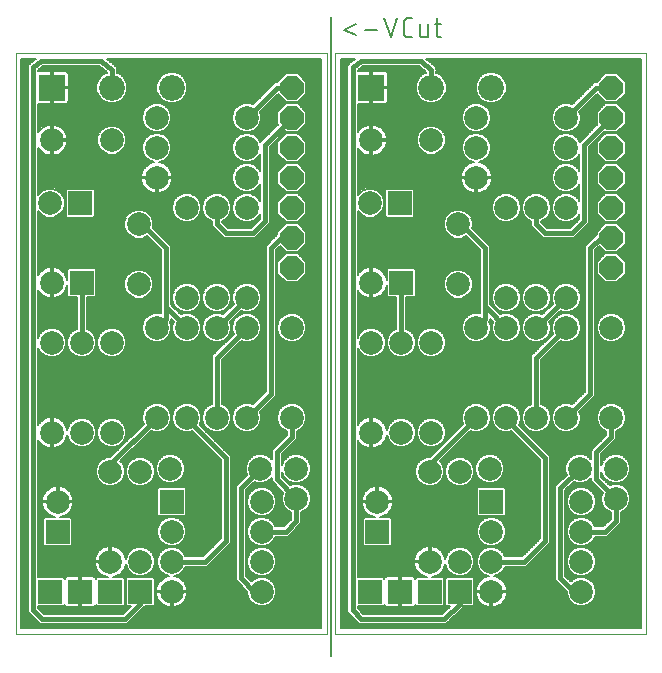
<source format=gbl>
G75*
%MOIN*%
%OFA0B0*%
%FSLAX25Y25*%
%IPPOS*%
%LPD*%
%AMOC8*
5,1,8,0,0,1.08239X$1,22.5*
%
%ADD10C,0.00000*%
%ADD11C,0.00600*%
%ADD12R,0.07874X0.07874*%
%ADD13C,0.07874*%
%ADD14R,0.08600X0.08600*%
%ADD15C,0.08600*%
%ADD16OC8,0.07874*%
%ADD17C,0.01600*%
D10*
X0001300Y0008800D02*
X0001300Y0202261D01*
X0105001Y0202261D01*
X0105001Y0008800D01*
X0001300Y0008800D01*
X0107800Y0008800D02*
X0107800Y0202261D01*
X0211501Y0202261D01*
X0211501Y0008800D01*
X0107800Y0008800D01*
D11*
X0109600Y0010600D02*
X0109600Y0200461D01*
X0114422Y0200461D01*
X0112954Y0199260D01*
X0112856Y0199260D01*
X0112418Y0198822D01*
X0111939Y0198431D01*
X0111929Y0198333D01*
X0111860Y0198264D01*
X0111860Y0197645D01*
X0111798Y0197029D01*
X0111860Y0196954D01*
X0111860Y0015836D01*
X0112856Y0014840D01*
X0115796Y0011900D01*
X0144804Y0011900D01*
X0145800Y0012896D01*
X0150004Y0017100D01*
X0150004Y0017100D01*
X0150867Y0017963D01*
X0153610Y0017963D01*
X0154137Y0018490D01*
X0154137Y0027110D01*
X0153610Y0027637D01*
X0144990Y0027637D01*
X0144463Y0027110D01*
X0144463Y0018490D01*
X0144990Y0017963D01*
X0146059Y0017963D01*
X0143396Y0015300D01*
X0117204Y0015300D01*
X0115260Y0017244D01*
X0115260Y0017963D01*
X0123610Y0017963D01*
X0124121Y0018474D01*
X0124152Y0018361D01*
X0124323Y0018065D01*
X0124565Y0017823D01*
X0124861Y0017652D01*
X0125192Y0017563D01*
X0129000Y0017563D01*
X0129000Y0022500D01*
X0129600Y0022500D01*
X0129600Y0017563D01*
X0133408Y0017563D01*
X0133739Y0017652D01*
X0134035Y0017823D01*
X0134277Y0018065D01*
X0134448Y0018361D01*
X0134479Y0018474D01*
X0134990Y0017963D01*
X0143610Y0017963D01*
X0144137Y0018490D01*
X0144137Y0027110D01*
X0143610Y0027637D01*
X0140179Y0027637D01*
X0140526Y0027692D01*
X0141310Y0027947D01*
X0142045Y0028321D01*
X0142712Y0028805D01*
X0143295Y0029388D01*
X0143779Y0030055D01*
X0144153Y0030790D01*
X0144408Y0031574D01*
X0144463Y0031921D01*
X0144463Y0031838D01*
X0145199Y0030060D01*
X0146560Y0028699D01*
X0148338Y0027963D01*
X0150262Y0027963D01*
X0152040Y0028699D01*
X0153401Y0030060D01*
X0154137Y0031838D01*
X0154137Y0033762D01*
X0153401Y0035540D01*
X0152040Y0036901D01*
X0150262Y0037637D01*
X0148338Y0037637D01*
X0146560Y0036901D01*
X0145199Y0035540D01*
X0144463Y0033762D01*
X0144463Y0033679D01*
X0144408Y0034026D01*
X0144153Y0034810D01*
X0143779Y0035545D01*
X0143295Y0036212D01*
X0142712Y0036795D01*
X0142045Y0037279D01*
X0141310Y0037653D01*
X0140526Y0037908D01*
X0139712Y0038037D01*
X0139600Y0038037D01*
X0139600Y0033100D01*
X0139000Y0033100D01*
X0139000Y0038037D01*
X0138888Y0038037D01*
X0138074Y0037908D01*
X0137290Y0037653D01*
X0136555Y0037279D01*
X0135888Y0036795D01*
X0135305Y0036212D01*
X0134821Y0035545D01*
X0134447Y0034810D01*
X0134192Y0034026D01*
X0134063Y0033212D01*
X0134063Y0033100D01*
X0139000Y0033100D01*
X0139000Y0032500D01*
X0134063Y0032500D01*
X0134063Y0032388D01*
X0134192Y0031574D01*
X0134447Y0030790D01*
X0134821Y0030055D01*
X0135305Y0029388D01*
X0135888Y0028805D01*
X0136555Y0028321D01*
X0137290Y0027947D01*
X0138074Y0027692D01*
X0138421Y0027637D01*
X0134990Y0027637D01*
X0134479Y0027126D01*
X0134448Y0027239D01*
X0134277Y0027535D01*
X0134035Y0027777D01*
X0133739Y0027948D01*
X0133408Y0028037D01*
X0129600Y0028037D01*
X0129600Y0023100D01*
X0129000Y0023100D01*
X0129000Y0028037D01*
X0125192Y0028037D01*
X0124861Y0027948D01*
X0124565Y0027777D01*
X0124323Y0027535D01*
X0124152Y0027239D01*
X0124121Y0027126D01*
X0123610Y0027637D01*
X0115260Y0027637D01*
X0115260Y0073175D01*
X0115321Y0073055D01*
X0115805Y0072388D01*
X0116388Y0071805D01*
X0117055Y0071321D01*
X0117790Y0070947D01*
X0118574Y0070692D01*
X0119388Y0070563D01*
X0119500Y0070563D01*
X0119500Y0075500D01*
X0120100Y0075500D01*
X0120100Y0070563D01*
X0120212Y0070563D01*
X0121026Y0070692D01*
X0121810Y0070947D01*
X0122545Y0071321D01*
X0123212Y0071805D01*
X0123795Y0072388D01*
X0124279Y0073055D01*
X0124653Y0073790D01*
X0124908Y0074574D01*
X0124963Y0074921D01*
X0124963Y0074838D01*
X0125699Y0073060D01*
X0127060Y0071699D01*
X0128838Y0070963D01*
X0130762Y0070963D01*
X0132540Y0071699D01*
X0133901Y0073060D01*
X0134637Y0074838D01*
X0134637Y0076762D01*
X0133901Y0078540D01*
X0132540Y0079901D01*
X0130762Y0080637D01*
X0128838Y0080637D01*
X0127060Y0079901D01*
X0125699Y0078540D01*
X0124963Y0076762D01*
X0124963Y0076679D01*
X0124908Y0077026D01*
X0124653Y0077810D01*
X0124279Y0078545D01*
X0123795Y0079212D01*
X0123212Y0079795D01*
X0122545Y0080279D01*
X0121810Y0080653D01*
X0121026Y0080908D01*
X0120212Y0081037D01*
X0120100Y0081037D01*
X0120100Y0076100D01*
X0119500Y0076100D01*
X0119500Y0081037D01*
X0119388Y0081037D01*
X0118574Y0080908D01*
X0117790Y0080653D01*
X0117055Y0080279D01*
X0116388Y0079795D01*
X0115805Y0079212D01*
X0115321Y0078545D01*
X0115260Y0078425D01*
X0115260Y0104121D01*
X0115699Y0103060D01*
X0117060Y0101699D01*
X0118838Y0100963D01*
X0120762Y0100963D01*
X0122540Y0101699D01*
X0123901Y0103060D01*
X0124637Y0104838D01*
X0124637Y0106762D01*
X0123901Y0108540D01*
X0122540Y0109901D01*
X0120762Y0110637D01*
X0118838Y0110637D01*
X0117060Y0109901D01*
X0115699Y0108540D01*
X0115260Y0107479D01*
X0115260Y0123175D01*
X0115321Y0123055D01*
X0115805Y0122388D01*
X0116388Y0121805D01*
X0117055Y0121321D01*
X0117790Y0120947D01*
X0118574Y0120692D01*
X0119388Y0120563D01*
X0119500Y0120563D01*
X0119500Y0125500D01*
X0120100Y0125500D01*
X0120100Y0120563D01*
X0120212Y0120563D01*
X0121026Y0120692D01*
X0121810Y0120947D01*
X0122545Y0121321D01*
X0123212Y0121805D01*
X0123795Y0122388D01*
X0124279Y0123055D01*
X0124653Y0123790D01*
X0124908Y0124574D01*
X0124963Y0124921D01*
X0124963Y0121490D01*
X0125490Y0120963D01*
X0128100Y0120963D01*
X0128100Y0110331D01*
X0127060Y0109901D01*
X0125699Y0108540D01*
X0124963Y0106762D01*
X0124963Y0104838D01*
X0125699Y0103060D01*
X0127060Y0101699D01*
X0128838Y0100963D01*
X0130762Y0100963D01*
X0132540Y0101699D01*
X0133901Y0103060D01*
X0134637Y0104838D01*
X0134637Y0106762D01*
X0133901Y0108540D01*
X0132540Y0109901D01*
X0131500Y0110331D01*
X0131500Y0120963D01*
X0134110Y0120963D01*
X0134637Y0121490D01*
X0134637Y0130110D01*
X0134110Y0130637D01*
X0125490Y0130637D01*
X0124963Y0130110D01*
X0124963Y0126679D01*
X0124908Y0127026D01*
X0124653Y0127810D01*
X0124279Y0128545D01*
X0123795Y0129212D01*
X0123212Y0129795D01*
X0122545Y0130279D01*
X0121810Y0130653D01*
X0121026Y0130908D01*
X0120212Y0131037D01*
X0120100Y0131037D01*
X0120100Y0126100D01*
X0119500Y0126100D01*
X0119500Y0131037D01*
X0119388Y0131037D01*
X0118574Y0130908D01*
X0117790Y0130653D01*
X0117055Y0130279D01*
X0116388Y0129795D01*
X0115805Y0129212D01*
X0115321Y0128545D01*
X0115260Y0128425D01*
X0115260Y0149499D01*
X0116560Y0148199D01*
X0118338Y0147463D01*
X0120262Y0147463D01*
X0122040Y0148199D01*
X0123401Y0149560D01*
X0124137Y0151338D01*
X0124137Y0153262D01*
X0123401Y0155040D01*
X0122040Y0156401D01*
X0120262Y0157137D01*
X0118338Y0157137D01*
X0116560Y0156401D01*
X0115260Y0155101D01*
X0115260Y0170675D01*
X0115321Y0170555D01*
X0115805Y0169888D01*
X0116388Y0169305D01*
X0117055Y0168821D01*
X0117790Y0168447D01*
X0118574Y0168192D01*
X0119388Y0168063D01*
X0119500Y0168063D01*
X0119500Y0173000D01*
X0120100Y0173000D01*
X0120100Y0173600D01*
X0119500Y0173600D01*
X0119500Y0178537D01*
X0119388Y0178537D01*
X0118574Y0178408D01*
X0117790Y0178153D01*
X0117055Y0177779D01*
X0116388Y0177295D01*
X0115805Y0176712D01*
X0115321Y0176045D01*
X0115260Y0175925D01*
X0115260Y0185218D01*
X0115329Y0185200D01*
X0119500Y0185200D01*
X0119500Y0190500D01*
X0120100Y0190500D01*
X0120100Y0191100D01*
X0119500Y0191100D01*
X0119500Y0196400D01*
X0115329Y0196400D01*
X0115260Y0196382D01*
X0115260Y0196754D01*
X0116906Y0198100D01*
X0135671Y0198100D01*
X0138100Y0196018D01*
X0138100Y0195724D01*
X0136854Y0195208D01*
X0135392Y0193746D01*
X0134600Y0191834D01*
X0134600Y0189766D01*
X0135392Y0187854D01*
X0136854Y0186392D01*
X0138766Y0185600D01*
X0140834Y0185600D01*
X0142746Y0186392D01*
X0144208Y0187854D01*
X0145000Y0189766D01*
X0145000Y0191834D01*
X0144208Y0193746D01*
X0142746Y0195208D01*
X0141500Y0195724D01*
X0141500Y0196171D01*
X0141549Y0196228D01*
X0141500Y0196865D01*
X0141500Y0197504D01*
X0141447Y0197557D01*
X0141441Y0197632D01*
X0140956Y0198048D01*
X0140504Y0198500D01*
X0140429Y0198500D01*
X0138141Y0200461D01*
X0209701Y0200461D01*
X0209701Y0010600D01*
X0109600Y0010600D01*
X0109600Y0010891D02*
X0209701Y0010891D01*
X0209701Y0011490D02*
X0109600Y0011490D01*
X0109600Y0012088D02*
X0115608Y0012088D01*
X0115009Y0012687D02*
X0109600Y0012687D01*
X0109600Y0013285D02*
X0114411Y0013285D01*
X0113812Y0013884D02*
X0109600Y0013884D01*
X0109600Y0014482D02*
X0113214Y0014482D01*
X0112615Y0015081D02*
X0109600Y0015081D01*
X0109600Y0015679D02*
X0112017Y0015679D01*
X0111860Y0016278D02*
X0109600Y0016278D01*
X0109600Y0016876D02*
X0111860Y0016876D01*
X0111860Y0017475D02*
X0109600Y0017475D01*
X0109600Y0018073D02*
X0111860Y0018073D01*
X0111860Y0018672D02*
X0109600Y0018672D01*
X0109600Y0019270D02*
X0111860Y0019270D01*
X0111860Y0019869D02*
X0109600Y0019869D01*
X0109600Y0020467D02*
X0111860Y0020467D01*
X0111860Y0021066D02*
X0109600Y0021066D01*
X0109600Y0021664D02*
X0111860Y0021664D01*
X0111860Y0022263D02*
X0109600Y0022263D01*
X0109600Y0022861D02*
X0111860Y0022861D01*
X0111860Y0023460D02*
X0109600Y0023460D01*
X0109600Y0024058D02*
X0111860Y0024058D01*
X0111860Y0024657D02*
X0109600Y0024657D01*
X0109600Y0025255D02*
X0111860Y0025255D01*
X0111860Y0025854D02*
X0109600Y0025854D01*
X0109600Y0026452D02*
X0111860Y0026452D01*
X0111860Y0027051D02*
X0109600Y0027051D01*
X0109600Y0027649D02*
X0111860Y0027649D01*
X0111860Y0028248D02*
X0109600Y0028248D01*
X0109600Y0028846D02*
X0111860Y0028846D01*
X0111860Y0029445D02*
X0109600Y0029445D01*
X0109600Y0030043D02*
X0111860Y0030043D01*
X0111860Y0030642D02*
X0109600Y0030642D01*
X0109600Y0031240D02*
X0111860Y0031240D01*
X0111860Y0031839D02*
X0109600Y0031839D01*
X0109600Y0032437D02*
X0111860Y0032437D01*
X0111860Y0033036D02*
X0109600Y0033036D01*
X0109600Y0033634D02*
X0111860Y0033634D01*
X0111860Y0034233D02*
X0109600Y0034233D01*
X0109600Y0034832D02*
X0111860Y0034832D01*
X0111860Y0035430D02*
X0109600Y0035430D01*
X0109600Y0036029D02*
X0111860Y0036029D01*
X0111860Y0036627D02*
X0109600Y0036627D01*
X0109600Y0037226D02*
X0111860Y0037226D01*
X0111860Y0037824D02*
X0109600Y0037824D01*
X0109600Y0038423D02*
X0111860Y0038423D01*
X0111860Y0039021D02*
X0109600Y0039021D01*
X0109600Y0039620D02*
X0111860Y0039620D01*
X0111860Y0040218D02*
X0109600Y0040218D01*
X0109600Y0040817D02*
X0111860Y0040817D01*
X0111860Y0041415D02*
X0109600Y0041415D01*
X0109600Y0042014D02*
X0111860Y0042014D01*
X0111860Y0042612D02*
X0109600Y0042612D01*
X0109600Y0043211D02*
X0111860Y0043211D01*
X0111860Y0043809D02*
X0109600Y0043809D01*
X0109600Y0044408D02*
X0111860Y0044408D01*
X0111860Y0045006D02*
X0109600Y0045006D01*
X0109600Y0045605D02*
X0111860Y0045605D01*
X0111860Y0046203D02*
X0109600Y0046203D01*
X0109600Y0046802D02*
X0111860Y0046802D01*
X0111860Y0047400D02*
X0109600Y0047400D01*
X0109600Y0047999D02*
X0111860Y0047999D01*
X0111860Y0048597D02*
X0109600Y0048597D01*
X0109600Y0049196D02*
X0111860Y0049196D01*
X0111860Y0049794D02*
X0109600Y0049794D01*
X0109600Y0050393D02*
X0111860Y0050393D01*
X0111860Y0050991D02*
X0109600Y0050991D01*
X0109600Y0051590D02*
X0111860Y0051590D01*
X0111860Y0052188D02*
X0109600Y0052188D01*
X0109600Y0052787D02*
X0111860Y0052787D01*
X0111860Y0053385D02*
X0109600Y0053385D01*
X0109600Y0053984D02*
X0111860Y0053984D01*
X0111860Y0054582D02*
X0109600Y0054582D01*
X0109600Y0055181D02*
X0111860Y0055181D01*
X0111860Y0055779D02*
X0109600Y0055779D01*
X0109600Y0056378D02*
X0111860Y0056378D01*
X0111860Y0056976D02*
X0109600Y0056976D01*
X0109600Y0057575D02*
X0111860Y0057575D01*
X0111860Y0058173D02*
X0109600Y0058173D01*
X0109600Y0058772D02*
X0111860Y0058772D01*
X0111860Y0059370D02*
X0109600Y0059370D01*
X0109600Y0059969D02*
X0111860Y0059969D01*
X0111860Y0060568D02*
X0109600Y0060568D01*
X0109600Y0061166D02*
X0111860Y0061166D01*
X0111860Y0061765D02*
X0109600Y0061765D01*
X0109600Y0062363D02*
X0111860Y0062363D01*
X0111860Y0062962D02*
X0109600Y0062962D01*
X0109600Y0063560D02*
X0111860Y0063560D01*
X0111860Y0064159D02*
X0109600Y0064159D01*
X0109600Y0064757D02*
X0111860Y0064757D01*
X0111860Y0065356D02*
X0109600Y0065356D01*
X0109600Y0065954D02*
X0111860Y0065954D01*
X0111860Y0066553D02*
X0109600Y0066553D01*
X0109600Y0067151D02*
X0111860Y0067151D01*
X0111860Y0067750D02*
X0109600Y0067750D01*
X0109600Y0068348D02*
X0111860Y0068348D01*
X0111860Y0068947D02*
X0109600Y0068947D01*
X0109600Y0069545D02*
X0111860Y0069545D01*
X0111860Y0070144D02*
X0109600Y0070144D01*
X0109600Y0070742D02*
X0111860Y0070742D01*
X0111860Y0071341D02*
X0109600Y0071341D01*
X0109600Y0071939D02*
X0111860Y0071939D01*
X0111860Y0072538D02*
X0109600Y0072538D01*
X0109600Y0073136D02*
X0111860Y0073136D01*
X0111860Y0073735D02*
X0109600Y0073735D01*
X0109600Y0074333D02*
X0111860Y0074333D01*
X0111860Y0074932D02*
X0109600Y0074932D01*
X0109600Y0075530D02*
X0111860Y0075530D01*
X0111860Y0076129D02*
X0109600Y0076129D01*
X0109600Y0076727D02*
X0111860Y0076727D01*
X0111860Y0077326D02*
X0109600Y0077326D01*
X0109600Y0077924D02*
X0111860Y0077924D01*
X0111860Y0078523D02*
X0109600Y0078523D01*
X0109600Y0079121D02*
X0111860Y0079121D01*
X0111860Y0079720D02*
X0109600Y0079720D01*
X0109600Y0080318D02*
X0111860Y0080318D01*
X0111860Y0080917D02*
X0109600Y0080917D01*
X0109600Y0081515D02*
X0111860Y0081515D01*
X0111860Y0082114D02*
X0109600Y0082114D01*
X0109600Y0082712D02*
X0111860Y0082712D01*
X0111860Y0083311D02*
X0109600Y0083311D01*
X0109600Y0083909D02*
X0111860Y0083909D01*
X0111860Y0084508D02*
X0109600Y0084508D01*
X0109600Y0085106D02*
X0111860Y0085106D01*
X0111860Y0085705D02*
X0109600Y0085705D01*
X0109600Y0086303D02*
X0111860Y0086303D01*
X0111860Y0086902D02*
X0109600Y0086902D01*
X0109600Y0087501D02*
X0111860Y0087501D01*
X0111860Y0088099D02*
X0109600Y0088099D01*
X0109600Y0088698D02*
X0111860Y0088698D01*
X0111860Y0089296D02*
X0109600Y0089296D01*
X0109600Y0089895D02*
X0111860Y0089895D01*
X0111860Y0090493D02*
X0109600Y0090493D01*
X0109600Y0091092D02*
X0111860Y0091092D01*
X0111860Y0091690D02*
X0109600Y0091690D01*
X0109600Y0092289D02*
X0111860Y0092289D01*
X0111860Y0092887D02*
X0109600Y0092887D01*
X0109600Y0093486D02*
X0111860Y0093486D01*
X0111860Y0094084D02*
X0109600Y0094084D01*
X0109600Y0094683D02*
X0111860Y0094683D01*
X0111860Y0095281D02*
X0109600Y0095281D01*
X0109600Y0095880D02*
X0111860Y0095880D01*
X0111860Y0096478D02*
X0109600Y0096478D01*
X0109600Y0097077D02*
X0111860Y0097077D01*
X0111860Y0097675D02*
X0109600Y0097675D01*
X0109600Y0098274D02*
X0111860Y0098274D01*
X0111860Y0098872D02*
X0109600Y0098872D01*
X0109600Y0099471D02*
X0111860Y0099471D01*
X0111860Y0100069D02*
X0109600Y0100069D01*
X0109600Y0100668D02*
X0111860Y0100668D01*
X0111860Y0101266D02*
X0109600Y0101266D01*
X0109600Y0101865D02*
X0111860Y0101865D01*
X0111860Y0102463D02*
X0109600Y0102463D01*
X0109600Y0103062D02*
X0111860Y0103062D01*
X0111860Y0103660D02*
X0109600Y0103660D01*
X0109600Y0104259D02*
X0111860Y0104259D01*
X0111860Y0104857D02*
X0109600Y0104857D01*
X0109600Y0105456D02*
X0111860Y0105456D01*
X0111860Y0106054D02*
X0109600Y0106054D01*
X0109600Y0106653D02*
X0111860Y0106653D01*
X0111860Y0107251D02*
X0109600Y0107251D01*
X0109600Y0107850D02*
X0111860Y0107850D01*
X0111860Y0108448D02*
X0109600Y0108448D01*
X0109600Y0109047D02*
X0111860Y0109047D01*
X0111860Y0109645D02*
X0109600Y0109645D01*
X0109600Y0110244D02*
X0111860Y0110244D01*
X0111860Y0110842D02*
X0109600Y0110842D01*
X0109600Y0111441D02*
X0111860Y0111441D01*
X0111860Y0112039D02*
X0109600Y0112039D01*
X0109600Y0112638D02*
X0111860Y0112638D01*
X0111860Y0113237D02*
X0109600Y0113237D01*
X0109600Y0113835D02*
X0111860Y0113835D01*
X0111860Y0114434D02*
X0109600Y0114434D01*
X0109600Y0115032D02*
X0111860Y0115032D01*
X0111860Y0115631D02*
X0109600Y0115631D01*
X0109600Y0116229D02*
X0111860Y0116229D01*
X0111860Y0116828D02*
X0109600Y0116828D01*
X0109600Y0117426D02*
X0111860Y0117426D01*
X0111860Y0118025D02*
X0109600Y0118025D01*
X0109600Y0118623D02*
X0111860Y0118623D01*
X0111860Y0119222D02*
X0109600Y0119222D01*
X0109600Y0119820D02*
X0111860Y0119820D01*
X0111860Y0120419D02*
X0109600Y0120419D01*
X0109600Y0121017D02*
X0111860Y0121017D01*
X0111860Y0121616D02*
X0109600Y0121616D01*
X0109600Y0122214D02*
X0111860Y0122214D01*
X0111860Y0122813D02*
X0109600Y0122813D01*
X0109600Y0123411D02*
X0111860Y0123411D01*
X0111860Y0124010D02*
X0109600Y0124010D01*
X0109600Y0124608D02*
X0111860Y0124608D01*
X0111860Y0125207D02*
X0109600Y0125207D01*
X0109600Y0125805D02*
X0111860Y0125805D01*
X0111860Y0126404D02*
X0109600Y0126404D01*
X0109600Y0127002D02*
X0111860Y0127002D01*
X0111860Y0127601D02*
X0109600Y0127601D01*
X0109600Y0128199D02*
X0111860Y0128199D01*
X0111860Y0128798D02*
X0109600Y0128798D01*
X0109600Y0129396D02*
X0111860Y0129396D01*
X0111860Y0129995D02*
X0109600Y0129995D01*
X0109600Y0130593D02*
X0111860Y0130593D01*
X0111860Y0131192D02*
X0109600Y0131192D01*
X0109600Y0131790D02*
X0111860Y0131790D01*
X0111860Y0132389D02*
X0109600Y0132389D01*
X0109600Y0132987D02*
X0111860Y0132987D01*
X0111860Y0133586D02*
X0109600Y0133586D01*
X0109600Y0134184D02*
X0111860Y0134184D01*
X0111860Y0134783D02*
X0109600Y0134783D01*
X0109600Y0135381D02*
X0111860Y0135381D01*
X0111860Y0135980D02*
X0109600Y0135980D01*
X0109600Y0136578D02*
X0111860Y0136578D01*
X0111860Y0137177D02*
X0109600Y0137177D01*
X0109600Y0137775D02*
X0111860Y0137775D01*
X0111860Y0138374D02*
X0109600Y0138374D01*
X0109600Y0138972D02*
X0111860Y0138972D01*
X0111860Y0139571D02*
X0109600Y0139571D01*
X0109600Y0140170D02*
X0111860Y0140170D01*
X0111860Y0140768D02*
X0109600Y0140768D01*
X0109600Y0141367D02*
X0111860Y0141367D01*
X0111860Y0141965D02*
X0109600Y0141965D01*
X0109600Y0142564D02*
X0111860Y0142564D01*
X0111860Y0143162D02*
X0109600Y0143162D01*
X0109600Y0143761D02*
X0111860Y0143761D01*
X0111860Y0144359D02*
X0109600Y0144359D01*
X0109600Y0144958D02*
X0111860Y0144958D01*
X0111860Y0145556D02*
X0109600Y0145556D01*
X0109600Y0146155D02*
X0111860Y0146155D01*
X0111860Y0146753D02*
X0109600Y0146753D01*
X0109600Y0147352D02*
X0111860Y0147352D01*
X0111860Y0147950D02*
X0109600Y0147950D01*
X0109600Y0148549D02*
X0111860Y0148549D01*
X0111860Y0149147D02*
X0109600Y0149147D01*
X0109600Y0149746D02*
X0111860Y0149746D01*
X0111860Y0150344D02*
X0109600Y0150344D01*
X0109600Y0150943D02*
X0111860Y0150943D01*
X0111860Y0151541D02*
X0109600Y0151541D01*
X0109600Y0152140D02*
X0111860Y0152140D01*
X0111860Y0152738D02*
X0109600Y0152738D01*
X0109600Y0153337D02*
X0111860Y0153337D01*
X0111860Y0153935D02*
X0109600Y0153935D01*
X0109600Y0154534D02*
X0111860Y0154534D01*
X0111860Y0155132D02*
X0109600Y0155132D01*
X0109600Y0155731D02*
X0111860Y0155731D01*
X0111860Y0156329D02*
X0109600Y0156329D01*
X0109600Y0156928D02*
X0111860Y0156928D01*
X0111860Y0157526D02*
X0109600Y0157526D01*
X0109600Y0158125D02*
X0111860Y0158125D01*
X0111860Y0158723D02*
X0109600Y0158723D01*
X0109600Y0159322D02*
X0111860Y0159322D01*
X0111860Y0159920D02*
X0109600Y0159920D01*
X0109600Y0160519D02*
X0111860Y0160519D01*
X0111860Y0161117D02*
X0109600Y0161117D01*
X0109600Y0161716D02*
X0111860Y0161716D01*
X0111860Y0162314D02*
X0109600Y0162314D01*
X0109600Y0162913D02*
X0111860Y0162913D01*
X0111860Y0163511D02*
X0109600Y0163511D01*
X0109600Y0164110D02*
X0111860Y0164110D01*
X0111860Y0164708D02*
X0109600Y0164708D01*
X0109600Y0165307D02*
X0111860Y0165307D01*
X0111860Y0165905D02*
X0109600Y0165905D01*
X0109600Y0166504D02*
X0111860Y0166504D01*
X0111860Y0167103D02*
X0109600Y0167103D01*
X0109600Y0167701D02*
X0111860Y0167701D01*
X0111860Y0168300D02*
X0109600Y0168300D01*
X0109600Y0168898D02*
X0111860Y0168898D01*
X0111860Y0169497D02*
X0109600Y0169497D01*
X0109600Y0170095D02*
X0111860Y0170095D01*
X0111860Y0170694D02*
X0109600Y0170694D01*
X0109600Y0171292D02*
X0111860Y0171292D01*
X0111860Y0171891D02*
X0109600Y0171891D01*
X0109600Y0172489D02*
X0111860Y0172489D01*
X0111860Y0173088D02*
X0109600Y0173088D01*
X0109600Y0173686D02*
X0111860Y0173686D01*
X0111860Y0174285D02*
X0109600Y0174285D01*
X0109600Y0174883D02*
X0111860Y0174883D01*
X0111860Y0175482D02*
X0109600Y0175482D01*
X0109600Y0176080D02*
X0111860Y0176080D01*
X0111860Y0176679D02*
X0109600Y0176679D01*
X0109600Y0177277D02*
X0111860Y0177277D01*
X0111860Y0177876D02*
X0109600Y0177876D01*
X0109600Y0178474D02*
X0111860Y0178474D01*
X0111860Y0179073D02*
X0109600Y0179073D01*
X0109600Y0179671D02*
X0111860Y0179671D01*
X0111860Y0180270D02*
X0109600Y0180270D01*
X0109600Y0180868D02*
X0111860Y0180868D01*
X0111860Y0181467D02*
X0109600Y0181467D01*
X0109600Y0182065D02*
X0111860Y0182065D01*
X0111860Y0182664D02*
X0109600Y0182664D01*
X0109600Y0183262D02*
X0111860Y0183262D01*
X0111860Y0183861D02*
X0109600Y0183861D01*
X0109600Y0184459D02*
X0111860Y0184459D01*
X0111860Y0185058D02*
X0109600Y0185058D01*
X0109600Y0185656D02*
X0111860Y0185656D01*
X0111860Y0186255D02*
X0109600Y0186255D01*
X0109600Y0186853D02*
X0111860Y0186853D01*
X0111860Y0187452D02*
X0109600Y0187452D01*
X0109600Y0188050D02*
X0111860Y0188050D01*
X0111860Y0188649D02*
X0109600Y0188649D01*
X0109600Y0189247D02*
X0111860Y0189247D01*
X0111860Y0189846D02*
X0109600Y0189846D01*
X0109600Y0190444D02*
X0111860Y0190444D01*
X0111860Y0191043D02*
X0109600Y0191043D01*
X0109600Y0191641D02*
X0111860Y0191641D01*
X0111860Y0192240D02*
X0109600Y0192240D01*
X0109600Y0192839D02*
X0111860Y0192839D01*
X0111860Y0193437D02*
X0109600Y0193437D01*
X0109600Y0194036D02*
X0111860Y0194036D01*
X0111860Y0194634D02*
X0109600Y0194634D01*
X0109600Y0195233D02*
X0111860Y0195233D01*
X0111860Y0195831D02*
X0109600Y0195831D01*
X0109600Y0196430D02*
X0111860Y0196430D01*
X0111799Y0197028D02*
X0109600Y0197028D01*
X0109600Y0197627D02*
X0111858Y0197627D01*
X0111860Y0198225D02*
X0109600Y0198225D01*
X0109600Y0198824D02*
X0112419Y0198824D01*
X0113152Y0199422D02*
X0109600Y0199422D01*
X0109600Y0200021D02*
X0113884Y0200021D01*
X0116327Y0197627D02*
X0136223Y0197627D01*
X0136922Y0197028D02*
X0115595Y0197028D01*
X0115260Y0196430D02*
X0137620Y0196430D01*
X0138100Y0195831D02*
X0125179Y0195831D01*
X0125140Y0195898D02*
X0124898Y0196140D01*
X0124602Y0196311D01*
X0124271Y0196400D01*
X0120100Y0196400D01*
X0120100Y0191100D01*
X0125400Y0191100D01*
X0125400Y0195271D01*
X0125311Y0195602D01*
X0125140Y0195898D01*
X0125400Y0195233D02*
X0136913Y0195233D01*
X0136280Y0194634D02*
X0125400Y0194634D01*
X0125400Y0194036D02*
X0135682Y0194036D01*
X0135264Y0193437D02*
X0125400Y0193437D01*
X0125400Y0192839D02*
X0135016Y0192839D01*
X0134768Y0192240D02*
X0125400Y0192240D01*
X0125400Y0191641D02*
X0134600Y0191641D01*
X0134600Y0191043D02*
X0120100Y0191043D01*
X0120100Y0190500D02*
X0125400Y0190500D01*
X0125400Y0186329D01*
X0125311Y0185998D01*
X0125140Y0185702D01*
X0124898Y0185460D01*
X0124602Y0185289D01*
X0124271Y0185200D01*
X0120100Y0185200D01*
X0120100Y0190500D01*
X0120100Y0190444D02*
X0119500Y0190444D01*
X0119500Y0189846D02*
X0120100Y0189846D01*
X0120100Y0189247D02*
X0119500Y0189247D01*
X0119500Y0188649D02*
X0120100Y0188649D01*
X0120100Y0188050D02*
X0119500Y0188050D01*
X0119500Y0187452D02*
X0120100Y0187452D01*
X0120100Y0186853D02*
X0119500Y0186853D01*
X0119500Y0186255D02*
X0120100Y0186255D01*
X0120100Y0185656D02*
X0119500Y0185656D01*
X0115260Y0185058D02*
X0152440Y0185058D01*
X0152060Y0184901D02*
X0150699Y0183540D01*
X0149963Y0181762D01*
X0149963Y0179838D01*
X0150699Y0178060D01*
X0152060Y0176699D01*
X0153838Y0175963D01*
X0155762Y0175963D01*
X0157540Y0176699D01*
X0158901Y0178060D01*
X0159637Y0179838D01*
X0159637Y0181762D01*
X0158901Y0183540D01*
X0157540Y0184901D01*
X0155762Y0185637D01*
X0153838Y0185637D01*
X0152060Y0184901D01*
X0151619Y0184459D02*
X0115260Y0184459D01*
X0115260Y0183861D02*
X0151020Y0183861D01*
X0150584Y0183262D02*
X0115260Y0183262D01*
X0115260Y0182664D02*
X0150336Y0182664D01*
X0150089Y0182065D02*
X0115260Y0182065D01*
X0115260Y0181467D02*
X0149963Y0181467D01*
X0149963Y0180868D02*
X0115260Y0180868D01*
X0115260Y0180270D02*
X0149963Y0180270D01*
X0150032Y0179671D02*
X0115260Y0179671D01*
X0115260Y0179073D02*
X0150280Y0179073D01*
X0150528Y0178474D02*
X0120608Y0178474D01*
X0120212Y0178537D02*
X0120100Y0178537D01*
X0120100Y0173600D01*
X0125037Y0173600D01*
X0125037Y0173712D01*
X0124908Y0174526D01*
X0124653Y0175310D01*
X0124279Y0176045D01*
X0123795Y0176712D01*
X0123212Y0177295D01*
X0122545Y0177779D01*
X0121810Y0178153D01*
X0121026Y0178408D01*
X0120212Y0178537D01*
X0120100Y0178474D02*
X0119500Y0178474D01*
X0118992Y0178474D02*
X0115260Y0178474D01*
X0115260Y0177876D02*
X0117245Y0177876D01*
X0116371Y0177277D02*
X0115260Y0177277D01*
X0115260Y0176679D02*
X0115781Y0176679D01*
X0115347Y0176080D02*
X0115260Y0176080D01*
X0119500Y0176080D02*
X0120100Y0176080D01*
X0120100Y0175482D02*
X0119500Y0175482D01*
X0119500Y0174883D02*
X0120100Y0174883D01*
X0120100Y0174285D02*
X0119500Y0174285D01*
X0119500Y0173686D02*
X0120100Y0173686D01*
X0120100Y0173088D02*
X0134963Y0173088D01*
X0134963Y0173686D02*
X0125037Y0173686D01*
X0124946Y0174285D02*
X0134972Y0174285D01*
X0134963Y0174262D02*
X0134963Y0172338D01*
X0135699Y0170560D01*
X0137060Y0169199D01*
X0138838Y0168463D01*
X0140762Y0168463D01*
X0142540Y0169199D01*
X0143901Y0170560D01*
X0144637Y0172338D01*
X0144637Y0174262D01*
X0143901Y0176040D01*
X0142540Y0177401D01*
X0140762Y0178137D01*
X0138838Y0178137D01*
X0137060Y0177401D01*
X0135699Y0176040D01*
X0134963Y0174262D01*
X0135220Y0174883D02*
X0124792Y0174883D01*
X0124566Y0175482D02*
X0135468Y0175482D01*
X0135740Y0176080D02*
X0124253Y0176080D01*
X0123819Y0176679D02*
X0136338Y0176679D01*
X0136937Y0177277D02*
X0123229Y0177277D01*
X0122355Y0177876D02*
X0138207Y0177876D01*
X0141393Y0177876D02*
X0150884Y0177876D01*
X0151482Y0177277D02*
X0142663Y0177277D01*
X0143262Y0176679D02*
X0152110Y0176679D01*
X0153555Y0176080D02*
X0143860Y0176080D01*
X0144132Y0175482D02*
X0153463Y0175482D01*
X0153838Y0175637D02*
X0152060Y0174901D01*
X0150699Y0173540D01*
X0149963Y0171762D01*
X0149963Y0169838D01*
X0150699Y0168060D01*
X0152060Y0166699D01*
X0153838Y0165963D01*
X0153921Y0165963D01*
X0153574Y0165908D01*
X0152790Y0165653D01*
X0152055Y0165279D01*
X0151388Y0164795D01*
X0150805Y0164212D01*
X0150321Y0163545D01*
X0149947Y0162810D01*
X0149692Y0162026D01*
X0149563Y0161212D01*
X0149563Y0161100D01*
X0154500Y0161100D01*
X0154500Y0160500D01*
X0155100Y0160500D01*
X0155100Y0161100D01*
X0160037Y0161100D01*
X0160037Y0161212D01*
X0159908Y0162026D01*
X0159653Y0162810D01*
X0159279Y0163545D01*
X0158795Y0164212D01*
X0158212Y0164795D01*
X0157545Y0165279D01*
X0156810Y0165653D01*
X0156026Y0165908D01*
X0155679Y0165963D01*
X0155762Y0165963D01*
X0157540Y0166699D01*
X0158901Y0168060D01*
X0159637Y0169838D01*
X0159637Y0171762D01*
X0158901Y0173540D01*
X0157540Y0174901D01*
X0155762Y0175637D01*
X0153838Y0175637D01*
X0152043Y0174883D02*
X0144380Y0174883D01*
X0144628Y0174285D02*
X0151444Y0174285D01*
X0150846Y0173686D02*
X0144637Y0173686D01*
X0144637Y0173088D02*
X0150512Y0173088D01*
X0150264Y0172489D02*
X0144637Y0172489D01*
X0144452Y0171891D02*
X0150016Y0171891D01*
X0149963Y0171292D02*
X0144204Y0171292D01*
X0143956Y0170694D02*
X0149963Y0170694D01*
X0149963Y0170095D02*
X0143436Y0170095D01*
X0142837Y0169497D02*
X0150104Y0169497D01*
X0150352Y0168898D02*
X0141812Y0168898D01*
X0137788Y0168898D02*
X0122651Y0168898D01*
X0122545Y0168821D02*
X0123212Y0169305D01*
X0123795Y0169888D01*
X0124279Y0170555D01*
X0124653Y0171290D01*
X0124908Y0172074D01*
X0125037Y0172888D01*
X0125037Y0173000D01*
X0120100Y0173000D01*
X0120100Y0168063D01*
X0120212Y0168063D01*
X0121026Y0168192D01*
X0121810Y0168447D01*
X0122545Y0168821D01*
X0123403Y0169497D02*
X0136763Y0169497D01*
X0136164Y0170095D02*
X0123945Y0170095D01*
X0124350Y0170694D02*
X0135644Y0170694D01*
X0135396Y0171292D02*
X0124654Y0171292D01*
X0124849Y0171891D02*
X0135148Y0171891D01*
X0134963Y0172489D02*
X0124974Y0172489D01*
X0121357Y0168300D02*
X0150600Y0168300D01*
X0151058Y0167701D02*
X0115260Y0167701D01*
X0115260Y0167103D02*
X0151657Y0167103D01*
X0152532Y0166504D02*
X0115260Y0166504D01*
X0115260Y0165905D02*
X0153566Y0165905D01*
X0152110Y0165307D02*
X0115260Y0165307D01*
X0115260Y0164708D02*
X0151302Y0164708D01*
X0150732Y0164110D02*
X0115260Y0164110D01*
X0115260Y0163511D02*
X0150304Y0163511D01*
X0149999Y0162913D02*
X0115260Y0162913D01*
X0115260Y0162314D02*
X0149786Y0162314D01*
X0149643Y0161716D02*
X0115260Y0161716D01*
X0115260Y0161117D02*
X0149563Y0161117D01*
X0149563Y0160500D02*
X0149563Y0160388D01*
X0149692Y0159574D01*
X0149947Y0158790D01*
X0150321Y0158055D01*
X0150805Y0157388D01*
X0151388Y0156805D01*
X0152055Y0156321D01*
X0152790Y0155947D01*
X0153574Y0155692D01*
X0154388Y0155563D01*
X0154500Y0155563D01*
X0154500Y0160500D01*
X0149563Y0160500D01*
X0149637Y0159920D02*
X0115260Y0159920D01*
X0115260Y0159322D02*
X0149774Y0159322D01*
X0149980Y0158723D02*
X0115260Y0158723D01*
X0115260Y0158125D02*
X0150285Y0158125D01*
X0150705Y0157526D02*
X0115260Y0157526D01*
X0115260Y0156928D02*
X0117833Y0156928D01*
X0116489Y0156329D02*
X0115260Y0156329D01*
X0115260Y0155731D02*
X0115890Y0155731D01*
X0115292Y0155132D02*
X0115260Y0155132D01*
X0115260Y0160519D02*
X0154500Y0160519D01*
X0154500Y0159920D02*
X0155100Y0159920D01*
X0155100Y0160500D02*
X0155100Y0155563D01*
X0155212Y0155563D01*
X0156026Y0155692D01*
X0156810Y0155947D01*
X0157545Y0156321D01*
X0158212Y0156805D01*
X0158795Y0157388D01*
X0159279Y0158055D01*
X0159653Y0158790D01*
X0159908Y0159574D01*
X0160037Y0160388D01*
X0160037Y0160500D01*
X0155100Y0160500D01*
X0155100Y0160519D02*
X0179963Y0160519D01*
X0179963Y0161117D02*
X0160037Y0161117D01*
X0159957Y0161716D02*
X0179963Y0161716D01*
X0179963Y0161762D02*
X0179963Y0159838D01*
X0180699Y0158060D01*
X0182060Y0156699D01*
X0183838Y0155963D01*
X0185762Y0155963D01*
X0187540Y0156699D01*
X0188901Y0158060D01*
X0189100Y0158541D01*
X0189100Y0153059D01*
X0188901Y0153540D01*
X0187540Y0154901D01*
X0185762Y0155637D01*
X0183838Y0155637D01*
X0182060Y0154901D01*
X0180699Y0153540D01*
X0179963Y0151762D01*
X0179963Y0149838D01*
X0180699Y0148060D01*
X0182060Y0146699D01*
X0183838Y0145963D01*
X0185762Y0145963D01*
X0187540Y0146699D01*
X0188901Y0148060D01*
X0189100Y0148541D01*
X0189100Y0147004D01*
X0186096Y0144000D01*
X0178504Y0144000D01*
X0176500Y0146004D01*
X0176500Y0146269D01*
X0177540Y0146699D01*
X0178901Y0148060D01*
X0179637Y0149838D01*
X0179637Y0151762D01*
X0178901Y0153540D01*
X0177540Y0154901D01*
X0175762Y0155637D01*
X0173838Y0155637D01*
X0172060Y0154901D01*
X0170699Y0153540D01*
X0169963Y0151762D01*
X0169963Y0149838D01*
X0170699Y0148060D01*
X0172060Y0146699D01*
X0173100Y0146269D01*
X0173100Y0144596D01*
X0176100Y0141596D01*
X0177096Y0140600D01*
X0187504Y0140600D01*
X0191504Y0144600D01*
X0192500Y0145596D01*
X0192500Y0171096D01*
X0197582Y0176178D01*
X0197796Y0175963D01*
X0201804Y0175963D01*
X0204637Y0178796D01*
X0204637Y0182804D01*
X0201804Y0185637D01*
X0197796Y0185637D01*
X0194963Y0182804D01*
X0194963Y0178796D01*
X0195178Y0178582D01*
X0189262Y0172667D01*
X0188901Y0173540D01*
X0187540Y0174901D01*
X0185762Y0175637D01*
X0183838Y0175637D01*
X0182060Y0174901D01*
X0180699Y0173540D01*
X0179963Y0171762D01*
X0179963Y0169838D01*
X0180699Y0168060D01*
X0182060Y0166699D01*
X0183838Y0165963D01*
X0185762Y0165963D01*
X0187540Y0166699D01*
X0188901Y0168060D01*
X0189100Y0168541D01*
X0189100Y0163059D01*
X0188901Y0163540D01*
X0187540Y0164901D01*
X0185762Y0165637D01*
X0183838Y0165637D01*
X0182060Y0164901D01*
X0180699Y0163540D01*
X0179963Y0161762D01*
X0180192Y0162314D02*
X0159814Y0162314D01*
X0159601Y0162913D02*
X0180440Y0162913D01*
X0180688Y0163511D02*
X0159296Y0163511D01*
X0158868Y0164110D02*
X0181269Y0164110D01*
X0181868Y0164708D02*
X0158298Y0164708D01*
X0157490Y0165307D02*
X0183041Y0165307D01*
X0182532Y0166504D02*
X0157068Y0166504D01*
X0157943Y0167103D02*
X0181657Y0167103D01*
X0181058Y0167701D02*
X0158542Y0167701D01*
X0159000Y0168300D02*
X0180600Y0168300D01*
X0180352Y0168898D02*
X0159248Y0168898D01*
X0159496Y0169497D02*
X0180104Y0169497D01*
X0179963Y0170095D02*
X0159637Y0170095D01*
X0159637Y0170694D02*
X0179963Y0170694D01*
X0179963Y0171292D02*
X0159637Y0171292D01*
X0159584Y0171891D02*
X0180016Y0171891D01*
X0180264Y0172489D02*
X0159336Y0172489D01*
X0159088Y0173088D02*
X0180512Y0173088D01*
X0180846Y0173686D02*
X0158754Y0173686D01*
X0158156Y0174285D02*
X0181444Y0174285D01*
X0182043Y0174883D02*
X0157557Y0174883D01*
X0156137Y0175482D02*
X0183463Y0175482D01*
X0183555Y0176080D02*
X0156045Y0176080D01*
X0157490Y0176679D02*
X0182110Y0176679D01*
X0182060Y0176699D02*
X0183838Y0175963D01*
X0185762Y0175963D01*
X0187540Y0176699D01*
X0188901Y0178060D01*
X0189637Y0179838D01*
X0189637Y0181762D01*
X0189206Y0182802D01*
X0195082Y0188678D01*
X0197796Y0185963D01*
X0201804Y0185963D01*
X0204637Y0188796D01*
X0204637Y0192804D01*
X0201804Y0195637D01*
X0197796Y0195637D01*
X0194963Y0192804D01*
X0194963Y0192500D01*
X0194096Y0192500D01*
X0193100Y0191504D01*
X0186802Y0185206D01*
X0185762Y0185637D01*
X0183838Y0185637D01*
X0182060Y0184901D01*
X0180699Y0183540D01*
X0179963Y0181762D01*
X0179963Y0179838D01*
X0180699Y0178060D01*
X0182060Y0176699D01*
X0181482Y0177277D02*
X0158118Y0177277D01*
X0158716Y0177876D02*
X0180884Y0177876D01*
X0180528Y0178474D02*
X0159072Y0178474D01*
X0159320Y0179073D02*
X0180280Y0179073D01*
X0180032Y0179671D02*
X0159568Y0179671D01*
X0159637Y0180270D02*
X0179963Y0180270D01*
X0179963Y0180868D02*
X0159637Y0180868D01*
X0159637Y0181467D02*
X0179963Y0181467D01*
X0180089Y0182065D02*
X0159511Y0182065D01*
X0159264Y0182664D02*
X0180336Y0182664D01*
X0180584Y0183262D02*
X0159016Y0183262D01*
X0158580Y0183861D02*
X0181020Y0183861D01*
X0181619Y0184459D02*
X0157981Y0184459D01*
X0157160Y0185058D02*
X0182440Y0185058D01*
X0187252Y0185656D02*
X0160970Y0185656D01*
X0160834Y0185600D02*
X0158766Y0185600D01*
X0156854Y0186392D01*
X0155392Y0187854D01*
X0154600Y0189766D01*
X0154600Y0191834D01*
X0155392Y0193746D01*
X0156854Y0195208D01*
X0158766Y0196000D01*
X0160834Y0196000D01*
X0162746Y0195208D01*
X0164208Y0193746D01*
X0165000Y0191834D01*
X0165000Y0189766D01*
X0164208Y0187854D01*
X0162746Y0186392D01*
X0160834Y0185600D01*
X0162415Y0186255D02*
X0187851Y0186255D01*
X0188449Y0186853D02*
X0163207Y0186853D01*
X0163806Y0187452D02*
X0189048Y0187452D01*
X0189646Y0188050D02*
X0164290Y0188050D01*
X0164537Y0188649D02*
X0190245Y0188649D01*
X0190843Y0189247D02*
X0164785Y0189247D01*
X0165000Y0189846D02*
X0191442Y0189846D01*
X0192040Y0190444D02*
X0165000Y0190444D01*
X0165000Y0191043D02*
X0192639Y0191043D01*
X0193237Y0191641D02*
X0165000Y0191641D01*
X0164832Y0192240D02*
X0193836Y0192240D01*
X0194998Y0192839D02*
X0164584Y0192839D01*
X0164336Y0193437D02*
X0195596Y0193437D01*
X0196195Y0194036D02*
X0163918Y0194036D01*
X0163320Y0194634D02*
X0196793Y0194634D01*
X0197392Y0195233D02*
X0162687Y0195233D01*
X0161242Y0195831D02*
X0209701Y0195831D01*
X0209701Y0195233D02*
X0202208Y0195233D01*
X0202806Y0194634D02*
X0209701Y0194634D01*
X0209701Y0194036D02*
X0203405Y0194036D01*
X0204004Y0193437D02*
X0209701Y0193437D01*
X0209701Y0192839D02*
X0204602Y0192839D01*
X0204637Y0192240D02*
X0209701Y0192240D01*
X0209701Y0191641D02*
X0204637Y0191641D01*
X0204637Y0191043D02*
X0209701Y0191043D01*
X0209701Y0190444D02*
X0204637Y0190444D01*
X0204637Y0189846D02*
X0209701Y0189846D01*
X0209701Y0189247D02*
X0204637Y0189247D01*
X0204489Y0188649D02*
X0209701Y0188649D01*
X0209701Y0188050D02*
X0203891Y0188050D01*
X0203292Y0187452D02*
X0209701Y0187452D01*
X0209701Y0186853D02*
X0202694Y0186853D01*
X0202095Y0186255D02*
X0209701Y0186255D01*
X0209701Y0185656D02*
X0192061Y0185656D01*
X0192659Y0186255D02*
X0197505Y0186255D01*
X0196906Y0186853D02*
X0193258Y0186853D01*
X0193856Y0187452D02*
X0196308Y0187452D01*
X0195709Y0188050D02*
X0194455Y0188050D01*
X0195053Y0188649D02*
X0195111Y0188649D01*
X0197217Y0185058D02*
X0191462Y0185058D01*
X0190863Y0184459D02*
X0196619Y0184459D01*
X0196020Y0183861D02*
X0190265Y0183861D01*
X0189666Y0183262D02*
X0195422Y0183262D01*
X0194963Y0182664D02*
X0189264Y0182664D01*
X0189511Y0182065D02*
X0194963Y0182065D01*
X0194963Y0181467D02*
X0189637Y0181467D01*
X0189637Y0180868D02*
X0194963Y0180868D01*
X0194963Y0180270D02*
X0189637Y0180270D01*
X0189568Y0179671D02*
X0194963Y0179671D01*
X0194963Y0179073D02*
X0189320Y0179073D01*
X0189072Y0178474D02*
X0195070Y0178474D01*
X0194472Y0177876D02*
X0188716Y0177876D01*
X0188118Y0177277D02*
X0193873Y0177277D01*
X0193275Y0176679D02*
X0187490Y0176679D01*
X0186045Y0176080D02*
X0192676Y0176080D01*
X0192078Y0175482D02*
X0186137Y0175482D01*
X0187557Y0174883D02*
X0191479Y0174883D01*
X0190881Y0174285D02*
X0188156Y0174285D01*
X0188754Y0173686D02*
X0190282Y0173686D01*
X0189683Y0173088D02*
X0189088Y0173088D01*
X0192696Y0171292D02*
X0194963Y0171292D01*
X0194963Y0170694D02*
X0192500Y0170694D01*
X0192500Y0170095D02*
X0194963Y0170095D01*
X0194963Y0169497D02*
X0192500Y0169497D01*
X0192500Y0168898D02*
X0194963Y0168898D01*
X0194963Y0168796D02*
X0197796Y0165963D01*
X0201804Y0165963D01*
X0204637Y0168796D01*
X0204637Y0172804D01*
X0201804Y0175637D01*
X0197796Y0175637D01*
X0194963Y0172804D01*
X0194963Y0168796D01*
X0195460Y0168300D02*
X0192500Y0168300D01*
X0192500Y0167701D02*
X0196058Y0167701D01*
X0196657Y0167103D02*
X0192500Y0167103D01*
X0192500Y0166504D02*
X0197255Y0166504D01*
X0197796Y0165637D02*
X0194963Y0162804D01*
X0194963Y0158796D01*
X0197796Y0155963D01*
X0201804Y0155963D01*
X0204637Y0158796D01*
X0204637Y0162804D01*
X0201804Y0165637D01*
X0197796Y0165637D01*
X0197466Y0165307D02*
X0192500Y0165307D01*
X0192500Y0165905D02*
X0209701Y0165905D01*
X0209701Y0165307D02*
X0202134Y0165307D01*
X0202732Y0164708D02*
X0209701Y0164708D01*
X0209701Y0164110D02*
X0203331Y0164110D01*
X0203929Y0163511D02*
X0209701Y0163511D01*
X0209701Y0162913D02*
X0204528Y0162913D01*
X0204637Y0162314D02*
X0209701Y0162314D01*
X0209701Y0161716D02*
X0204637Y0161716D01*
X0204637Y0161117D02*
X0209701Y0161117D01*
X0209701Y0160519D02*
X0204637Y0160519D01*
X0204637Y0159920D02*
X0209701Y0159920D01*
X0209701Y0159322D02*
X0204637Y0159322D01*
X0204564Y0158723D02*
X0209701Y0158723D01*
X0209701Y0158125D02*
X0203965Y0158125D01*
X0203367Y0157526D02*
X0209701Y0157526D01*
X0209701Y0156928D02*
X0202768Y0156928D01*
X0202170Y0156329D02*
X0209701Y0156329D01*
X0209701Y0155731D02*
X0192500Y0155731D01*
X0192500Y0156329D02*
X0197430Y0156329D01*
X0197796Y0155637D02*
X0194963Y0152804D01*
X0194963Y0148796D01*
X0197796Y0145963D01*
X0201804Y0145963D01*
X0204637Y0148796D01*
X0204637Y0152804D01*
X0201804Y0155637D01*
X0197796Y0155637D01*
X0197292Y0155132D02*
X0192500Y0155132D01*
X0192500Y0154534D02*
X0196693Y0154534D01*
X0196095Y0153935D02*
X0192500Y0153935D01*
X0192500Y0153337D02*
X0195496Y0153337D01*
X0194963Y0152738D02*
X0192500Y0152738D01*
X0192500Y0152140D02*
X0194963Y0152140D01*
X0194963Y0151541D02*
X0192500Y0151541D01*
X0192500Y0150943D02*
X0194963Y0150943D01*
X0194963Y0150344D02*
X0192500Y0150344D01*
X0192500Y0149746D02*
X0194963Y0149746D01*
X0194963Y0149147D02*
X0192500Y0149147D01*
X0192500Y0148549D02*
X0195211Y0148549D01*
X0195809Y0147950D02*
X0192500Y0147950D01*
X0192500Y0147352D02*
X0196408Y0147352D01*
X0197006Y0146753D02*
X0192500Y0146753D01*
X0192500Y0146155D02*
X0197605Y0146155D01*
X0197796Y0145637D02*
X0194963Y0142804D01*
X0194963Y0141867D01*
X0194600Y0141504D01*
X0191100Y0138004D01*
X0191100Y0089504D01*
X0186802Y0085206D01*
X0185762Y0085637D01*
X0183838Y0085637D01*
X0182060Y0084901D01*
X0180699Y0083540D01*
X0179963Y0081762D01*
X0179963Y0079838D01*
X0180699Y0078060D01*
X0182060Y0076699D01*
X0183838Y0075963D01*
X0185762Y0075963D01*
X0187540Y0076699D01*
X0188901Y0078060D01*
X0189637Y0079838D01*
X0189637Y0081762D01*
X0189206Y0082802D01*
X0193504Y0087100D01*
X0194500Y0088096D01*
X0194500Y0136596D01*
X0195832Y0137928D01*
X0197796Y0135963D01*
X0201804Y0135963D01*
X0204637Y0138796D01*
X0204637Y0142804D01*
X0201804Y0145637D01*
X0197796Y0145637D01*
X0197716Y0145556D02*
X0192460Y0145556D01*
X0191862Y0144958D02*
X0197117Y0144958D01*
X0196519Y0144359D02*
X0191263Y0144359D01*
X0190665Y0143761D02*
X0195920Y0143761D01*
X0195322Y0143162D02*
X0190066Y0143162D01*
X0189468Y0142564D02*
X0194963Y0142564D01*
X0194963Y0141965D02*
X0188869Y0141965D01*
X0188271Y0141367D02*
X0194462Y0141367D01*
X0193864Y0140768D02*
X0187672Y0140768D01*
X0191100Y0137775D02*
X0159500Y0137775D01*
X0159500Y0138004D02*
X0153499Y0144005D01*
X0153637Y0144338D01*
X0153637Y0146262D01*
X0152901Y0148040D01*
X0151540Y0149401D01*
X0149762Y0150137D01*
X0147838Y0150137D01*
X0146060Y0149401D01*
X0144699Y0148040D01*
X0143963Y0146262D01*
X0143963Y0144338D01*
X0144699Y0142560D01*
X0146060Y0141199D01*
X0147838Y0140463D01*
X0149762Y0140463D01*
X0151509Y0141187D01*
X0156100Y0136596D01*
X0156100Y0115497D01*
X0155762Y0115637D01*
X0153838Y0115637D01*
X0152060Y0114901D01*
X0150699Y0113540D01*
X0149963Y0111762D01*
X0149963Y0109838D01*
X0150699Y0108060D01*
X0152060Y0106699D01*
X0153838Y0105963D01*
X0155762Y0105963D01*
X0157540Y0106699D01*
X0158901Y0108060D01*
X0159637Y0109838D01*
X0159637Y0111762D01*
X0159206Y0112802D01*
X0159500Y0113096D01*
X0159500Y0113696D01*
X0160394Y0112802D01*
X0159963Y0111762D01*
X0159963Y0109838D01*
X0160699Y0108060D01*
X0162060Y0106699D01*
X0163838Y0105963D01*
X0165762Y0105963D01*
X0167540Y0106699D01*
X0168901Y0108060D01*
X0169637Y0109838D01*
X0169637Y0111762D01*
X0168901Y0113540D01*
X0167540Y0114901D01*
X0165762Y0115637D01*
X0163838Y0115637D01*
X0162798Y0115206D01*
X0160000Y0118004D01*
X0159500Y0118504D01*
X0159500Y0138004D01*
X0159130Y0138374D02*
X0191470Y0138374D01*
X0192068Y0138972D02*
X0158532Y0138972D01*
X0157933Y0139571D02*
X0192667Y0139571D01*
X0193265Y0140170D02*
X0157335Y0140170D01*
X0156736Y0140768D02*
X0176928Y0140768D01*
X0176329Y0141367D02*
X0156138Y0141367D01*
X0155539Y0141965D02*
X0175731Y0141965D01*
X0175132Y0142564D02*
X0154941Y0142564D01*
X0154342Y0143162D02*
X0174534Y0143162D01*
X0173935Y0143761D02*
X0153744Y0143761D01*
X0153637Y0144359D02*
X0173337Y0144359D01*
X0173100Y0144958D02*
X0153637Y0144958D01*
X0153637Y0145556D02*
X0173100Y0145556D01*
X0173100Y0146155D02*
X0166225Y0146155D01*
X0165762Y0145963D02*
X0167540Y0146699D01*
X0168901Y0148060D01*
X0169637Y0149838D01*
X0169637Y0151762D01*
X0168901Y0153540D01*
X0167540Y0154901D01*
X0165762Y0155637D01*
X0163838Y0155637D01*
X0162060Y0154901D01*
X0160699Y0153540D01*
X0159963Y0151762D01*
X0159963Y0149838D01*
X0160699Y0148060D01*
X0162060Y0146699D01*
X0163838Y0145963D01*
X0165762Y0145963D01*
X0167594Y0146753D02*
X0172006Y0146753D01*
X0171408Y0147352D02*
X0168192Y0147352D01*
X0168791Y0147950D02*
X0170809Y0147950D01*
X0170497Y0148549D02*
X0169103Y0148549D01*
X0169351Y0149147D02*
X0170249Y0149147D01*
X0170001Y0149746D02*
X0169599Y0149746D01*
X0169637Y0150344D02*
X0169963Y0150344D01*
X0169963Y0150943D02*
X0169637Y0150943D01*
X0169637Y0151541D02*
X0169963Y0151541D01*
X0170119Y0152140D02*
X0169481Y0152140D01*
X0169233Y0152738D02*
X0170367Y0152738D01*
X0170615Y0153337D02*
X0168985Y0153337D01*
X0168505Y0153935D02*
X0171095Y0153935D01*
X0171693Y0154534D02*
X0167907Y0154534D01*
X0166981Y0155132D02*
X0172619Y0155132D01*
X0176981Y0155132D02*
X0182619Y0155132D01*
X0181693Y0154534D02*
X0177907Y0154534D01*
X0178505Y0153935D02*
X0181095Y0153935D01*
X0180615Y0153337D02*
X0178985Y0153337D01*
X0179233Y0152738D02*
X0180367Y0152738D01*
X0180119Y0152140D02*
X0179481Y0152140D01*
X0179637Y0151541D02*
X0179963Y0151541D01*
X0179963Y0150943D02*
X0179637Y0150943D01*
X0179637Y0150344D02*
X0179963Y0150344D01*
X0180001Y0149746D02*
X0179599Y0149746D01*
X0179351Y0149147D02*
X0180249Y0149147D01*
X0180497Y0148549D02*
X0179103Y0148549D01*
X0178791Y0147950D02*
X0180809Y0147950D01*
X0181408Y0147352D02*
X0178192Y0147352D01*
X0177594Y0146753D02*
X0182006Y0146753D01*
X0183375Y0146155D02*
X0176500Y0146155D01*
X0176948Y0145556D02*
X0187652Y0145556D01*
X0187053Y0144958D02*
X0177547Y0144958D01*
X0178145Y0144359D02*
X0186455Y0144359D01*
X0186225Y0146155D02*
X0188250Y0146155D01*
X0188849Y0146753D02*
X0187594Y0146753D01*
X0188192Y0147352D02*
X0189100Y0147352D01*
X0189100Y0147950D02*
X0188791Y0147950D01*
X0188985Y0153337D02*
X0189100Y0153337D01*
X0189100Y0153935D02*
X0188505Y0153935D01*
X0189100Y0154534D02*
X0187907Y0154534D01*
X0186981Y0155132D02*
X0189100Y0155132D01*
X0189100Y0155731D02*
X0156146Y0155731D01*
X0155100Y0155731D02*
X0154500Y0155731D01*
X0154500Y0156329D02*
X0155100Y0156329D01*
X0155100Y0156928D02*
X0154500Y0156928D01*
X0154500Y0157526D02*
X0155100Y0157526D01*
X0155100Y0158125D02*
X0154500Y0158125D01*
X0154500Y0158723D02*
X0155100Y0158723D01*
X0155100Y0159322D02*
X0154500Y0159322D01*
X0153454Y0155731D02*
X0134137Y0155731D01*
X0134137Y0156329D02*
X0152044Y0156329D01*
X0151266Y0156928D02*
X0133819Y0156928D01*
X0133610Y0157137D02*
X0124990Y0157137D01*
X0124463Y0156610D01*
X0124463Y0147990D01*
X0124990Y0147463D01*
X0133610Y0147463D01*
X0134137Y0147990D01*
X0134137Y0156610D01*
X0133610Y0157137D01*
X0134137Y0155132D02*
X0162619Y0155132D01*
X0161693Y0154534D02*
X0134137Y0154534D01*
X0134137Y0153935D02*
X0161095Y0153935D01*
X0160615Y0153337D02*
X0134137Y0153337D01*
X0134137Y0152738D02*
X0160367Y0152738D01*
X0160119Y0152140D02*
X0134137Y0152140D01*
X0134137Y0151541D02*
X0159963Y0151541D01*
X0159963Y0150943D02*
X0134137Y0150943D01*
X0134137Y0150344D02*
X0159963Y0150344D01*
X0160001Y0149746D02*
X0150707Y0149746D01*
X0151793Y0149147D02*
X0160249Y0149147D01*
X0160497Y0148549D02*
X0152392Y0148549D01*
X0152938Y0147950D02*
X0160809Y0147950D01*
X0161408Y0147352D02*
X0153186Y0147352D01*
X0153434Y0146753D02*
X0162006Y0146753D01*
X0163375Y0146155D02*
X0153637Y0146155D01*
X0151928Y0140768D02*
X0150499Y0140768D01*
X0152526Y0140170D02*
X0115260Y0140170D01*
X0115260Y0140768D02*
X0147101Y0140768D01*
X0145893Y0141367D02*
X0115260Y0141367D01*
X0115260Y0141965D02*
X0145294Y0141965D01*
X0144698Y0142564D02*
X0115260Y0142564D01*
X0115260Y0143162D02*
X0144450Y0143162D01*
X0144202Y0143761D02*
X0115260Y0143761D01*
X0115260Y0144359D02*
X0143963Y0144359D01*
X0143963Y0144958D02*
X0115260Y0144958D01*
X0115260Y0145556D02*
X0143963Y0145556D01*
X0143963Y0146155D02*
X0115260Y0146155D01*
X0115260Y0146753D02*
X0144166Y0146753D01*
X0144414Y0147352D02*
X0115260Y0147352D01*
X0115260Y0147950D02*
X0117162Y0147950D01*
X0116211Y0148549D02*
X0115260Y0148549D01*
X0115260Y0149147D02*
X0115612Y0149147D01*
X0121438Y0147950D02*
X0124503Y0147950D01*
X0124463Y0148549D02*
X0122389Y0148549D01*
X0122988Y0149147D02*
X0124463Y0149147D01*
X0124463Y0149746D02*
X0123477Y0149746D01*
X0123725Y0150344D02*
X0124463Y0150344D01*
X0124463Y0150943D02*
X0123973Y0150943D01*
X0124137Y0151541D02*
X0124463Y0151541D01*
X0124463Y0152140D02*
X0124137Y0152140D01*
X0124137Y0152738D02*
X0124463Y0152738D01*
X0124463Y0153337D02*
X0124106Y0153337D01*
X0123858Y0153935D02*
X0124463Y0153935D01*
X0124463Y0154534D02*
X0123610Y0154534D01*
X0123308Y0155132D02*
X0124463Y0155132D01*
X0124463Y0155731D02*
X0122710Y0155731D01*
X0122111Y0156329D02*
X0124463Y0156329D01*
X0124781Y0156928D02*
X0120767Y0156928D01*
X0120100Y0168300D02*
X0119500Y0168300D01*
X0119500Y0168898D02*
X0120100Y0168898D01*
X0120100Y0169497D02*
X0119500Y0169497D01*
X0119500Y0170095D02*
X0120100Y0170095D01*
X0120100Y0170694D02*
X0119500Y0170694D01*
X0119500Y0171292D02*
X0120100Y0171292D01*
X0120100Y0171891D02*
X0119500Y0171891D01*
X0119500Y0172489D02*
X0120100Y0172489D01*
X0118242Y0168300D02*
X0115260Y0168300D01*
X0115260Y0168898D02*
X0116949Y0168898D01*
X0116197Y0169497D02*
X0115260Y0169497D01*
X0115260Y0170095D02*
X0115655Y0170095D01*
X0119500Y0176679D02*
X0120100Y0176679D01*
X0120100Y0177277D02*
X0119500Y0177277D01*
X0119500Y0177876D02*
X0120100Y0177876D01*
X0125095Y0185656D02*
X0138630Y0185656D01*
X0137185Y0186255D02*
X0125380Y0186255D01*
X0125400Y0186853D02*
X0136393Y0186853D01*
X0135794Y0187452D02*
X0125400Y0187452D01*
X0125400Y0188050D02*
X0135310Y0188050D01*
X0135063Y0188649D02*
X0125400Y0188649D01*
X0125400Y0189247D02*
X0134815Y0189247D01*
X0134600Y0189846D02*
X0125400Y0189846D01*
X0125400Y0190444D02*
X0134600Y0190444D01*
X0140970Y0185656D02*
X0158630Y0185656D01*
X0157185Y0186255D02*
X0142415Y0186255D01*
X0143207Y0186853D02*
X0156393Y0186853D01*
X0155794Y0187452D02*
X0143806Y0187452D01*
X0144290Y0188050D02*
X0155310Y0188050D01*
X0155063Y0188649D02*
X0144537Y0188649D01*
X0144785Y0189247D02*
X0154815Y0189247D01*
X0154600Y0189846D02*
X0145000Y0189846D01*
X0145000Y0190444D02*
X0154600Y0190444D01*
X0154600Y0191043D02*
X0145000Y0191043D01*
X0145000Y0191641D02*
X0154600Y0191641D01*
X0154768Y0192240D02*
X0144832Y0192240D01*
X0144584Y0192839D02*
X0155016Y0192839D01*
X0155264Y0193437D02*
X0144336Y0193437D01*
X0143918Y0194036D02*
X0155682Y0194036D01*
X0156280Y0194634D02*
X0143320Y0194634D01*
X0142687Y0195233D02*
X0156913Y0195233D01*
X0158358Y0195831D02*
X0141500Y0195831D01*
X0141534Y0196430D02*
X0209701Y0196430D01*
X0209701Y0197028D02*
X0141500Y0197028D01*
X0141441Y0197627D02*
X0209701Y0197627D01*
X0209701Y0198225D02*
X0140779Y0198225D01*
X0140051Y0198824D02*
X0209701Y0198824D01*
X0209701Y0199422D02*
X0139353Y0199422D01*
X0138655Y0200021D02*
X0209701Y0200021D01*
X0209701Y0185058D02*
X0202383Y0185058D01*
X0202981Y0184459D02*
X0209701Y0184459D01*
X0209701Y0183861D02*
X0203580Y0183861D01*
X0204178Y0183262D02*
X0209701Y0183262D01*
X0209701Y0182664D02*
X0204637Y0182664D01*
X0204637Y0182065D02*
X0209701Y0182065D01*
X0209701Y0181467D02*
X0204637Y0181467D01*
X0204637Y0180868D02*
X0209701Y0180868D01*
X0209701Y0180270D02*
X0204637Y0180270D01*
X0204637Y0179671D02*
X0209701Y0179671D01*
X0209701Y0179073D02*
X0204637Y0179073D01*
X0204315Y0178474D02*
X0209701Y0178474D01*
X0209701Y0177876D02*
X0203716Y0177876D01*
X0203118Y0177277D02*
X0209701Y0177277D01*
X0209701Y0176679D02*
X0202519Y0176679D01*
X0201921Y0176080D02*
X0209701Y0176080D01*
X0209701Y0175482D02*
X0201959Y0175482D01*
X0202557Y0174883D02*
X0209701Y0174883D01*
X0209701Y0174285D02*
X0203156Y0174285D01*
X0203754Y0173686D02*
X0209701Y0173686D01*
X0209701Y0173088D02*
X0204353Y0173088D01*
X0204637Y0172489D02*
X0209701Y0172489D01*
X0209701Y0171891D02*
X0204637Y0171891D01*
X0204637Y0171292D02*
X0209701Y0171292D01*
X0209701Y0170694D02*
X0204637Y0170694D01*
X0204637Y0170095D02*
X0209701Y0170095D01*
X0209701Y0169497D02*
X0204637Y0169497D01*
X0204637Y0168898D02*
X0209701Y0168898D01*
X0209701Y0168300D02*
X0204140Y0168300D01*
X0203542Y0167701D02*
X0209701Y0167701D01*
X0209701Y0167103D02*
X0202943Y0167103D01*
X0202345Y0166504D02*
X0209701Y0166504D01*
X0209701Y0155132D02*
X0202308Y0155132D01*
X0202907Y0154534D02*
X0209701Y0154534D01*
X0209701Y0153935D02*
X0203505Y0153935D01*
X0204104Y0153337D02*
X0209701Y0153337D01*
X0209701Y0152738D02*
X0204637Y0152738D01*
X0204637Y0152140D02*
X0209701Y0152140D01*
X0209701Y0151541D02*
X0204637Y0151541D01*
X0204637Y0150943D02*
X0209701Y0150943D01*
X0209701Y0150344D02*
X0204637Y0150344D01*
X0204637Y0149746D02*
X0209701Y0149746D01*
X0209701Y0149147D02*
X0204637Y0149147D01*
X0204389Y0148549D02*
X0209701Y0148549D01*
X0209701Y0147950D02*
X0203791Y0147950D01*
X0203192Y0147352D02*
X0209701Y0147352D01*
X0209701Y0146753D02*
X0202594Y0146753D01*
X0201995Y0146155D02*
X0209701Y0146155D01*
X0209701Y0145556D02*
X0201884Y0145556D01*
X0202483Y0144958D02*
X0209701Y0144958D01*
X0209701Y0144359D02*
X0203081Y0144359D01*
X0203680Y0143761D02*
X0209701Y0143761D01*
X0209701Y0143162D02*
X0204278Y0143162D01*
X0204637Y0142564D02*
X0209701Y0142564D01*
X0209701Y0141965D02*
X0204637Y0141965D01*
X0204637Y0141367D02*
X0209701Y0141367D01*
X0209701Y0140768D02*
X0204637Y0140768D01*
X0204637Y0140170D02*
X0209701Y0140170D01*
X0209701Y0139571D02*
X0204637Y0139571D01*
X0204637Y0138972D02*
X0209701Y0138972D01*
X0209701Y0138374D02*
X0204215Y0138374D01*
X0203616Y0137775D02*
X0209701Y0137775D01*
X0209701Y0137177D02*
X0203018Y0137177D01*
X0202419Y0136578D02*
X0209701Y0136578D01*
X0209701Y0135980D02*
X0201820Y0135980D01*
X0201804Y0135637D02*
X0197796Y0135637D01*
X0194963Y0132804D01*
X0194963Y0128796D01*
X0197796Y0125963D01*
X0201804Y0125963D01*
X0204637Y0128796D01*
X0204637Y0132804D01*
X0201804Y0135637D01*
X0202059Y0135381D02*
X0209701Y0135381D01*
X0209701Y0134783D02*
X0202658Y0134783D01*
X0203256Y0134184D02*
X0209701Y0134184D01*
X0209701Y0133586D02*
X0203855Y0133586D01*
X0204453Y0132987D02*
X0209701Y0132987D01*
X0209701Y0132389D02*
X0204637Y0132389D01*
X0204637Y0131790D02*
X0209701Y0131790D01*
X0209701Y0131192D02*
X0204637Y0131192D01*
X0204637Y0130593D02*
X0209701Y0130593D01*
X0209701Y0129995D02*
X0204637Y0129995D01*
X0204637Y0129396D02*
X0209701Y0129396D01*
X0209701Y0128798D02*
X0204637Y0128798D01*
X0204040Y0128199D02*
X0209701Y0128199D01*
X0209701Y0127601D02*
X0203441Y0127601D01*
X0202843Y0127002D02*
X0209701Y0127002D01*
X0209701Y0126404D02*
X0202244Y0126404D01*
X0197356Y0126404D02*
X0194500Y0126404D01*
X0194500Y0127002D02*
X0196757Y0127002D01*
X0196159Y0127601D02*
X0194500Y0127601D01*
X0194500Y0128199D02*
X0195560Y0128199D01*
X0194963Y0128798D02*
X0194500Y0128798D01*
X0194500Y0129396D02*
X0194963Y0129396D01*
X0194963Y0129995D02*
X0194500Y0129995D01*
X0194500Y0130593D02*
X0194963Y0130593D01*
X0194963Y0131192D02*
X0194500Y0131192D01*
X0194500Y0131790D02*
X0194963Y0131790D01*
X0194963Y0132389D02*
X0194500Y0132389D01*
X0194500Y0132987D02*
X0195147Y0132987D01*
X0195745Y0133586D02*
X0194500Y0133586D01*
X0194500Y0134184D02*
X0196344Y0134184D01*
X0196942Y0134783D02*
X0194500Y0134783D01*
X0194500Y0135381D02*
X0197541Y0135381D01*
X0197780Y0135980D02*
X0194500Y0135980D01*
X0194500Y0136578D02*
X0197181Y0136578D01*
X0196582Y0137177D02*
X0195081Y0137177D01*
X0195680Y0137775D02*
X0195984Y0137775D01*
X0191100Y0137177D02*
X0159500Y0137177D01*
X0159500Y0136578D02*
X0191100Y0136578D01*
X0191100Y0135980D02*
X0159500Y0135980D01*
X0159500Y0135381D02*
X0191100Y0135381D01*
X0191100Y0134783D02*
X0159500Y0134783D01*
X0159500Y0134184D02*
X0191100Y0134184D01*
X0191100Y0133586D02*
X0159500Y0133586D01*
X0159500Y0132987D02*
X0191100Y0132987D01*
X0191100Y0132389D02*
X0159500Y0132389D01*
X0159500Y0131790D02*
X0191100Y0131790D01*
X0191100Y0131192D02*
X0159500Y0131192D01*
X0159500Y0130593D02*
X0191100Y0130593D01*
X0191100Y0129995D02*
X0159500Y0129995D01*
X0159500Y0129396D02*
X0191100Y0129396D01*
X0191100Y0128798D02*
X0159500Y0128798D01*
X0159500Y0128199D02*
X0191100Y0128199D01*
X0191100Y0127601D02*
X0159500Y0127601D01*
X0159500Y0127002D02*
X0191100Y0127002D01*
X0191100Y0126404D02*
X0159500Y0126404D01*
X0159500Y0125805D02*
X0191100Y0125805D01*
X0191100Y0125207D02*
X0186801Y0125207D01*
X0187540Y0124901D02*
X0185762Y0125637D01*
X0183838Y0125637D01*
X0182060Y0124901D01*
X0180699Y0123540D01*
X0179963Y0121762D01*
X0179963Y0119838D01*
X0180394Y0118798D01*
X0176802Y0115206D01*
X0175762Y0115637D01*
X0173838Y0115637D01*
X0172060Y0114901D01*
X0170699Y0113540D01*
X0169963Y0111762D01*
X0169963Y0109838D01*
X0170699Y0108060D01*
X0172060Y0106699D01*
X0173838Y0105963D01*
X0175762Y0105963D01*
X0177540Y0106699D01*
X0178901Y0108060D01*
X0179637Y0109838D01*
X0179637Y0111762D01*
X0179206Y0112802D01*
X0182798Y0116394D01*
X0183838Y0115963D01*
X0185762Y0115963D01*
X0187540Y0116699D01*
X0188901Y0118060D01*
X0189637Y0119838D01*
X0189637Y0121762D01*
X0188901Y0123540D01*
X0187540Y0124901D01*
X0187832Y0124608D02*
X0191100Y0124608D01*
X0191100Y0124010D02*
X0188431Y0124010D01*
X0188954Y0123411D02*
X0191100Y0123411D01*
X0191100Y0122813D02*
X0189202Y0122813D01*
X0189450Y0122214D02*
X0191100Y0122214D01*
X0191100Y0121616D02*
X0189637Y0121616D01*
X0189637Y0121017D02*
X0191100Y0121017D01*
X0191100Y0120419D02*
X0189637Y0120419D01*
X0189630Y0119820D02*
X0191100Y0119820D01*
X0191100Y0119222D02*
X0189382Y0119222D01*
X0189134Y0118623D02*
X0191100Y0118623D01*
X0191100Y0118025D02*
X0188865Y0118025D01*
X0188267Y0117426D02*
X0191100Y0117426D01*
X0191100Y0116828D02*
X0187668Y0116828D01*
X0186404Y0116229D02*
X0191100Y0116229D01*
X0191100Y0115631D02*
X0185778Y0115631D01*
X0185762Y0115637D02*
X0183838Y0115637D01*
X0182060Y0114901D01*
X0180699Y0113540D01*
X0179963Y0111762D01*
X0179963Y0109838D01*
X0180394Y0108798D01*
X0173100Y0101504D01*
X0173100Y0085331D01*
X0172060Y0084901D01*
X0170699Y0083540D01*
X0169963Y0081762D01*
X0169963Y0079838D01*
X0170699Y0078060D01*
X0172060Y0076699D01*
X0173838Y0075963D01*
X0175762Y0075963D01*
X0177540Y0076699D01*
X0178901Y0078060D01*
X0179637Y0079838D01*
X0179637Y0081762D01*
X0178901Y0083540D01*
X0177540Y0084901D01*
X0176500Y0085331D01*
X0176500Y0100096D01*
X0182798Y0106394D01*
X0183838Y0105963D01*
X0185762Y0105963D01*
X0187540Y0106699D01*
X0188901Y0108060D01*
X0189637Y0109838D01*
X0189637Y0111762D01*
X0188901Y0113540D01*
X0187540Y0114901D01*
X0185762Y0115637D01*
X0187223Y0115032D02*
X0191100Y0115032D01*
X0191100Y0114434D02*
X0188007Y0114434D01*
X0188606Y0113835D02*
X0191100Y0113835D01*
X0191100Y0113237D02*
X0189026Y0113237D01*
X0189274Y0112638D02*
X0191100Y0112638D01*
X0191100Y0112039D02*
X0189522Y0112039D01*
X0189637Y0111441D02*
X0191100Y0111441D01*
X0191100Y0110842D02*
X0189637Y0110842D01*
X0189637Y0110244D02*
X0191100Y0110244D01*
X0191100Y0109645D02*
X0189557Y0109645D01*
X0189309Y0109047D02*
X0191100Y0109047D01*
X0191100Y0108448D02*
X0189061Y0108448D01*
X0188690Y0107850D02*
X0191100Y0107850D01*
X0191100Y0107251D02*
X0188092Y0107251D01*
X0187428Y0106653D02*
X0191100Y0106653D01*
X0191100Y0106054D02*
X0185983Y0106054D01*
X0183617Y0106054D02*
X0182459Y0106054D01*
X0181860Y0105456D02*
X0191100Y0105456D01*
X0191100Y0104857D02*
X0181261Y0104857D01*
X0180663Y0104259D02*
X0191100Y0104259D01*
X0191100Y0103660D02*
X0180064Y0103660D01*
X0179466Y0103062D02*
X0191100Y0103062D01*
X0191100Y0102463D02*
X0178867Y0102463D01*
X0178269Y0101865D02*
X0191100Y0101865D01*
X0191100Y0101266D02*
X0177670Y0101266D01*
X0177072Y0100668D02*
X0191100Y0100668D01*
X0191100Y0100069D02*
X0176500Y0100069D01*
X0176500Y0099471D02*
X0191100Y0099471D01*
X0191100Y0098872D02*
X0176500Y0098872D01*
X0176500Y0098274D02*
X0191100Y0098274D01*
X0191100Y0097675D02*
X0176500Y0097675D01*
X0176500Y0097077D02*
X0191100Y0097077D01*
X0191100Y0096478D02*
X0176500Y0096478D01*
X0176500Y0095880D02*
X0191100Y0095880D01*
X0191100Y0095281D02*
X0176500Y0095281D01*
X0176500Y0094683D02*
X0191100Y0094683D01*
X0191100Y0094084D02*
X0176500Y0094084D01*
X0176500Y0093486D02*
X0191100Y0093486D01*
X0191100Y0092887D02*
X0176500Y0092887D01*
X0176500Y0092289D02*
X0191100Y0092289D01*
X0191100Y0091690D02*
X0176500Y0091690D01*
X0176500Y0091092D02*
X0191100Y0091092D01*
X0191100Y0090493D02*
X0176500Y0090493D01*
X0176500Y0089895D02*
X0191100Y0089895D01*
X0190892Y0089296D02*
X0176500Y0089296D01*
X0176500Y0088698D02*
X0190293Y0088698D01*
X0189695Y0088099D02*
X0176500Y0088099D01*
X0176500Y0087501D02*
X0189096Y0087501D01*
X0188498Y0086902D02*
X0176500Y0086902D01*
X0176500Y0086303D02*
X0187899Y0086303D01*
X0187301Y0085705D02*
X0176500Y0085705D01*
X0177043Y0085106D02*
X0182557Y0085106D01*
X0181667Y0084508D02*
X0177933Y0084508D01*
X0178531Y0083909D02*
X0181069Y0083909D01*
X0180605Y0083311D02*
X0178995Y0083311D01*
X0179243Y0082712D02*
X0180357Y0082712D01*
X0180109Y0082114D02*
X0179491Y0082114D01*
X0179637Y0081515D02*
X0179963Y0081515D01*
X0179963Y0080917D02*
X0179637Y0080917D01*
X0179637Y0080318D02*
X0179963Y0080318D01*
X0180012Y0079720D02*
X0179588Y0079720D01*
X0179340Y0079121D02*
X0180260Y0079121D01*
X0180508Y0078523D02*
X0179092Y0078523D01*
X0178765Y0077924D02*
X0180835Y0077924D01*
X0181434Y0077326D02*
X0178166Y0077326D01*
X0177568Y0076727D02*
X0182032Y0076727D01*
X0183438Y0076129D02*
X0176162Y0076129D01*
X0173438Y0076129D02*
X0171375Y0076129D01*
X0170777Y0076727D02*
X0172032Y0076727D01*
X0171434Y0077326D02*
X0170178Y0077326D01*
X0169580Y0077924D02*
X0170835Y0077924D01*
X0170508Y0078523D02*
X0169092Y0078523D01*
X0169060Y0078444D02*
X0169637Y0079838D01*
X0169637Y0081762D01*
X0168901Y0083540D01*
X0167540Y0084901D01*
X0165762Y0085637D01*
X0163838Y0085637D01*
X0162060Y0084901D01*
X0160699Y0083540D01*
X0159963Y0081762D01*
X0159963Y0079838D01*
X0160699Y0078060D01*
X0162060Y0076699D01*
X0163838Y0075963D01*
X0165762Y0075963D01*
X0166449Y0076247D01*
X0176100Y0066596D01*
X0176100Y0040504D01*
X0170096Y0034500D01*
X0164331Y0034500D01*
X0163901Y0035540D01*
X0162540Y0036901D01*
X0160762Y0037637D01*
X0158838Y0037637D01*
X0157060Y0036901D01*
X0155699Y0035540D01*
X0154963Y0033762D01*
X0154963Y0031838D01*
X0155699Y0030060D01*
X0157060Y0028699D01*
X0158838Y0027963D01*
X0158921Y0027963D01*
X0158574Y0027908D01*
X0157790Y0027653D01*
X0157055Y0027279D01*
X0156388Y0026795D01*
X0155805Y0026212D01*
X0155321Y0025545D01*
X0154947Y0024810D01*
X0154692Y0024026D01*
X0154563Y0023212D01*
X0154563Y0023100D01*
X0159500Y0023100D01*
X0159500Y0022500D01*
X0154563Y0022500D01*
X0154563Y0022388D01*
X0154692Y0021574D01*
X0154947Y0020790D01*
X0155321Y0020055D01*
X0155805Y0019388D01*
X0156388Y0018805D01*
X0157055Y0018321D01*
X0157790Y0017947D01*
X0158574Y0017692D01*
X0159388Y0017563D01*
X0159500Y0017563D01*
X0159500Y0022500D01*
X0160100Y0022500D01*
X0160100Y0023100D01*
X0165037Y0023100D01*
X0165037Y0023212D01*
X0164908Y0024026D01*
X0164653Y0024810D01*
X0164279Y0025545D01*
X0163795Y0026212D01*
X0163212Y0026795D01*
X0162545Y0027279D01*
X0161810Y0027653D01*
X0161026Y0027908D01*
X0160679Y0027963D01*
X0160762Y0027963D01*
X0162540Y0028699D01*
X0163901Y0030060D01*
X0164331Y0031100D01*
X0171504Y0031100D01*
X0172500Y0032096D01*
X0179500Y0039096D01*
X0179500Y0068004D01*
X0178504Y0069000D01*
X0169060Y0078444D01*
X0169340Y0079121D02*
X0170260Y0079121D01*
X0170012Y0079720D02*
X0169588Y0079720D01*
X0169637Y0080318D02*
X0169963Y0080318D01*
X0169963Y0080917D02*
X0169637Y0080917D01*
X0169637Y0081515D02*
X0169963Y0081515D01*
X0170109Y0082114D02*
X0169491Y0082114D01*
X0169243Y0082712D02*
X0170357Y0082712D01*
X0170605Y0083311D02*
X0168995Y0083311D01*
X0168531Y0083909D02*
X0171069Y0083909D01*
X0171667Y0084508D02*
X0167933Y0084508D01*
X0167043Y0085106D02*
X0172557Y0085106D01*
X0173100Y0085705D02*
X0115260Y0085705D01*
X0115260Y0086303D02*
X0173100Y0086303D01*
X0173100Y0086902D02*
X0115260Y0086902D01*
X0115260Y0087501D02*
X0173100Y0087501D01*
X0173100Y0088099D02*
X0115260Y0088099D01*
X0115260Y0088698D02*
X0173100Y0088698D01*
X0173100Y0089296D02*
X0115260Y0089296D01*
X0115260Y0089895D02*
X0173100Y0089895D01*
X0173100Y0090493D02*
X0115260Y0090493D01*
X0115260Y0091092D02*
X0173100Y0091092D01*
X0173100Y0091690D02*
X0115260Y0091690D01*
X0115260Y0092289D02*
X0173100Y0092289D01*
X0173100Y0092887D02*
X0115260Y0092887D01*
X0115260Y0093486D02*
X0173100Y0093486D01*
X0173100Y0094084D02*
X0115260Y0094084D01*
X0115260Y0094683D02*
X0173100Y0094683D01*
X0173100Y0095281D02*
X0115260Y0095281D01*
X0115260Y0095880D02*
X0173100Y0095880D01*
X0173100Y0096478D02*
X0115260Y0096478D01*
X0115260Y0097077D02*
X0173100Y0097077D01*
X0173100Y0097675D02*
X0115260Y0097675D01*
X0115260Y0098274D02*
X0173100Y0098274D01*
X0173100Y0098872D02*
X0115260Y0098872D01*
X0115260Y0099471D02*
X0173100Y0099471D01*
X0173100Y0100069D02*
X0115260Y0100069D01*
X0115260Y0100668D02*
X0173100Y0100668D01*
X0173100Y0101266D02*
X0141494Y0101266D01*
X0140762Y0100963D02*
X0142540Y0101699D01*
X0143901Y0103060D01*
X0144637Y0104838D01*
X0144637Y0106762D01*
X0143901Y0108540D01*
X0142540Y0109901D01*
X0140762Y0110637D01*
X0138838Y0110637D01*
X0137060Y0109901D01*
X0135699Y0108540D01*
X0134963Y0106762D01*
X0134963Y0104838D01*
X0135699Y0103060D01*
X0137060Y0101699D01*
X0138838Y0100963D01*
X0140762Y0100963D01*
X0142705Y0101865D02*
X0173461Y0101865D01*
X0174059Y0102463D02*
X0143304Y0102463D01*
X0143901Y0103062D02*
X0174658Y0103062D01*
X0175256Y0103660D02*
X0144149Y0103660D01*
X0144397Y0104259D02*
X0175855Y0104259D01*
X0176453Y0104857D02*
X0144637Y0104857D01*
X0144637Y0105456D02*
X0177052Y0105456D01*
X0177650Y0106054D02*
X0175983Y0106054D01*
X0177428Y0106653D02*
X0178249Y0106653D01*
X0178092Y0107251D02*
X0178847Y0107251D01*
X0178690Y0107850D02*
X0179446Y0107850D01*
X0179061Y0108448D02*
X0180044Y0108448D01*
X0180291Y0109047D02*
X0179309Y0109047D01*
X0179557Y0109645D02*
X0180043Y0109645D01*
X0179963Y0110244D02*
X0179637Y0110244D01*
X0179637Y0110842D02*
X0179963Y0110842D01*
X0179963Y0111441D02*
X0179637Y0111441D01*
X0179522Y0112039D02*
X0180078Y0112039D01*
X0180326Y0112638D02*
X0179274Y0112638D01*
X0179641Y0113237D02*
X0180574Y0113237D01*
X0180239Y0113835D02*
X0180994Y0113835D01*
X0180838Y0114434D02*
X0181593Y0114434D01*
X0181436Y0115032D02*
X0182377Y0115032D01*
X0182035Y0115631D02*
X0183822Y0115631D01*
X0183196Y0116229D02*
X0182633Y0116229D01*
X0180219Y0118623D02*
X0179134Y0118623D01*
X0178901Y0118060D02*
X0179637Y0119838D01*
X0179637Y0121762D01*
X0178901Y0123540D01*
X0177540Y0124901D01*
X0175762Y0125637D01*
X0173838Y0125637D01*
X0172060Y0124901D01*
X0170699Y0123540D01*
X0169963Y0121762D01*
X0169963Y0119838D01*
X0170699Y0118060D01*
X0172060Y0116699D01*
X0173838Y0115963D01*
X0175762Y0115963D01*
X0177540Y0116699D01*
X0178901Y0118060D01*
X0178865Y0118025D02*
X0179620Y0118025D01*
X0179022Y0117426D02*
X0178267Y0117426D01*
X0178423Y0116828D02*
X0177668Y0116828D01*
X0177825Y0116229D02*
X0176404Y0116229D01*
X0175778Y0115631D02*
X0177226Y0115631D01*
X0173822Y0115631D02*
X0165778Y0115631D01*
X0165762Y0115963D02*
X0167540Y0116699D01*
X0168901Y0118060D01*
X0169637Y0119838D01*
X0169637Y0121762D01*
X0168901Y0123540D01*
X0167540Y0124901D01*
X0165762Y0125637D01*
X0163838Y0125637D01*
X0162060Y0124901D01*
X0160699Y0123540D01*
X0159963Y0121762D01*
X0159963Y0119838D01*
X0160699Y0118060D01*
X0162060Y0116699D01*
X0163838Y0115963D01*
X0165762Y0115963D01*
X0166404Y0116229D02*
X0173195Y0116229D01*
X0171932Y0116828D02*
X0167668Y0116828D01*
X0168267Y0117426D02*
X0171333Y0117426D01*
X0170735Y0118025D02*
X0168865Y0118025D01*
X0169134Y0118623D02*
X0170466Y0118623D01*
X0170218Y0119222D02*
X0169382Y0119222D01*
X0169630Y0119820D02*
X0169970Y0119820D01*
X0169963Y0120419D02*
X0169637Y0120419D01*
X0169637Y0121017D02*
X0169963Y0121017D01*
X0169963Y0121616D02*
X0169637Y0121616D01*
X0169450Y0122214D02*
X0170150Y0122214D01*
X0170398Y0122813D02*
X0169202Y0122813D01*
X0168954Y0123411D02*
X0170646Y0123411D01*
X0171169Y0124010D02*
X0168431Y0124010D01*
X0167832Y0124608D02*
X0171768Y0124608D01*
X0172799Y0125207D02*
X0166801Y0125207D01*
X0162799Y0125207D02*
X0159500Y0125207D01*
X0159500Y0124608D02*
X0161768Y0124608D01*
X0161169Y0124010D02*
X0159500Y0124010D01*
X0159500Y0123411D02*
X0160646Y0123411D01*
X0160398Y0122813D02*
X0159500Y0122813D01*
X0159500Y0122214D02*
X0160150Y0122214D01*
X0159963Y0121616D02*
X0159500Y0121616D01*
X0159500Y0121017D02*
X0159963Y0121017D01*
X0159963Y0120419D02*
X0159500Y0120419D01*
X0159500Y0119820D02*
X0159970Y0119820D01*
X0160218Y0119222D02*
X0159500Y0119222D01*
X0159500Y0118623D02*
X0160466Y0118623D01*
X0160735Y0118025D02*
X0159980Y0118025D01*
X0160578Y0117426D02*
X0161333Y0117426D01*
X0161177Y0116828D02*
X0161932Y0116828D01*
X0161775Y0116229D02*
X0163195Y0116229D01*
X0163822Y0115631D02*
X0162374Y0115631D01*
X0159959Y0113237D02*
X0159500Y0113237D01*
X0159274Y0112638D02*
X0160326Y0112638D01*
X0160078Y0112039D02*
X0159522Y0112039D01*
X0159637Y0111441D02*
X0159963Y0111441D01*
X0159963Y0110842D02*
X0159637Y0110842D01*
X0159637Y0110244D02*
X0159963Y0110244D01*
X0160043Y0109645D02*
X0159557Y0109645D01*
X0159309Y0109047D02*
X0160291Y0109047D01*
X0160539Y0108448D02*
X0159061Y0108448D01*
X0158690Y0107850D02*
X0160910Y0107850D01*
X0161508Y0107251D02*
X0158092Y0107251D01*
X0157428Y0106653D02*
X0162172Y0106653D01*
X0163617Y0106054D02*
X0155983Y0106054D01*
X0153617Y0106054D02*
X0144637Y0106054D01*
X0144637Y0106653D02*
X0152172Y0106653D01*
X0151508Y0107251D02*
X0144434Y0107251D01*
X0144186Y0107850D02*
X0150910Y0107850D01*
X0150539Y0108448D02*
X0143939Y0108448D01*
X0143394Y0109047D02*
X0150291Y0109047D01*
X0150043Y0109645D02*
X0142795Y0109645D01*
X0141711Y0110244D02*
X0149963Y0110244D01*
X0149963Y0110842D02*
X0131500Y0110842D01*
X0131500Y0111441D02*
X0149963Y0111441D01*
X0150078Y0112039D02*
X0131500Y0112039D01*
X0131500Y0112638D02*
X0150326Y0112638D01*
X0150574Y0113237D02*
X0131500Y0113237D01*
X0131500Y0113835D02*
X0150994Y0113835D01*
X0151593Y0114434D02*
X0131500Y0114434D01*
X0131500Y0115032D02*
X0152377Y0115032D01*
X0153822Y0115631D02*
X0131500Y0115631D01*
X0131500Y0116229D02*
X0156100Y0116229D01*
X0156100Y0115631D02*
X0155778Y0115631D01*
X0156100Y0116828D02*
X0131500Y0116828D01*
X0131500Y0117426D02*
X0156100Y0117426D01*
X0156100Y0118025D02*
X0131500Y0118025D01*
X0131500Y0118623D02*
X0156100Y0118623D01*
X0156100Y0119222D02*
X0131500Y0119222D01*
X0131500Y0119820D02*
X0156100Y0119820D01*
X0156100Y0120419D02*
X0131500Y0120419D01*
X0128100Y0120419D02*
X0115260Y0120419D01*
X0115260Y0121017D02*
X0117651Y0121017D01*
X0116649Y0121616D02*
X0115260Y0121616D01*
X0115260Y0122214D02*
X0115980Y0122214D01*
X0115497Y0122813D02*
X0115260Y0122813D01*
X0115260Y0119820D02*
X0128100Y0119820D01*
X0128100Y0119222D02*
X0115260Y0119222D01*
X0115260Y0118623D02*
X0128100Y0118623D01*
X0128100Y0118025D02*
X0115260Y0118025D01*
X0115260Y0117426D02*
X0128100Y0117426D01*
X0128100Y0116828D02*
X0115260Y0116828D01*
X0115260Y0116229D02*
X0128100Y0116229D01*
X0128100Y0115631D02*
X0115260Y0115631D01*
X0115260Y0115032D02*
X0128100Y0115032D01*
X0128100Y0114434D02*
X0115260Y0114434D01*
X0115260Y0113835D02*
X0128100Y0113835D01*
X0128100Y0113237D02*
X0115260Y0113237D01*
X0115260Y0112638D02*
X0128100Y0112638D01*
X0128100Y0112039D02*
X0115260Y0112039D01*
X0115260Y0111441D02*
X0128100Y0111441D01*
X0128100Y0110842D02*
X0115260Y0110842D01*
X0115260Y0110244D02*
X0117889Y0110244D01*
X0116805Y0109645D02*
X0115260Y0109645D01*
X0115260Y0109047D02*
X0116206Y0109047D01*
X0115661Y0108448D02*
X0115260Y0108448D01*
X0115260Y0107850D02*
X0115414Y0107850D01*
X0115451Y0103660D02*
X0115260Y0103660D01*
X0115260Y0103062D02*
X0115699Y0103062D01*
X0115260Y0102463D02*
X0116296Y0102463D01*
X0116895Y0101865D02*
X0115260Y0101865D01*
X0115260Y0101266D02*
X0118106Y0101266D01*
X0121494Y0101266D02*
X0128106Y0101266D01*
X0126895Y0101865D02*
X0122705Y0101865D01*
X0123304Y0102463D02*
X0126296Y0102463D01*
X0125699Y0103062D02*
X0123901Y0103062D01*
X0124149Y0103660D02*
X0125451Y0103660D01*
X0125203Y0104259D02*
X0124397Y0104259D01*
X0124637Y0104857D02*
X0124963Y0104857D01*
X0124963Y0105456D02*
X0124637Y0105456D01*
X0124637Y0106054D02*
X0124963Y0106054D01*
X0124963Y0106653D02*
X0124637Y0106653D01*
X0124434Y0107251D02*
X0125166Y0107251D01*
X0125414Y0107850D02*
X0124186Y0107850D01*
X0123939Y0108448D02*
X0125661Y0108448D01*
X0126206Y0109047D02*
X0123394Y0109047D01*
X0122795Y0109645D02*
X0126805Y0109645D01*
X0127889Y0110244D02*
X0121711Y0110244D01*
X0131711Y0110244D02*
X0137889Y0110244D01*
X0136805Y0109645D02*
X0132795Y0109645D01*
X0133394Y0109047D02*
X0136206Y0109047D01*
X0135661Y0108448D02*
X0133939Y0108448D01*
X0134186Y0107850D02*
X0135414Y0107850D01*
X0135166Y0107251D02*
X0134434Y0107251D01*
X0134637Y0106653D02*
X0134963Y0106653D01*
X0134963Y0106054D02*
X0134637Y0106054D01*
X0134637Y0105456D02*
X0134963Y0105456D01*
X0134963Y0104857D02*
X0134637Y0104857D01*
X0134397Y0104259D02*
X0135203Y0104259D01*
X0135451Y0103660D02*
X0134149Y0103660D01*
X0133901Y0103062D02*
X0135699Y0103062D01*
X0136296Y0102463D02*
X0133304Y0102463D01*
X0132705Y0101865D02*
X0136895Y0101865D01*
X0138106Y0101266D02*
X0131494Y0101266D01*
X0115260Y0085106D02*
X0152557Y0085106D01*
X0152060Y0084901D02*
X0150699Y0083540D01*
X0149963Y0081762D01*
X0149963Y0079838D01*
X0150394Y0078798D01*
X0139233Y0067637D01*
X0138338Y0067637D01*
X0136560Y0066901D01*
X0135199Y0065540D01*
X0134463Y0063762D01*
X0134463Y0061838D01*
X0135199Y0060060D01*
X0136560Y0058699D01*
X0138338Y0057963D01*
X0140262Y0057963D01*
X0142040Y0058699D01*
X0143401Y0060060D01*
X0144137Y0061838D01*
X0144137Y0063762D01*
X0143401Y0065540D01*
X0142672Y0066268D01*
X0152798Y0076394D01*
X0153838Y0075963D01*
X0155762Y0075963D01*
X0157540Y0076699D01*
X0158901Y0078060D01*
X0159637Y0079838D01*
X0159637Y0081762D01*
X0158901Y0083540D01*
X0157540Y0084901D01*
X0155762Y0085637D01*
X0153838Y0085637D01*
X0152060Y0084901D01*
X0151667Y0084508D02*
X0115260Y0084508D01*
X0115260Y0083909D02*
X0151069Y0083909D01*
X0150605Y0083311D02*
X0115260Y0083311D01*
X0115260Y0082712D02*
X0150357Y0082712D01*
X0150109Y0082114D02*
X0115260Y0082114D01*
X0115260Y0081515D02*
X0149963Y0081515D01*
X0149963Y0080917D02*
X0120970Y0080917D01*
X0120100Y0080917D02*
X0119500Y0080917D01*
X0119500Y0080318D02*
X0120100Y0080318D01*
X0120100Y0079720D02*
X0119500Y0079720D01*
X0119500Y0079121D02*
X0120100Y0079121D01*
X0120100Y0078523D02*
X0119500Y0078523D01*
X0119500Y0077924D02*
X0120100Y0077924D01*
X0120100Y0077326D02*
X0119500Y0077326D01*
X0119500Y0076727D02*
X0120100Y0076727D01*
X0120100Y0076129D02*
X0119500Y0076129D01*
X0119500Y0074932D02*
X0120100Y0074932D01*
X0120100Y0074333D02*
X0119500Y0074333D01*
X0119500Y0073735D02*
X0120100Y0073735D01*
X0120100Y0073136D02*
X0119500Y0073136D01*
X0119500Y0072538D02*
X0120100Y0072538D01*
X0120100Y0071939D02*
X0119500Y0071939D01*
X0119500Y0071341D02*
X0120100Y0071341D01*
X0120100Y0070742D02*
X0119500Y0070742D01*
X0118419Y0070742D02*
X0115260Y0070742D01*
X0115260Y0070144D02*
X0141740Y0070144D01*
X0142338Y0070742D02*
X0121181Y0070742D01*
X0122572Y0071341D02*
X0127926Y0071341D01*
X0126820Y0071939D02*
X0123345Y0071939D01*
X0123903Y0072538D02*
X0126222Y0072538D01*
X0125668Y0073136D02*
X0124320Y0073136D01*
X0124625Y0073735D02*
X0125420Y0073735D01*
X0125172Y0074333D02*
X0124830Y0074333D01*
X0124955Y0076727D02*
X0124963Y0076727D01*
X0124811Y0077326D02*
X0125196Y0077326D01*
X0125444Y0077924D02*
X0124595Y0077924D01*
X0124290Y0078523D02*
X0125692Y0078523D01*
X0126281Y0079121D02*
X0123860Y0079121D01*
X0123286Y0079720D02*
X0126879Y0079720D01*
X0128069Y0080318D02*
X0122468Y0080318D01*
X0118630Y0080917D02*
X0115260Y0080917D01*
X0115260Y0080318D02*
X0117132Y0080318D01*
X0116314Y0079720D02*
X0115260Y0079720D01*
X0115260Y0079121D02*
X0115740Y0079121D01*
X0115310Y0078523D02*
X0115260Y0078523D01*
X0115260Y0073136D02*
X0115280Y0073136D01*
X0115260Y0072538D02*
X0115697Y0072538D01*
X0115260Y0071939D02*
X0116255Y0071939D01*
X0117028Y0071341D02*
X0115260Y0071341D01*
X0115260Y0069545D02*
X0141141Y0069545D01*
X0140543Y0068947D02*
X0115260Y0068947D01*
X0115260Y0068348D02*
X0139944Y0068348D01*
X0139345Y0067750D02*
X0115260Y0067750D01*
X0115260Y0067151D02*
X0137165Y0067151D01*
X0136212Y0066553D02*
X0115260Y0066553D01*
X0115260Y0065954D02*
X0135614Y0065954D01*
X0135123Y0065356D02*
X0115260Y0065356D01*
X0115260Y0064757D02*
X0134875Y0064757D01*
X0134627Y0064159D02*
X0115260Y0064159D01*
X0115260Y0063560D02*
X0134463Y0063560D01*
X0134463Y0062962D02*
X0115260Y0062962D01*
X0115260Y0062363D02*
X0134463Y0062363D01*
X0134493Y0061765D02*
X0115260Y0061765D01*
X0115260Y0061166D02*
X0134741Y0061166D01*
X0134989Y0060568D02*
X0115260Y0060568D01*
X0115260Y0059969D02*
X0135290Y0059969D01*
X0135889Y0059370D02*
X0115260Y0059370D01*
X0115260Y0058772D02*
X0136487Y0058772D01*
X0137830Y0058173D02*
X0115260Y0058173D01*
X0115260Y0057575D02*
X0119636Y0057575D01*
X0119790Y0057653D02*
X0119055Y0057279D01*
X0118388Y0056795D01*
X0117805Y0056212D01*
X0117321Y0055545D01*
X0116947Y0054810D01*
X0116692Y0054026D01*
X0116563Y0053212D01*
X0116563Y0053100D01*
X0121500Y0053100D01*
X0121500Y0058037D01*
X0121388Y0058037D01*
X0120574Y0057908D01*
X0119790Y0057653D01*
X0118639Y0056976D02*
X0115260Y0056976D01*
X0115260Y0056378D02*
X0117972Y0056378D01*
X0117491Y0055779D02*
X0115260Y0055779D01*
X0115260Y0055181D02*
X0117136Y0055181D01*
X0116873Y0054582D02*
X0115260Y0054582D01*
X0115260Y0053984D02*
X0116685Y0053984D01*
X0116590Y0053385D02*
X0115260Y0053385D01*
X0115260Y0052787D02*
X0121500Y0052787D01*
X0121500Y0052500D02*
X0116563Y0052500D01*
X0116563Y0052388D01*
X0116692Y0051574D01*
X0116947Y0050790D01*
X0117321Y0050055D01*
X0117805Y0049388D01*
X0118388Y0048805D01*
X0119055Y0048321D01*
X0119790Y0047947D01*
X0120574Y0047692D01*
X0120921Y0047637D01*
X0117490Y0047637D01*
X0116963Y0047110D01*
X0116963Y0038490D01*
X0117490Y0037963D01*
X0126110Y0037963D01*
X0126637Y0038490D01*
X0126637Y0047110D01*
X0126110Y0047637D01*
X0122679Y0047637D01*
X0123026Y0047692D01*
X0123810Y0047947D01*
X0124545Y0048321D01*
X0125212Y0048805D01*
X0125795Y0049388D01*
X0126279Y0050055D01*
X0126653Y0050790D01*
X0126908Y0051574D01*
X0127037Y0052388D01*
X0127037Y0052500D01*
X0122100Y0052500D01*
X0122100Y0053100D01*
X0127037Y0053100D01*
X0127037Y0053212D01*
X0126908Y0054026D01*
X0126653Y0054810D01*
X0126279Y0055545D01*
X0125795Y0056212D01*
X0125212Y0056795D01*
X0124545Y0057279D01*
X0123810Y0057653D01*
X0123026Y0057908D01*
X0122212Y0058037D01*
X0122100Y0058037D01*
X0122100Y0053100D01*
X0121500Y0053100D01*
X0121500Y0052500D01*
X0122100Y0052787D02*
X0154963Y0052787D01*
X0154963Y0053385D02*
X0127010Y0053385D01*
X0126915Y0053984D02*
X0154963Y0053984D01*
X0154963Y0054582D02*
X0126727Y0054582D01*
X0126464Y0055181D02*
X0154963Y0055181D01*
X0154963Y0055779D02*
X0126109Y0055779D01*
X0125628Y0056378D02*
X0154963Y0056378D01*
X0154963Y0056976D02*
X0124961Y0056976D01*
X0123964Y0057575D02*
X0155428Y0057575D01*
X0155490Y0057637D02*
X0154963Y0057110D01*
X0154963Y0048490D01*
X0155490Y0047963D01*
X0164110Y0047963D01*
X0164637Y0048490D01*
X0164637Y0057110D01*
X0164110Y0057637D01*
X0155490Y0057637D01*
X0156560Y0059699D02*
X0158338Y0058963D01*
X0160262Y0058963D01*
X0162040Y0059699D01*
X0163401Y0061060D01*
X0164137Y0062838D01*
X0164137Y0064762D01*
X0163401Y0066540D01*
X0162040Y0067901D01*
X0160262Y0068637D01*
X0158338Y0068637D01*
X0156560Y0067901D01*
X0155199Y0066540D01*
X0154463Y0064762D01*
X0154463Y0062838D01*
X0155199Y0061060D01*
X0156560Y0059699D01*
X0156290Y0059969D02*
X0153310Y0059969D01*
X0153401Y0060060D02*
X0154137Y0061838D01*
X0154137Y0063762D01*
X0153401Y0065540D01*
X0152040Y0066901D01*
X0150262Y0067637D01*
X0148338Y0067637D01*
X0146560Y0066901D01*
X0145199Y0065540D01*
X0144463Y0063762D01*
X0144463Y0061838D01*
X0145199Y0060060D01*
X0146560Y0058699D01*
X0148338Y0057963D01*
X0150262Y0057963D01*
X0152040Y0058699D01*
X0153401Y0060060D01*
X0153611Y0060568D02*
X0155692Y0060568D01*
X0155155Y0061166D02*
X0153859Y0061166D01*
X0154107Y0061765D02*
X0154908Y0061765D01*
X0154660Y0062363D02*
X0154137Y0062363D01*
X0154137Y0062962D02*
X0154463Y0062962D01*
X0154463Y0063560D02*
X0154137Y0063560D01*
X0153973Y0064159D02*
X0154463Y0064159D01*
X0154463Y0064757D02*
X0153725Y0064757D01*
X0153477Y0065356D02*
X0154709Y0065356D01*
X0154957Y0065954D02*
X0152986Y0065954D01*
X0152388Y0066553D02*
X0155212Y0066553D01*
X0155811Y0067151D02*
X0151435Y0067151D01*
X0147165Y0067151D02*
X0143555Y0067151D01*
X0142957Y0066553D02*
X0146212Y0066553D01*
X0145614Y0065954D02*
X0142986Y0065954D01*
X0143477Y0065356D02*
X0145123Y0065356D01*
X0144875Y0064757D02*
X0143725Y0064757D01*
X0143973Y0064159D02*
X0144627Y0064159D01*
X0144463Y0063560D02*
X0144137Y0063560D01*
X0144137Y0062962D02*
X0144463Y0062962D01*
X0144463Y0062363D02*
X0144137Y0062363D01*
X0144107Y0061765D02*
X0144493Y0061765D01*
X0144741Y0061166D02*
X0143859Y0061166D01*
X0143611Y0060568D02*
X0144989Y0060568D01*
X0145290Y0059969D02*
X0143310Y0059969D01*
X0142711Y0059370D02*
X0145889Y0059370D01*
X0146487Y0058772D02*
X0142113Y0058772D01*
X0140770Y0058173D02*
X0147830Y0058173D01*
X0150770Y0058173D02*
X0176100Y0058173D01*
X0176100Y0057575D02*
X0164172Y0057575D01*
X0164637Y0056976D02*
X0176100Y0056976D01*
X0176100Y0056378D02*
X0164637Y0056378D01*
X0164637Y0055779D02*
X0176100Y0055779D01*
X0176100Y0055181D02*
X0164637Y0055181D01*
X0164637Y0054582D02*
X0176100Y0054582D01*
X0176100Y0053984D02*
X0164637Y0053984D01*
X0164637Y0053385D02*
X0176100Y0053385D01*
X0176100Y0052787D02*
X0164637Y0052787D01*
X0164637Y0052188D02*
X0176100Y0052188D01*
X0176100Y0051590D02*
X0164637Y0051590D01*
X0164637Y0050991D02*
X0176100Y0050991D01*
X0176100Y0050393D02*
X0164637Y0050393D01*
X0164637Y0049794D02*
X0176100Y0049794D01*
X0176100Y0049196D02*
X0164637Y0049196D01*
X0164637Y0048597D02*
X0176100Y0048597D01*
X0176100Y0047999D02*
X0164146Y0047999D01*
X0162639Y0046802D02*
X0176100Y0046802D01*
X0176100Y0047400D02*
X0161334Y0047400D01*
X0160762Y0047637D02*
X0158838Y0047637D01*
X0157060Y0046901D01*
X0155699Y0045540D01*
X0154963Y0043762D01*
X0154963Y0041838D01*
X0155699Y0040060D01*
X0157060Y0038699D01*
X0158838Y0037963D01*
X0160762Y0037963D01*
X0162540Y0038699D01*
X0163901Y0040060D01*
X0164637Y0041838D01*
X0164637Y0043762D01*
X0163901Y0045540D01*
X0162540Y0046901D01*
X0160762Y0047637D01*
X0158266Y0047400D02*
X0126347Y0047400D01*
X0126637Y0046802D02*
X0156961Y0046802D01*
X0156363Y0046203D02*
X0126637Y0046203D01*
X0126637Y0045605D02*
X0155764Y0045605D01*
X0155478Y0045006D02*
X0126637Y0045006D01*
X0126637Y0044408D02*
X0155230Y0044408D01*
X0154982Y0043809D02*
X0126637Y0043809D01*
X0126637Y0043211D02*
X0154963Y0043211D01*
X0154963Y0042612D02*
X0126637Y0042612D01*
X0126637Y0042014D02*
X0154963Y0042014D01*
X0155138Y0041415D02*
X0126637Y0041415D01*
X0126637Y0040817D02*
X0155386Y0040817D01*
X0155634Y0040218D02*
X0126637Y0040218D01*
X0126637Y0039620D02*
X0156140Y0039620D01*
X0156738Y0039021D02*
X0126637Y0039021D01*
X0126569Y0038423D02*
X0157728Y0038423D01*
X0157845Y0037226D02*
X0151255Y0037226D01*
X0152313Y0036627D02*
X0156787Y0036627D01*
X0156188Y0036029D02*
X0152912Y0036029D01*
X0153446Y0035430D02*
X0155654Y0035430D01*
X0155406Y0034832D02*
X0153694Y0034832D01*
X0153942Y0034233D02*
X0155158Y0034233D01*
X0154963Y0033634D02*
X0154137Y0033634D01*
X0154137Y0033036D02*
X0154963Y0033036D01*
X0154963Y0032437D02*
X0154137Y0032437D01*
X0154137Y0031839D02*
X0154963Y0031839D01*
X0155210Y0031240D02*
X0153890Y0031240D01*
X0153642Y0030642D02*
X0155458Y0030642D01*
X0155716Y0030043D02*
X0153384Y0030043D01*
X0152785Y0029445D02*
X0156315Y0029445D01*
X0156913Y0028846D02*
X0152187Y0028846D01*
X0150950Y0028248D02*
X0158150Y0028248D01*
X0157782Y0027649D02*
X0140258Y0027649D01*
X0141901Y0028248D02*
X0147650Y0028248D01*
X0146413Y0028846D02*
X0142753Y0028846D01*
X0143336Y0029445D02*
X0145815Y0029445D01*
X0145216Y0030043D02*
X0143771Y0030043D01*
X0144078Y0030642D02*
X0144958Y0030642D01*
X0144710Y0031240D02*
X0144300Y0031240D01*
X0144450Y0031839D02*
X0144463Y0031839D01*
X0144341Y0034233D02*
X0144658Y0034233D01*
X0144906Y0034832D02*
X0144143Y0034832D01*
X0143838Y0035430D02*
X0145154Y0035430D01*
X0145688Y0036029D02*
X0143428Y0036029D01*
X0142879Y0036627D02*
X0146287Y0036627D01*
X0147345Y0037226D02*
X0142118Y0037226D01*
X0140785Y0037824D02*
X0173420Y0037824D01*
X0174018Y0038423D02*
X0161872Y0038423D01*
X0162862Y0039021D02*
X0174617Y0039021D01*
X0175215Y0039620D02*
X0163460Y0039620D01*
X0163966Y0040218D02*
X0175814Y0040218D01*
X0176100Y0040817D02*
X0164214Y0040817D01*
X0164462Y0041415D02*
X0176100Y0041415D01*
X0176100Y0042014D02*
X0164637Y0042014D01*
X0164637Y0042612D02*
X0176100Y0042612D01*
X0176100Y0043211D02*
X0164637Y0043211D01*
X0164618Y0043809D02*
X0176100Y0043809D01*
X0176100Y0044408D02*
X0164370Y0044408D01*
X0164122Y0045006D02*
X0176100Y0045006D01*
X0176100Y0045605D02*
X0163836Y0045605D01*
X0163237Y0046203D02*
X0176100Y0046203D01*
X0179500Y0046203D02*
X0181100Y0046203D01*
X0181100Y0045605D02*
X0179500Y0045605D01*
X0179500Y0045006D02*
X0181100Y0045006D01*
X0181100Y0044408D02*
X0179500Y0044408D01*
X0179500Y0043809D02*
X0181100Y0043809D01*
X0181100Y0043211D02*
X0179500Y0043211D01*
X0179500Y0042612D02*
X0181100Y0042612D01*
X0181100Y0042014D02*
X0179500Y0042014D01*
X0179500Y0041415D02*
X0181100Y0041415D01*
X0181100Y0040817D02*
X0179500Y0040817D01*
X0179500Y0040218D02*
X0181100Y0040218D01*
X0181100Y0039620D02*
X0179500Y0039620D01*
X0179425Y0039021D02*
X0181100Y0039021D01*
X0181100Y0038423D02*
X0178827Y0038423D01*
X0178228Y0037824D02*
X0181100Y0037824D01*
X0181100Y0037226D02*
X0177630Y0037226D01*
X0177031Y0036627D02*
X0181100Y0036627D01*
X0181100Y0036029D02*
X0176433Y0036029D01*
X0175834Y0035430D02*
X0181100Y0035430D01*
X0181100Y0034832D02*
X0175236Y0034832D01*
X0174637Y0034233D02*
X0181100Y0034233D01*
X0181100Y0033634D02*
X0174039Y0033634D01*
X0173440Y0033036D02*
X0181100Y0033036D01*
X0181100Y0032437D02*
X0172842Y0032437D01*
X0172243Y0031839D02*
X0181100Y0031839D01*
X0181100Y0031240D02*
X0171645Y0031240D01*
X0170427Y0034832D02*
X0164194Y0034832D01*
X0163946Y0035430D02*
X0171026Y0035430D01*
X0171624Y0036029D02*
X0163412Y0036029D01*
X0162813Y0036627D02*
X0172223Y0036627D01*
X0172821Y0037226D02*
X0161755Y0037226D01*
X0164142Y0030642D02*
X0181100Y0030642D01*
X0181100Y0030043D02*
X0163884Y0030043D01*
X0163285Y0029445D02*
X0181100Y0029445D01*
X0181100Y0028846D02*
X0162687Y0028846D01*
X0161450Y0028248D02*
X0181100Y0028248D01*
X0181100Y0027649D02*
X0161818Y0027649D01*
X0162859Y0027051D02*
X0181100Y0027051D01*
X0181100Y0026596D02*
X0182096Y0025600D01*
X0184963Y0022733D01*
X0184963Y0021838D01*
X0185699Y0020060D01*
X0187060Y0018699D01*
X0188838Y0017963D01*
X0190762Y0017963D01*
X0192540Y0018699D01*
X0193901Y0020060D01*
X0194637Y0021838D01*
X0194637Y0023762D01*
X0193901Y0025540D01*
X0192540Y0026901D01*
X0190762Y0027637D01*
X0188838Y0027637D01*
X0187060Y0026901D01*
X0186332Y0026172D01*
X0184500Y0028004D01*
X0184500Y0056596D01*
X0187298Y0059394D01*
X0188338Y0058963D01*
X0190262Y0058963D01*
X0192040Y0059699D01*
X0193100Y0060759D01*
X0193100Y0059596D01*
X0196894Y0055802D01*
X0196463Y0054762D01*
X0196463Y0052838D01*
X0197199Y0051060D01*
X0198560Y0049699D01*
X0199600Y0049269D01*
X0199600Y0047004D01*
X0197096Y0044500D01*
X0194331Y0044500D01*
X0193901Y0045540D01*
X0192540Y0046901D01*
X0190762Y0047637D01*
X0188838Y0047637D01*
X0187060Y0046901D01*
X0185699Y0045540D01*
X0184963Y0043762D01*
X0184963Y0041838D01*
X0185699Y0040060D01*
X0187060Y0038699D01*
X0188838Y0037963D01*
X0190762Y0037963D01*
X0192540Y0038699D01*
X0193901Y0040060D01*
X0194331Y0041100D01*
X0198504Y0041100D01*
X0202004Y0044600D01*
X0203000Y0045596D01*
X0203000Y0049269D01*
X0204040Y0049699D01*
X0205401Y0051060D01*
X0206137Y0052838D01*
X0206137Y0054762D01*
X0205401Y0056540D01*
X0204040Y0057901D01*
X0202262Y0058637D01*
X0200338Y0058637D01*
X0199298Y0058206D01*
X0196500Y0061004D01*
X0196500Y0062749D01*
X0197199Y0061060D01*
X0198560Y0059699D01*
X0200338Y0058963D01*
X0202262Y0058963D01*
X0204040Y0059699D01*
X0205401Y0061060D01*
X0206137Y0062838D01*
X0206137Y0064762D01*
X0205401Y0066540D01*
X0204040Y0067901D01*
X0202262Y0068637D01*
X0200338Y0068637D01*
X0198560Y0067901D01*
X0197199Y0066540D01*
X0196500Y0064851D01*
X0196500Y0068596D01*
X0201500Y0073596D01*
X0201500Y0076269D01*
X0202540Y0076699D01*
X0203901Y0078060D01*
X0204637Y0079838D01*
X0204637Y0081762D01*
X0203901Y0083540D01*
X0202540Y0084901D01*
X0200762Y0085637D01*
X0198838Y0085637D01*
X0197060Y0084901D01*
X0195699Y0083540D01*
X0194963Y0081762D01*
X0194963Y0079838D01*
X0195699Y0078060D01*
X0197060Y0076699D01*
X0198100Y0076269D01*
X0198100Y0075004D01*
X0194096Y0071000D01*
X0193100Y0070004D01*
X0193100Y0066841D01*
X0192040Y0067901D01*
X0190262Y0068637D01*
X0188338Y0068637D01*
X0186560Y0067901D01*
X0185199Y0066540D01*
X0184463Y0064762D01*
X0184463Y0062838D01*
X0184894Y0061798D01*
X0181100Y0058004D01*
X0181100Y0026596D01*
X0181243Y0026452D02*
X0163554Y0026452D01*
X0164055Y0025854D02*
X0181842Y0025854D01*
X0182440Y0025255D02*
X0164427Y0025255D01*
X0164703Y0024657D02*
X0183039Y0024657D01*
X0183638Y0024058D02*
X0164898Y0024058D01*
X0164998Y0023460D02*
X0184236Y0023460D01*
X0184835Y0022861D02*
X0160100Y0022861D01*
X0160100Y0022500D02*
X0165037Y0022500D01*
X0165037Y0022388D01*
X0164908Y0021574D01*
X0164653Y0020790D01*
X0164279Y0020055D01*
X0163795Y0019388D01*
X0163212Y0018805D01*
X0162545Y0018321D01*
X0161810Y0017947D01*
X0161026Y0017692D01*
X0160212Y0017563D01*
X0160100Y0017563D01*
X0160100Y0022500D01*
X0160100Y0022263D02*
X0159500Y0022263D01*
X0159500Y0022861D02*
X0154137Y0022861D01*
X0154137Y0022263D02*
X0154583Y0022263D01*
X0154678Y0021664D02*
X0154137Y0021664D01*
X0154137Y0021066D02*
X0154857Y0021066D01*
X0155111Y0020467D02*
X0154137Y0020467D01*
X0154137Y0019869D02*
X0155456Y0019869D01*
X0155924Y0019270D02*
X0154137Y0019270D01*
X0154137Y0018672D02*
X0156572Y0018672D01*
X0157541Y0018073D02*
X0153720Y0018073D01*
X0150379Y0017475D02*
X0209701Y0017475D01*
X0209701Y0018073D02*
X0191028Y0018073D01*
X0192473Y0018672D02*
X0209701Y0018672D01*
X0209701Y0019270D02*
X0193111Y0019270D01*
X0193709Y0019869D02*
X0209701Y0019869D01*
X0209701Y0020467D02*
X0194069Y0020467D01*
X0194317Y0021066D02*
X0209701Y0021066D01*
X0209701Y0021664D02*
X0194565Y0021664D01*
X0194637Y0022263D02*
X0209701Y0022263D01*
X0209701Y0022861D02*
X0194637Y0022861D01*
X0194637Y0023460D02*
X0209701Y0023460D01*
X0209701Y0024058D02*
X0194514Y0024058D01*
X0194266Y0024657D02*
X0209701Y0024657D01*
X0209701Y0025255D02*
X0194018Y0025255D01*
X0193587Y0025854D02*
X0209701Y0025854D01*
X0209701Y0026452D02*
X0192988Y0026452D01*
X0192177Y0027051D02*
X0209701Y0027051D01*
X0209701Y0027649D02*
X0184855Y0027649D01*
X0184500Y0028248D02*
X0188150Y0028248D01*
X0188838Y0027963D02*
X0190762Y0027963D01*
X0192540Y0028699D01*
X0193901Y0030060D01*
X0194637Y0031838D01*
X0194637Y0033762D01*
X0193901Y0035540D01*
X0192540Y0036901D01*
X0190762Y0037637D01*
X0188838Y0037637D01*
X0187060Y0036901D01*
X0185699Y0035540D01*
X0184963Y0033762D01*
X0184963Y0031838D01*
X0185699Y0030060D01*
X0187060Y0028699D01*
X0188838Y0027963D01*
X0187423Y0027051D02*
X0185453Y0027051D01*
X0186052Y0026452D02*
X0186612Y0026452D01*
X0186913Y0028846D02*
X0184500Y0028846D01*
X0184500Y0029445D02*
X0186315Y0029445D01*
X0185716Y0030043D02*
X0184500Y0030043D01*
X0184500Y0030642D02*
X0185458Y0030642D01*
X0185210Y0031240D02*
X0184500Y0031240D01*
X0184500Y0031839D02*
X0184963Y0031839D01*
X0184963Y0032437D02*
X0184500Y0032437D01*
X0184500Y0033036D02*
X0184963Y0033036D01*
X0184963Y0033634D02*
X0184500Y0033634D01*
X0184500Y0034233D02*
X0185158Y0034233D01*
X0185406Y0034832D02*
X0184500Y0034832D01*
X0184500Y0035430D02*
X0185654Y0035430D01*
X0186188Y0036029D02*
X0184500Y0036029D01*
X0184500Y0036627D02*
X0186787Y0036627D01*
X0187845Y0037226D02*
X0184500Y0037226D01*
X0184500Y0037824D02*
X0209701Y0037824D01*
X0209701Y0037226D02*
X0191755Y0037226D01*
X0191872Y0038423D02*
X0209701Y0038423D01*
X0209701Y0039021D02*
X0192862Y0039021D01*
X0193460Y0039620D02*
X0209701Y0039620D01*
X0209701Y0040218D02*
X0193966Y0040218D01*
X0194214Y0040817D02*
X0209701Y0040817D01*
X0209701Y0041415D02*
X0198819Y0041415D01*
X0199418Y0042014D02*
X0209701Y0042014D01*
X0209701Y0042612D02*
X0200016Y0042612D01*
X0200615Y0043211D02*
X0209701Y0043211D01*
X0209701Y0043809D02*
X0201213Y0043809D01*
X0201812Y0044408D02*
X0209701Y0044408D01*
X0209701Y0045006D02*
X0202410Y0045006D01*
X0203000Y0045605D02*
X0209701Y0045605D01*
X0209701Y0046203D02*
X0203000Y0046203D01*
X0203000Y0046802D02*
X0209701Y0046802D01*
X0209701Y0047400D02*
X0203000Y0047400D01*
X0203000Y0047999D02*
X0209701Y0047999D01*
X0209701Y0048597D02*
X0203000Y0048597D01*
X0203000Y0049196D02*
X0209701Y0049196D01*
X0209701Y0049794D02*
X0204135Y0049794D01*
X0204733Y0050393D02*
X0209701Y0050393D01*
X0209701Y0050991D02*
X0205332Y0050991D01*
X0205620Y0051590D02*
X0209701Y0051590D01*
X0209701Y0052188D02*
X0205868Y0052188D01*
X0206116Y0052787D02*
X0209701Y0052787D01*
X0209701Y0053385D02*
X0206137Y0053385D01*
X0206137Y0053984D02*
X0209701Y0053984D01*
X0209701Y0054582D02*
X0206137Y0054582D01*
X0205964Y0055181D02*
X0209701Y0055181D01*
X0209701Y0055779D02*
X0205716Y0055779D01*
X0205468Y0056378D02*
X0209701Y0056378D01*
X0209701Y0056976D02*
X0204964Y0056976D01*
X0204366Y0057575D02*
X0209701Y0057575D01*
X0209701Y0058173D02*
X0203381Y0058173D01*
X0203246Y0059370D02*
X0209701Y0059370D01*
X0209701Y0058772D02*
X0198732Y0058772D01*
X0198134Y0059370D02*
X0199354Y0059370D01*
X0198290Y0059969D02*
X0197535Y0059969D01*
X0197692Y0060568D02*
X0196937Y0060568D01*
X0197155Y0061166D02*
X0196500Y0061166D01*
X0196500Y0061765D02*
X0196908Y0061765D01*
X0196660Y0062363D02*
X0196500Y0062363D01*
X0196500Y0065356D02*
X0196709Y0065356D01*
X0196500Y0065954D02*
X0196957Y0065954D01*
X0197212Y0066553D02*
X0196500Y0066553D01*
X0196500Y0067151D02*
X0197811Y0067151D01*
X0198409Y0067750D02*
X0196500Y0067750D01*
X0196500Y0068348D02*
X0199641Y0068348D01*
X0198048Y0070144D02*
X0209701Y0070144D01*
X0209701Y0070742D02*
X0198646Y0070742D01*
X0199245Y0071341D02*
X0209701Y0071341D01*
X0209701Y0071939D02*
X0199843Y0071939D01*
X0200442Y0072538D02*
X0209701Y0072538D01*
X0209701Y0073136D02*
X0201040Y0073136D01*
X0201500Y0073735D02*
X0209701Y0073735D01*
X0209701Y0074333D02*
X0201500Y0074333D01*
X0201500Y0074932D02*
X0209701Y0074932D01*
X0209701Y0075530D02*
X0201500Y0075530D01*
X0201500Y0076129D02*
X0209701Y0076129D01*
X0209701Y0076727D02*
X0202568Y0076727D01*
X0203166Y0077326D02*
X0209701Y0077326D01*
X0209701Y0077924D02*
X0203765Y0077924D01*
X0204092Y0078523D02*
X0209701Y0078523D01*
X0209701Y0079121D02*
X0204340Y0079121D01*
X0204588Y0079720D02*
X0209701Y0079720D01*
X0209701Y0080318D02*
X0204637Y0080318D01*
X0204637Y0080917D02*
X0209701Y0080917D01*
X0209701Y0081515D02*
X0204637Y0081515D01*
X0204491Y0082114D02*
X0209701Y0082114D01*
X0209701Y0082712D02*
X0204243Y0082712D01*
X0203995Y0083311D02*
X0209701Y0083311D01*
X0209701Y0083909D02*
X0203531Y0083909D01*
X0202933Y0084508D02*
X0209701Y0084508D01*
X0209701Y0085106D02*
X0202043Y0085106D01*
X0197557Y0085106D02*
X0191511Y0085106D01*
X0190912Y0084508D02*
X0196667Y0084508D01*
X0196069Y0083909D02*
X0190314Y0083909D01*
X0189715Y0083311D02*
X0195605Y0083311D01*
X0195357Y0082712D02*
X0189243Y0082712D01*
X0189491Y0082114D02*
X0195109Y0082114D01*
X0194963Y0081515D02*
X0189637Y0081515D01*
X0189637Y0080917D02*
X0194963Y0080917D01*
X0194963Y0080318D02*
X0189637Y0080318D01*
X0189588Y0079720D02*
X0195012Y0079720D01*
X0195260Y0079121D02*
X0189340Y0079121D01*
X0189092Y0078523D02*
X0195508Y0078523D01*
X0195835Y0077924D02*
X0188765Y0077924D01*
X0188166Y0077326D02*
X0196434Y0077326D01*
X0197032Y0076727D02*
X0187568Y0076727D01*
X0186162Y0076129D02*
X0198100Y0076129D01*
X0198100Y0075530D02*
X0171974Y0075530D01*
X0172572Y0074932D02*
X0198028Y0074932D01*
X0197429Y0074333D02*
X0173171Y0074333D01*
X0173769Y0073735D02*
X0196831Y0073735D01*
X0196232Y0073136D02*
X0174368Y0073136D01*
X0174966Y0072538D02*
X0195634Y0072538D01*
X0195035Y0071939D02*
X0175565Y0071939D01*
X0176163Y0071341D02*
X0194437Y0071341D01*
X0193838Y0070742D02*
X0176762Y0070742D01*
X0177360Y0070144D02*
X0193240Y0070144D01*
X0193100Y0069545D02*
X0177959Y0069545D01*
X0178557Y0068947D02*
X0193100Y0068947D01*
X0193100Y0068348D02*
X0190959Y0068348D01*
X0192191Y0067750D02*
X0193100Y0067750D01*
X0193100Y0067151D02*
X0192789Y0067151D01*
X0196851Y0068947D02*
X0209701Y0068947D01*
X0209701Y0069545D02*
X0197449Y0069545D01*
X0202959Y0068348D02*
X0209701Y0068348D01*
X0209701Y0067750D02*
X0204191Y0067750D01*
X0204789Y0067151D02*
X0209701Y0067151D01*
X0209701Y0066553D02*
X0205388Y0066553D01*
X0205643Y0065954D02*
X0209701Y0065954D01*
X0209701Y0065356D02*
X0205891Y0065356D01*
X0206137Y0064757D02*
X0209701Y0064757D01*
X0209701Y0064159D02*
X0206137Y0064159D01*
X0206137Y0063560D02*
X0209701Y0063560D01*
X0209701Y0062962D02*
X0206137Y0062962D01*
X0205940Y0062363D02*
X0209701Y0062363D01*
X0209701Y0061765D02*
X0205692Y0061765D01*
X0205444Y0061166D02*
X0209701Y0061166D01*
X0209701Y0060568D02*
X0204908Y0060568D01*
X0204310Y0059969D02*
X0209701Y0059969D01*
X0199600Y0049196D02*
X0193036Y0049196D01*
X0192540Y0048699D02*
X0193901Y0050060D01*
X0194637Y0051838D01*
X0194637Y0053762D01*
X0193901Y0055540D01*
X0192540Y0056901D01*
X0190762Y0057637D01*
X0188838Y0057637D01*
X0187060Y0056901D01*
X0185699Y0055540D01*
X0184963Y0053762D01*
X0184963Y0051838D01*
X0185699Y0050060D01*
X0187060Y0048699D01*
X0188838Y0047963D01*
X0190762Y0047963D01*
X0192540Y0048699D01*
X0192293Y0048597D02*
X0199600Y0048597D01*
X0199600Y0047999D02*
X0190849Y0047999D01*
X0191334Y0047400D02*
X0199600Y0047400D01*
X0199398Y0046802D02*
X0192639Y0046802D01*
X0193237Y0046203D02*
X0198799Y0046203D01*
X0198201Y0045605D02*
X0193836Y0045605D01*
X0194122Y0045006D02*
X0197602Y0045006D01*
X0198465Y0049794D02*
X0193635Y0049794D01*
X0194038Y0050393D02*
X0197867Y0050393D01*
X0197268Y0050991D02*
X0194286Y0050991D01*
X0194534Y0051590D02*
X0196980Y0051590D01*
X0196732Y0052188D02*
X0194637Y0052188D01*
X0194637Y0052787D02*
X0196484Y0052787D01*
X0196463Y0053385D02*
X0194637Y0053385D01*
X0194545Y0053984D02*
X0196463Y0053984D01*
X0196463Y0054582D02*
X0194297Y0054582D01*
X0194049Y0055181D02*
X0196636Y0055181D01*
X0196884Y0055779D02*
X0193661Y0055779D01*
X0193063Y0056378D02*
X0196318Y0056378D01*
X0195719Y0056976D02*
X0192357Y0056976D01*
X0190912Y0057575D02*
X0195121Y0057575D01*
X0194522Y0058173D02*
X0186078Y0058173D01*
X0185479Y0057575D02*
X0188688Y0057575D01*
X0187243Y0056976D02*
X0184881Y0056976D01*
X0184500Y0056378D02*
X0186537Y0056378D01*
X0185939Y0055779D02*
X0184500Y0055779D01*
X0184500Y0055181D02*
X0185551Y0055181D01*
X0185303Y0054582D02*
X0184500Y0054582D01*
X0184500Y0053984D02*
X0185055Y0053984D01*
X0184963Y0053385D02*
X0184500Y0053385D01*
X0184500Y0052787D02*
X0184963Y0052787D01*
X0184963Y0052188D02*
X0184500Y0052188D01*
X0184500Y0051590D02*
X0185066Y0051590D01*
X0185314Y0050991D02*
X0184500Y0050991D01*
X0184500Y0050393D02*
X0185562Y0050393D01*
X0185965Y0049794D02*
X0184500Y0049794D01*
X0184500Y0049196D02*
X0186564Y0049196D01*
X0187307Y0048597D02*
X0184500Y0048597D01*
X0184500Y0047999D02*
X0188751Y0047999D01*
X0188266Y0047400D02*
X0184500Y0047400D01*
X0184500Y0046802D02*
X0186961Y0046802D01*
X0186363Y0046203D02*
X0184500Y0046203D01*
X0184500Y0045605D02*
X0185764Y0045605D01*
X0185478Y0045006D02*
X0184500Y0045006D01*
X0184500Y0044408D02*
X0185230Y0044408D01*
X0184982Y0043809D02*
X0184500Y0043809D01*
X0184500Y0043211D02*
X0184963Y0043211D01*
X0184963Y0042612D02*
X0184500Y0042612D01*
X0184500Y0042014D02*
X0184963Y0042014D01*
X0185138Y0041415D02*
X0184500Y0041415D01*
X0184500Y0040817D02*
X0185386Y0040817D01*
X0185634Y0040218D02*
X0184500Y0040218D01*
X0184500Y0039620D02*
X0186140Y0039620D01*
X0186738Y0039021D02*
X0184500Y0039021D01*
X0184500Y0038423D02*
X0187728Y0038423D01*
X0192813Y0036627D02*
X0209701Y0036627D01*
X0209701Y0036029D02*
X0193412Y0036029D01*
X0193946Y0035430D02*
X0209701Y0035430D01*
X0209701Y0034832D02*
X0194194Y0034832D01*
X0194442Y0034233D02*
X0209701Y0034233D01*
X0209701Y0033634D02*
X0194637Y0033634D01*
X0194637Y0033036D02*
X0209701Y0033036D01*
X0209701Y0032437D02*
X0194637Y0032437D01*
X0194637Y0031839D02*
X0209701Y0031839D01*
X0209701Y0031240D02*
X0194390Y0031240D01*
X0194142Y0030642D02*
X0209701Y0030642D01*
X0209701Y0030043D02*
X0193884Y0030043D01*
X0193285Y0029445D02*
X0209701Y0029445D01*
X0209701Y0028846D02*
X0192687Y0028846D01*
X0191450Y0028248D02*
X0209701Y0028248D01*
X0209701Y0016876D02*
X0149780Y0016876D01*
X0149182Y0016278D02*
X0209701Y0016278D01*
X0209701Y0015679D02*
X0148583Y0015679D01*
X0147985Y0015081D02*
X0209701Y0015081D01*
X0209701Y0014482D02*
X0147386Y0014482D01*
X0146788Y0013884D02*
X0209701Y0013884D01*
X0209701Y0013285D02*
X0146189Y0013285D01*
X0145800Y0012896D02*
X0145800Y0012896D01*
X0145591Y0012687D02*
X0209701Y0012687D01*
X0209701Y0012088D02*
X0144992Y0012088D01*
X0143775Y0015679D02*
X0116825Y0015679D01*
X0116226Y0016278D02*
X0144374Y0016278D01*
X0144972Y0016876D02*
X0115628Y0016876D01*
X0115260Y0017475D02*
X0145571Y0017475D01*
X0144880Y0018073D02*
X0143720Y0018073D01*
X0144137Y0018672D02*
X0144463Y0018672D01*
X0144463Y0019270D02*
X0144137Y0019270D01*
X0144137Y0019869D02*
X0144463Y0019869D01*
X0144463Y0020467D02*
X0144137Y0020467D01*
X0144137Y0021066D02*
X0144463Y0021066D01*
X0144463Y0021664D02*
X0144137Y0021664D01*
X0144137Y0022263D02*
X0144463Y0022263D01*
X0144463Y0022861D02*
X0144137Y0022861D01*
X0144137Y0023460D02*
X0144463Y0023460D01*
X0144463Y0024058D02*
X0144137Y0024058D01*
X0144137Y0024657D02*
X0144463Y0024657D01*
X0144463Y0025255D02*
X0144137Y0025255D01*
X0144137Y0025854D02*
X0144463Y0025854D01*
X0144463Y0026452D02*
X0144137Y0026452D01*
X0144137Y0027051D02*
X0144463Y0027051D01*
X0138342Y0027649D02*
X0134163Y0027649D01*
X0135847Y0028846D02*
X0115260Y0028846D01*
X0115260Y0028248D02*
X0136698Y0028248D01*
X0135264Y0029445D02*
X0115260Y0029445D01*
X0115260Y0030043D02*
X0134829Y0030043D01*
X0134522Y0030642D02*
X0115260Y0030642D01*
X0115260Y0031240D02*
X0134300Y0031240D01*
X0134150Y0031839D02*
X0115260Y0031839D01*
X0115260Y0032437D02*
X0134063Y0032437D01*
X0134130Y0033634D02*
X0115260Y0033634D01*
X0115260Y0033036D02*
X0139000Y0033036D01*
X0139000Y0033634D02*
X0139600Y0033634D01*
X0139600Y0034233D02*
X0139000Y0034233D01*
X0139000Y0034832D02*
X0139600Y0034832D01*
X0139600Y0035430D02*
X0139000Y0035430D01*
X0139000Y0036029D02*
X0139600Y0036029D01*
X0139600Y0036627D02*
X0139000Y0036627D01*
X0139000Y0037226D02*
X0139600Y0037226D01*
X0139600Y0037824D02*
X0139000Y0037824D01*
X0137815Y0037824D02*
X0115260Y0037824D01*
X0115260Y0037226D02*
X0136482Y0037226D01*
X0135721Y0036627D02*
X0115260Y0036627D01*
X0115260Y0036029D02*
X0135172Y0036029D01*
X0134762Y0035430D02*
X0115260Y0035430D01*
X0115260Y0034832D02*
X0134457Y0034832D01*
X0134259Y0034233D02*
X0115260Y0034233D01*
X0115260Y0038423D02*
X0117031Y0038423D01*
X0116963Y0039021D02*
X0115260Y0039021D01*
X0115260Y0039620D02*
X0116963Y0039620D01*
X0116963Y0040218D02*
X0115260Y0040218D01*
X0115260Y0040817D02*
X0116963Y0040817D01*
X0116963Y0041415D02*
X0115260Y0041415D01*
X0115260Y0042014D02*
X0116963Y0042014D01*
X0116963Y0042612D02*
X0115260Y0042612D01*
X0115260Y0043211D02*
X0116963Y0043211D01*
X0116963Y0043809D02*
X0115260Y0043809D01*
X0115260Y0044408D02*
X0116963Y0044408D01*
X0116963Y0045006D02*
X0115260Y0045006D01*
X0115260Y0045605D02*
X0116963Y0045605D01*
X0116963Y0046203D02*
X0115260Y0046203D01*
X0115260Y0046802D02*
X0116963Y0046802D01*
X0117253Y0047400D02*
X0115260Y0047400D01*
X0115260Y0047999D02*
X0119687Y0047999D01*
X0118675Y0048597D02*
X0115260Y0048597D01*
X0115260Y0049196D02*
X0117998Y0049196D01*
X0117510Y0049794D02*
X0115260Y0049794D01*
X0115260Y0050393D02*
X0117149Y0050393D01*
X0116881Y0050991D02*
X0115260Y0050991D01*
X0115260Y0051590D02*
X0116689Y0051590D01*
X0116595Y0052188D02*
X0115260Y0052188D01*
X0121500Y0053385D02*
X0122100Y0053385D01*
X0122100Y0053984D02*
X0121500Y0053984D01*
X0121500Y0054582D02*
X0122100Y0054582D01*
X0122100Y0055181D02*
X0121500Y0055181D01*
X0121500Y0055779D02*
X0122100Y0055779D01*
X0122100Y0056378D02*
X0121500Y0056378D01*
X0121500Y0056976D02*
X0122100Y0056976D01*
X0122100Y0057575D02*
X0121500Y0057575D01*
X0127005Y0052188D02*
X0154963Y0052188D01*
X0154963Y0051590D02*
X0126911Y0051590D01*
X0126719Y0050991D02*
X0154963Y0050991D01*
X0154963Y0050393D02*
X0126451Y0050393D01*
X0126090Y0049794D02*
X0154963Y0049794D01*
X0154963Y0049196D02*
X0125602Y0049196D01*
X0124925Y0048597D02*
X0154963Y0048597D01*
X0155454Y0047999D02*
X0123913Y0047999D01*
X0124437Y0027649D02*
X0115260Y0027649D01*
X0123720Y0018073D02*
X0124318Y0018073D01*
X0129000Y0018073D02*
X0129600Y0018073D01*
X0129600Y0018672D02*
X0129000Y0018672D01*
X0129000Y0019270D02*
X0129600Y0019270D01*
X0129600Y0019869D02*
X0129000Y0019869D01*
X0129000Y0020467D02*
X0129600Y0020467D01*
X0129600Y0021066D02*
X0129000Y0021066D01*
X0129000Y0021664D02*
X0129600Y0021664D01*
X0129600Y0022263D02*
X0129000Y0022263D01*
X0129000Y0023460D02*
X0129600Y0023460D01*
X0129600Y0024058D02*
X0129000Y0024058D01*
X0129000Y0024657D02*
X0129600Y0024657D01*
X0129600Y0025255D02*
X0129000Y0025255D01*
X0129000Y0025854D02*
X0129600Y0025854D01*
X0129600Y0026452D02*
X0129000Y0026452D01*
X0129000Y0027051D02*
X0129600Y0027051D01*
X0129600Y0027649D02*
X0129000Y0027649D01*
X0134282Y0018073D02*
X0134880Y0018073D01*
X0154137Y0023460D02*
X0154602Y0023460D01*
X0154702Y0024058D02*
X0154137Y0024058D01*
X0154137Y0024657D02*
X0154897Y0024657D01*
X0155173Y0025255D02*
X0154137Y0025255D01*
X0154137Y0025854D02*
X0155545Y0025854D01*
X0156046Y0026452D02*
X0154137Y0026452D01*
X0154137Y0027051D02*
X0156741Y0027051D01*
X0159500Y0021664D02*
X0160100Y0021664D01*
X0160100Y0021066D02*
X0159500Y0021066D01*
X0159500Y0020467D02*
X0160100Y0020467D01*
X0160100Y0019869D02*
X0159500Y0019869D01*
X0159500Y0019270D02*
X0160100Y0019270D01*
X0160100Y0018672D02*
X0159500Y0018672D01*
X0159500Y0018073D02*
X0160100Y0018073D01*
X0162059Y0018073D02*
X0188572Y0018073D01*
X0187127Y0018672D02*
X0163028Y0018672D01*
X0163676Y0019270D02*
X0186489Y0019270D01*
X0185891Y0019869D02*
X0164144Y0019869D01*
X0164489Y0020467D02*
X0185531Y0020467D01*
X0185283Y0021066D02*
X0164743Y0021066D01*
X0164922Y0021664D02*
X0185035Y0021664D01*
X0184963Y0022263D02*
X0165017Y0022263D01*
X0179500Y0046802D02*
X0181100Y0046802D01*
X0181100Y0047400D02*
X0179500Y0047400D01*
X0179500Y0047999D02*
X0181100Y0047999D01*
X0181100Y0048597D02*
X0179500Y0048597D01*
X0179500Y0049196D02*
X0181100Y0049196D01*
X0181100Y0049794D02*
X0179500Y0049794D01*
X0179500Y0050393D02*
X0181100Y0050393D01*
X0181100Y0050991D02*
X0179500Y0050991D01*
X0179500Y0051590D02*
X0181100Y0051590D01*
X0181100Y0052188D02*
X0179500Y0052188D01*
X0179500Y0052787D02*
X0181100Y0052787D01*
X0181100Y0053385D02*
X0179500Y0053385D01*
X0179500Y0053984D02*
X0181100Y0053984D01*
X0181100Y0054582D02*
X0179500Y0054582D01*
X0179500Y0055181D02*
X0181100Y0055181D01*
X0181100Y0055779D02*
X0179500Y0055779D01*
X0179500Y0056378D02*
X0181100Y0056378D01*
X0181100Y0056976D02*
X0179500Y0056976D01*
X0179500Y0057575D02*
X0181100Y0057575D01*
X0181269Y0058173D02*
X0179500Y0058173D01*
X0179500Y0058772D02*
X0181868Y0058772D01*
X0182466Y0059370D02*
X0179500Y0059370D01*
X0179500Y0059969D02*
X0183065Y0059969D01*
X0183663Y0060568D02*
X0179500Y0060568D01*
X0179500Y0061166D02*
X0184262Y0061166D01*
X0184860Y0061765D02*
X0179500Y0061765D01*
X0179500Y0062363D02*
X0184660Y0062363D01*
X0184463Y0062962D02*
X0179500Y0062962D01*
X0179500Y0063560D02*
X0184463Y0063560D01*
X0184463Y0064159D02*
X0179500Y0064159D01*
X0179500Y0064757D02*
X0184463Y0064757D01*
X0184709Y0065356D02*
X0179500Y0065356D01*
X0179500Y0065954D02*
X0184957Y0065954D01*
X0185212Y0066553D02*
X0179500Y0066553D01*
X0179500Y0067151D02*
X0185811Y0067151D01*
X0186409Y0067750D02*
X0179500Y0067750D01*
X0179156Y0068348D02*
X0187641Y0068348D01*
X0187354Y0059370D02*
X0187275Y0059370D01*
X0186676Y0058772D02*
X0193924Y0058772D01*
X0193325Y0059370D02*
X0191246Y0059370D01*
X0192310Y0059969D02*
X0193100Y0059969D01*
X0193100Y0060568D02*
X0192908Y0060568D01*
X0176100Y0060568D02*
X0162908Y0060568D01*
X0163444Y0061166D02*
X0176100Y0061166D01*
X0176100Y0061765D02*
X0163692Y0061765D01*
X0163940Y0062363D02*
X0176100Y0062363D01*
X0176100Y0062962D02*
X0164137Y0062962D01*
X0164137Y0063560D02*
X0176100Y0063560D01*
X0176100Y0064159D02*
X0164137Y0064159D01*
X0164137Y0064757D02*
X0176100Y0064757D01*
X0176100Y0065356D02*
X0163891Y0065356D01*
X0163643Y0065954D02*
X0176100Y0065954D01*
X0176100Y0066553D02*
X0163388Y0066553D01*
X0162789Y0067151D02*
X0175545Y0067151D01*
X0174946Y0067750D02*
X0162191Y0067750D01*
X0160959Y0068348D02*
X0174348Y0068348D01*
X0173749Y0068947D02*
X0145351Y0068947D01*
X0145949Y0069545D02*
X0173151Y0069545D01*
X0172552Y0070144D02*
X0146548Y0070144D01*
X0147146Y0070742D02*
X0171954Y0070742D01*
X0171355Y0071341D02*
X0147745Y0071341D01*
X0148343Y0071939D02*
X0170757Y0071939D01*
X0170158Y0072538D02*
X0148942Y0072538D01*
X0149540Y0073136D02*
X0169560Y0073136D01*
X0168961Y0073735D02*
X0150139Y0073735D01*
X0150737Y0074333D02*
X0168363Y0074333D01*
X0167764Y0074932D02*
X0151336Y0074932D01*
X0151934Y0075530D02*
X0167166Y0075530D01*
X0166567Y0076129D02*
X0166162Y0076129D01*
X0163438Y0076129D02*
X0156162Y0076129D01*
X0157568Y0076727D02*
X0162032Y0076727D01*
X0161434Y0077326D02*
X0158166Y0077326D01*
X0158765Y0077924D02*
X0160835Y0077924D01*
X0160508Y0078523D02*
X0159092Y0078523D01*
X0159340Y0079121D02*
X0160260Y0079121D01*
X0160012Y0079720D02*
X0159588Y0079720D01*
X0159637Y0080318D02*
X0159963Y0080318D01*
X0159963Y0080917D02*
X0159637Y0080917D01*
X0159637Y0081515D02*
X0159963Y0081515D01*
X0160109Y0082114D02*
X0159491Y0082114D01*
X0159243Y0082712D02*
X0160357Y0082712D01*
X0160605Y0083311D02*
X0158995Y0083311D01*
X0158531Y0083909D02*
X0161069Y0083909D01*
X0161667Y0084508D02*
X0157933Y0084508D01*
X0157043Y0085106D02*
X0162557Y0085106D01*
X0153438Y0076129D02*
X0152533Y0076129D01*
X0150119Y0078523D02*
X0143908Y0078523D01*
X0143901Y0078540D02*
X0142540Y0079901D01*
X0140762Y0080637D01*
X0138838Y0080637D01*
X0137060Y0079901D01*
X0135699Y0078540D01*
X0134963Y0076762D01*
X0134963Y0074838D01*
X0135699Y0073060D01*
X0137060Y0071699D01*
X0138838Y0070963D01*
X0140762Y0070963D01*
X0142540Y0071699D01*
X0143901Y0073060D01*
X0144637Y0074838D01*
X0144637Y0076762D01*
X0143901Y0078540D01*
X0144156Y0077924D02*
X0149520Y0077924D01*
X0148922Y0077326D02*
X0144404Y0077326D01*
X0144637Y0076727D02*
X0148323Y0076727D01*
X0147725Y0076129D02*
X0144637Y0076129D01*
X0144637Y0075530D02*
X0147126Y0075530D01*
X0146528Y0074932D02*
X0144637Y0074932D01*
X0144428Y0074333D02*
X0145929Y0074333D01*
X0145331Y0073735D02*
X0144180Y0073735D01*
X0143932Y0073136D02*
X0144732Y0073136D01*
X0144134Y0072538D02*
X0143378Y0072538D01*
X0143535Y0071939D02*
X0142780Y0071939D01*
X0142937Y0071341D02*
X0141674Y0071341D01*
X0144154Y0067750D02*
X0156409Y0067750D01*
X0157641Y0068348D02*
X0144752Y0068348D01*
X0137926Y0071341D02*
X0131674Y0071341D01*
X0132780Y0071939D02*
X0136820Y0071939D01*
X0136222Y0072538D02*
X0133378Y0072538D01*
X0133932Y0073136D02*
X0135668Y0073136D01*
X0135420Y0073735D02*
X0134180Y0073735D01*
X0134428Y0074333D02*
X0135172Y0074333D01*
X0134963Y0074932D02*
X0134637Y0074932D01*
X0134637Y0075530D02*
X0134963Y0075530D01*
X0134963Y0076129D02*
X0134637Y0076129D01*
X0134637Y0076727D02*
X0134963Y0076727D01*
X0135196Y0077326D02*
X0134404Y0077326D01*
X0134156Y0077924D02*
X0135444Y0077924D01*
X0135692Y0078523D02*
X0133908Y0078523D01*
X0133319Y0079121D02*
X0136281Y0079121D01*
X0136879Y0079720D02*
X0132721Y0079720D01*
X0131531Y0080318D02*
X0138069Y0080318D01*
X0141531Y0080318D02*
X0149963Y0080318D01*
X0150012Y0079720D02*
X0142721Y0079720D01*
X0143319Y0079121D02*
X0150260Y0079121D01*
X0152711Y0059370D02*
X0157354Y0059370D01*
X0161246Y0059370D02*
X0176100Y0059370D01*
X0176100Y0058772D02*
X0152113Y0058772D01*
X0162310Y0059969D02*
X0176100Y0059969D01*
X0192109Y0085705D02*
X0209701Y0085705D01*
X0209701Y0086303D02*
X0192708Y0086303D01*
X0193306Y0086902D02*
X0209701Y0086902D01*
X0209701Y0087501D02*
X0193905Y0087501D01*
X0194500Y0088099D02*
X0209701Y0088099D01*
X0209701Y0088698D02*
X0194500Y0088698D01*
X0194500Y0089296D02*
X0209701Y0089296D01*
X0209701Y0089895D02*
X0194500Y0089895D01*
X0194500Y0090493D02*
X0209701Y0090493D01*
X0209701Y0091092D02*
X0194500Y0091092D01*
X0194500Y0091690D02*
X0209701Y0091690D01*
X0209701Y0092289D02*
X0194500Y0092289D01*
X0194500Y0092887D02*
X0209701Y0092887D01*
X0209701Y0093486D02*
X0194500Y0093486D01*
X0194500Y0094084D02*
X0209701Y0094084D01*
X0209701Y0094683D02*
X0194500Y0094683D01*
X0194500Y0095281D02*
X0209701Y0095281D01*
X0209701Y0095880D02*
X0194500Y0095880D01*
X0194500Y0096478D02*
X0209701Y0096478D01*
X0209701Y0097077D02*
X0194500Y0097077D01*
X0194500Y0097675D02*
X0209701Y0097675D01*
X0209701Y0098274D02*
X0194500Y0098274D01*
X0194500Y0098872D02*
X0209701Y0098872D01*
X0209701Y0099471D02*
X0194500Y0099471D01*
X0194500Y0100069D02*
X0209701Y0100069D01*
X0209701Y0100668D02*
X0194500Y0100668D01*
X0194500Y0101266D02*
X0209701Y0101266D01*
X0209701Y0101865D02*
X0194500Y0101865D01*
X0194500Y0102463D02*
X0209701Y0102463D01*
X0209701Y0103062D02*
X0194500Y0103062D01*
X0194500Y0103660D02*
X0209701Y0103660D01*
X0209701Y0104259D02*
X0194500Y0104259D01*
X0194500Y0104857D02*
X0209701Y0104857D01*
X0209701Y0105456D02*
X0194500Y0105456D01*
X0194500Y0106054D02*
X0198617Y0106054D01*
X0198838Y0105963D02*
X0200762Y0105963D01*
X0202540Y0106699D01*
X0203901Y0108060D01*
X0204637Y0109838D01*
X0204637Y0111762D01*
X0203901Y0113540D01*
X0202540Y0114901D01*
X0200762Y0115637D01*
X0198838Y0115637D01*
X0197060Y0114901D01*
X0195699Y0113540D01*
X0194963Y0111762D01*
X0194963Y0109838D01*
X0195699Y0108060D01*
X0197060Y0106699D01*
X0198838Y0105963D01*
X0197172Y0106653D02*
X0194500Y0106653D01*
X0194500Y0107251D02*
X0196508Y0107251D01*
X0195910Y0107850D02*
X0194500Y0107850D01*
X0194500Y0108448D02*
X0195539Y0108448D01*
X0195291Y0109047D02*
X0194500Y0109047D01*
X0194500Y0109645D02*
X0195043Y0109645D01*
X0194963Y0110244D02*
X0194500Y0110244D01*
X0194500Y0110842D02*
X0194963Y0110842D01*
X0194963Y0111441D02*
X0194500Y0111441D01*
X0194500Y0112039D02*
X0195078Y0112039D01*
X0195326Y0112638D02*
X0194500Y0112638D01*
X0194500Y0113237D02*
X0195574Y0113237D01*
X0195994Y0113835D02*
X0194500Y0113835D01*
X0194500Y0114434D02*
X0196593Y0114434D01*
X0197377Y0115032D02*
X0194500Y0115032D01*
X0194500Y0115631D02*
X0198822Y0115631D01*
X0200778Y0115631D02*
X0209701Y0115631D01*
X0209701Y0116229D02*
X0194500Y0116229D01*
X0194500Y0116828D02*
X0209701Y0116828D01*
X0209701Y0117426D02*
X0194500Y0117426D01*
X0194500Y0118025D02*
X0209701Y0118025D01*
X0209701Y0118623D02*
X0194500Y0118623D01*
X0194500Y0119222D02*
X0209701Y0119222D01*
X0209701Y0119820D02*
X0194500Y0119820D01*
X0194500Y0120419D02*
X0209701Y0120419D01*
X0209701Y0121017D02*
X0194500Y0121017D01*
X0194500Y0121616D02*
X0209701Y0121616D01*
X0209701Y0122214D02*
X0194500Y0122214D01*
X0194500Y0122813D02*
X0209701Y0122813D01*
X0209701Y0123411D02*
X0194500Y0123411D01*
X0194500Y0124010D02*
X0209701Y0124010D01*
X0209701Y0124608D02*
X0194500Y0124608D01*
X0194500Y0125207D02*
X0209701Y0125207D01*
X0209701Y0125805D02*
X0194500Y0125805D01*
X0202223Y0115032D02*
X0209701Y0115032D01*
X0209701Y0114434D02*
X0203007Y0114434D01*
X0203606Y0113835D02*
X0209701Y0113835D01*
X0209701Y0113237D02*
X0204026Y0113237D01*
X0204274Y0112638D02*
X0209701Y0112638D01*
X0209701Y0112039D02*
X0204522Y0112039D01*
X0204637Y0111441D02*
X0209701Y0111441D01*
X0209701Y0110842D02*
X0204637Y0110842D01*
X0204637Y0110244D02*
X0209701Y0110244D01*
X0209701Y0109645D02*
X0204557Y0109645D01*
X0204309Y0109047D02*
X0209701Y0109047D01*
X0209701Y0108448D02*
X0204061Y0108448D01*
X0203690Y0107850D02*
X0209701Y0107850D01*
X0209701Y0107251D02*
X0203092Y0107251D01*
X0202428Y0106653D02*
X0209701Y0106653D01*
X0209701Y0106054D02*
X0200983Y0106054D01*
X0182799Y0125207D02*
X0176801Y0125207D01*
X0177832Y0124608D02*
X0181768Y0124608D01*
X0181169Y0124010D02*
X0178431Y0124010D01*
X0178954Y0123411D02*
X0180646Y0123411D01*
X0180398Y0122813D02*
X0179202Y0122813D01*
X0179450Y0122214D02*
X0180150Y0122214D01*
X0179963Y0121616D02*
X0179637Y0121616D01*
X0179637Y0121017D02*
X0179963Y0121017D01*
X0179963Y0120419D02*
X0179637Y0120419D01*
X0179630Y0119820D02*
X0179970Y0119820D01*
X0180218Y0119222D02*
X0179382Y0119222D01*
X0172377Y0115032D02*
X0167223Y0115032D01*
X0168007Y0114434D02*
X0171593Y0114434D01*
X0170994Y0113835D02*
X0168606Y0113835D01*
X0169026Y0113237D02*
X0170574Y0113237D01*
X0170326Y0112638D02*
X0169274Y0112638D01*
X0169522Y0112039D02*
X0170078Y0112039D01*
X0169963Y0111441D02*
X0169637Y0111441D01*
X0169637Y0110842D02*
X0169963Y0110842D01*
X0169963Y0110244D02*
X0169637Y0110244D01*
X0169557Y0109645D02*
X0170043Y0109645D01*
X0170291Y0109047D02*
X0169309Y0109047D01*
X0169061Y0108448D02*
X0170539Y0108448D01*
X0170910Y0107850D02*
X0168690Y0107850D01*
X0168092Y0107251D02*
X0171508Y0107251D01*
X0172172Y0106653D02*
X0167428Y0106653D01*
X0165983Y0106054D02*
X0173617Y0106054D01*
X0156100Y0121017D02*
X0151100Y0121017D01*
X0151540Y0121199D02*
X0152901Y0122560D01*
X0153637Y0124338D01*
X0153637Y0126262D01*
X0152901Y0128040D01*
X0151540Y0129401D01*
X0149762Y0130137D01*
X0147838Y0130137D01*
X0146060Y0129401D01*
X0144699Y0128040D01*
X0143963Y0126262D01*
X0143963Y0124338D01*
X0144699Y0122560D01*
X0146060Y0121199D01*
X0147838Y0120463D01*
X0149762Y0120463D01*
X0151540Y0121199D01*
X0151956Y0121616D02*
X0156100Y0121616D01*
X0156100Y0122214D02*
X0152555Y0122214D01*
X0153005Y0122813D02*
X0156100Y0122813D01*
X0156100Y0123411D02*
X0153253Y0123411D01*
X0153501Y0124010D02*
X0156100Y0124010D01*
X0156100Y0124608D02*
X0153637Y0124608D01*
X0153637Y0125207D02*
X0156100Y0125207D01*
X0156100Y0125805D02*
X0153637Y0125805D01*
X0153578Y0126404D02*
X0156100Y0126404D01*
X0156100Y0127002D02*
X0153330Y0127002D01*
X0153083Y0127601D02*
X0156100Y0127601D01*
X0156100Y0128199D02*
X0152741Y0128199D01*
X0152143Y0128798D02*
X0156100Y0128798D01*
X0156100Y0129396D02*
X0151544Y0129396D01*
X0150105Y0129995D02*
X0156100Y0129995D01*
X0156100Y0130593D02*
X0134153Y0130593D01*
X0134637Y0129995D02*
X0147495Y0129995D01*
X0146056Y0129396D02*
X0134637Y0129396D01*
X0134637Y0128798D02*
X0145457Y0128798D01*
X0144859Y0128199D02*
X0134637Y0128199D01*
X0134637Y0127601D02*
X0144517Y0127601D01*
X0144270Y0127002D02*
X0134637Y0127002D01*
X0134637Y0126404D02*
X0144022Y0126404D01*
X0143963Y0125805D02*
X0134637Y0125805D01*
X0134637Y0125207D02*
X0143963Y0125207D01*
X0143963Y0124608D02*
X0134637Y0124608D01*
X0134637Y0124010D02*
X0144099Y0124010D01*
X0144347Y0123411D02*
X0134637Y0123411D01*
X0134637Y0122813D02*
X0144595Y0122813D01*
X0145045Y0122214D02*
X0134637Y0122214D01*
X0134637Y0121616D02*
X0145644Y0121616D01*
X0146500Y0121017D02*
X0134164Y0121017D01*
X0125436Y0121017D02*
X0121949Y0121017D01*
X0122950Y0121616D02*
X0124963Y0121616D01*
X0124963Y0122214D02*
X0123620Y0122214D01*
X0124103Y0122813D02*
X0124963Y0122813D01*
X0124963Y0123411D02*
X0124460Y0123411D01*
X0124725Y0124010D02*
X0124963Y0124010D01*
X0124963Y0124608D02*
X0124914Y0124608D01*
X0124912Y0127002D02*
X0124963Y0127002D01*
X0124963Y0127601D02*
X0124721Y0127601D01*
X0124963Y0128199D02*
X0124455Y0128199D01*
X0124095Y0128798D02*
X0124963Y0128798D01*
X0124963Y0129396D02*
X0123610Y0129396D01*
X0122936Y0129995D02*
X0124963Y0129995D01*
X0125447Y0130593D02*
X0121928Y0130593D01*
X0120100Y0130593D02*
X0119500Y0130593D01*
X0119500Y0129995D02*
X0120100Y0129995D01*
X0120100Y0129396D02*
X0119500Y0129396D01*
X0119500Y0128798D02*
X0120100Y0128798D01*
X0120100Y0128199D02*
X0119500Y0128199D01*
X0119500Y0127601D02*
X0120100Y0127601D01*
X0120100Y0127002D02*
X0119500Y0127002D01*
X0119500Y0126404D02*
X0120100Y0126404D01*
X0120100Y0125207D02*
X0119500Y0125207D01*
X0119500Y0124608D02*
X0120100Y0124608D01*
X0120100Y0124010D02*
X0119500Y0124010D01*
X0119500Y0123411D02*
X0120100Y0123411D01*
X0120100Y0122813D02*
X0119500Y0122813D01*
X0119500Y0122214D02*
X0120100Y0122214D01*
X0120100Y0121616D02*
X0119500Y0121616D01*
X0119500Y0121017D02*
X0120100Y0121017D01*
X0115505Y0128798D02*
X0115260Y0128798D01*
X0115260Y0129396D02*
X0115990Y0129396D01*
X0116664Y0129995D02*
X0115260Y0129995D01*
X0115260Y0130593D02*
X0117672Y0130593D01*
X0115260Y0131192D02*
X0156100Y0131192D01*
X0156100Y0131790D02*
X0115260Y0131790D01*
X0115260Y0132389D02*
X0156100Y0132389D01*
X0156100Y0132987D02*
X0115260Y0132987D01*
X0115260Y0133586D02*
X0156100Y0133586D01*
X0156100Y0134184D02*
X0115260Y0134184D01*
X0115260Y0134783D02*
X0156100Y0134783D01*
X0156100Y0135381D02*
X0115260Y0135381D01*
X0115260Y0135980D02*
X0156100Y0135980D01*
X0156100Y0136578D02*
X0115260Y0136578D01*
X0115260Y0137177D02*
X0155519Y0137177D01*
X0154920Y0137775D02*
X0115260Y0137775D01*
X0115260Y0138374D02*
X0154322Y0138374D01*
X0153723Y0138972D02*
X0115260Y0138972D01*
X0115260Y0139571D02*
X0153125Y0139571D01*
X0144662Y0147950D02*
X0134097Y0147950D01*
X0134137Y0148549D02*
X0145208Y0148549D01*
X0145807Y0149147D02*
X0134137Y0149147D01*
X0134137Y0149746D02*
X0146893Y0149746D01*
X0157556Y0156329D02*
X0182953Y0156329D01*
X0181832Y0156928D02*
X0158334Y0156928D01*
X0158895Y0157526D02*
X0181233Y0157526D01*
X0180673Y0158125D02*
X0159315Y0158125D01*
X0159620Y0158723D02*
X0180425Y0158723D01*
X0180177Y0159322D02*
X0159826Y0159322D01*
X0159963Y0159920D02*
X0179963Y0159920D01*
X0186647Y0156329D02*
X0189100Y0156329D01*
X0189100Y0156928D02*
X0187768Y0156928D01*
X0188367Y0157526D02*
X0189100Y0157526D01*
X0189100Y0158125D02*
X0188927Y0158125D01*
X0192500Y0158125D02*
X0195635Y0158125D01*
X0196233Y0157526D02*
X0192500Y0157526D01*
X0192500Y0156928D02*
X0196832Y0156928D01*
X0195036Y0158723D02*
X0192500Y0158723D01*
X0192500Y0159322D02*
X0194963Y0159322D01*
X0194963Y0159920D02*
X0192500Y0159920D01*
X0192500Y0160519D02*
X0194963Y0160519D01*
X0194963Y0161117D02*
X0192500Y0161117D01*
X0192500Y0161716D02*
X0194963Y0161716D01*
X0194963Y0162314D02*
X0192500Y0162314D01*
X0192500Y0162913D02*
X0195072Y0162913D01*
X0195671Y0163511D02*
X0192500Y0163511D01*
X0192500Y0164110D02*
X0196269Y0164110D01*
X0196868Y0164708D02*
X0192500Y0164708D01*
X0189100Y0164708D02*
X0187732Y0164708D01*
X0188331Y0164110D02*
X0189100Y0164110D01*
X0189100Y0163511D02*
X0188912Y0163511D01*
X0189100Y0165307D02*
X0186559Y0165307D01*
X0187068Y0166504D02*
X0189100Y0166504D01*
X0189100Y0165905D02*
X0156034Y0165905D01*
X0187943Y0167103D02*
X0189100Y0167103D01*
X0189100Y0167701D02*
X0188542Y0167701D01*
X0189000Y0168300D02*
X0189100Y0168300D01*
X0193295Y0171891D02*
X0194963Y0171891D01*
X0194963Y0172489D02*
X0193893Y0172489D01*
X0194492Y0173088D02*
X0195247Y0173088D01*
X0195090Y0173686D02*
X0195846Y0173686D01*
X0195689Y0174285D02*
X0196444Y0174285D01*
X0196287Y0174883D02*
X0197043Y0174883D01*
X0196886Y0175482D02*
X0197641Y0175482D01*
X0197679Y0176080D02*
X0197484Y0176080D01*
X0143088Y0207600D02*
X0142733Y0207600D01*
X0142669Y0207602D01*
X0142604Y0207608D01*
X0142541Y0207617D01*
X0142478Y0207631D01*
X0142416Y0207648D01*
X0142355Y0207669D01*
X0142295Y0207694D01*
X0142237Y0207722D01*
X0142181Y0207754D01*
X0142127Y0207789D01*
X0142075Y0207827D01*
X0142025Y0207868D01*
X0141979Y0207913D01*
X0141934Y0207959D01*
X0141893Y0208009D01*
X0141855Y0208061D01*
X0141820Y0208115D01*
X0141788Y0208171D01*
X0141760Y0208229D01*
X0141735Y0208289D01*
X0141714Y0208350D01*
X0141697Y0208412D01*
X0141683Y0208475D01*
X0141674Y0208538D01*
X0141668Y0208603D01*
X0141666Y0208667D01*
X0141666Y0214000D01*
X0140955Y0211867D02*
X0143088Y0211867D01*
X0138772Y0211867D02*
X0138772Y0207600D01*
X0136994Y0207600D01*
X0136930Y0207602D01*
X0136865Y0207608D01*
X0136802Y0207617D01*
X0136739Y0207631D01*
X0136677Y0207648D01*
X0136616Y0207669D01*
X0136556Y0207694D01*
X0136498Y0207722D01*
X0136442Y0207754D01*
X0136388Y0207789D01*
X0136336Y0207827D01*
X0136286Y0207868D01*
X0136240Y0207913D01*
X0136195Y0207959D01*
X0136154Y0208009D01*
X0136116Y0208061D01*
X0136081Y0208115D01*
X0136049Y0208171D01*
X0136021Y0208229D01*
X0135996Y0208289D01*
X0135975Y0208350D01*
X0135958Y0208412D01*
X0135944Y0208475D01*
X0135935Y0208538D01*
X0135929Y0208603D01*
X0135927Y0208667D01*
X0135927Y0211867D01*
X0133477Y0214000D02*
X0132055Y0214000D01*
X0131981Y0213998D01*
X0131906Y0213992D01*
X0131833Y0213982D01*
X0131759Y0213969D01*
X0131687Y0213952D01*
X0131616Y0213930D01*
X0131545Y0213906D01*
X0131477Y0213877D01*
X0131409Y0213845D01*
X0131344Y0213809D01*
X0131281Y0213771D01*
X0131219Y0213728D01*
X0131160Y0213683D01*
X0131103Y0213635D01*
X0131049Y0213584D01*
X0130998Y0213529D01*
X0130950Y0213473D01*
X0130905Y0213414D01*
X0130862Y0213352D01*
X0130824Y0213289D01*
X0130788Y0213224D01*
X0130756Y0213156D01*
X0130727Y0213088D01*
X0130703Y0213017D01*
X0130681Y0212946D01*
X0130664Y0212874D01*
X0130651Y0212800D01*
X0130641Y0212727D01*
X0130635Y0212652D01*
X0130633Y0212578D01*
X0130633Y0209022D01*
X0130635Y0208948D01*
X0130641Y0208873D01*
X0130651Y0208800D01*
X0130664Y0208726D01*
X0130681Y0208654D01*
X0130703Y0208583D01*
X0130727Y0208512D01*
X0130756Y0208444D01*
X0130788Y0208376D01*
X0130824Y0208311D01*
X0130862Y0208248D01*
X0130905Y0208186D01*
X0130950Y0208127D01*
X0130998Y0208070D01*
X0131049Y0208016D01*
X0131103Y0207965D01*
X0131160Y0207917D01*
X0131219Y0207872D01*
X0131281Y0207829D01*
X0131344Y0207791D01*
X0131409Y0207755D01*
X0131477Y0207723D01*
X0131545Y0207694D01*
X0131616Y0207670D01*
X0131687Y0207648D01*
X0131759Y0207631D01*
X0131833Y0207618D01*
X0131906Y0207608D01*
X0131981Y0207602D01*
X0132055Y0207600D01*
X0133477Y0207600D01*
X0126272Y0207600D02*
X0128406Y0214000D01*
X0124139Y0214000D02*
X0126272Y0207600D01*
X0121841Y0210089D02*
X0117575Y0210089D01*
X0114867Y0211867D02*
X0110600Y0210089D01*
X0114867Y0208311D01*
X0106300Y0214300D02*
X0106300Y0001300D01*
X0103201Y0010600D02*
X0003100Y0010600D01*
X0003100Y0200461D01*
X0007922Y0200461D01*
X0006454Y0199260D01*
X0006356Y0199260D01*
X0005918Y0198822D01*
X0005439Y0198431D01*
X0005429Y0198333D01*
X0005360Y0198264D01*
X0005360Y0197645D01*
X0005298Y0197029D01*
X0005360Y0196954D01*
X0005360Y0015836D01*
X0006356Y0014840D01*
X0009296Y0011900D01*
X0038304Y0011900D01*
X0039300Y0012896D01*
X0044367Y0017963D01*
X0047110Y0017963D01*
X0047637Y0018490D01*
X0047637Y0027110D01*
X0047110Y0027637D01*
X0038490Y0027637D01*
X0037963Y0027110D01*
X0037963Y0018490D01*
X0038490Y0017963D01*
X0039559Y0017963D01*
X0036896Y0015300D01*
X0010704Y0015300D01*
X0008760Y0017244D01*
X0008760Y0017963D01*
X0017110Y0017963D01*
X0017621Y0018474D01*
X0017652Y0018361D01*
X0017823Y0018065D01*
X0018065Y0017823D01*
X0018361Y0017652D01*
X0018692Y0017563D01*
X0022500Y0017563D01*
X0022500Y0022500D01*
X0023100Y0022500D01*
X0023100Y0017563D01*
X0026908Y0017563D01*
X0027239Y0017652D01*
X0027535Y0017823D01*
X0027777Y0018065D01*
X0027948Y0018361D01*
X0027979Y0018474D01*
X0028490Y0017963D01*
X0037110Y0017963D01*
X0037637Y0018490D01*
X0037637Y0027110D01*
X0037110Y0027637D01*
X0033679Y0027637D01*
X0034026Y0027692D01*
X0034810Y0027947D01*
X0035545Y0028321D01*
X0036212Y0028805D01*
X0036795Y0029388D01*
X0037279Y0030055D01*
X0037653Y0030790D01*
X0037908Y0031574D01*
X0037963Y0031921D01*
X0037963Y0031838D01*
X0038699Y0030060D01*
X0040060Y0028699D01*
X0041838Y0027963D01*
X0043762Y0027963D01*
X0045540Y0028699D01*
X0046901Y0030060D01*
X0047637Y0031838D01*
X0047637Y0033762D01*
X0046901Y0035540D01*
X0045540Y0036901D01*
X0043762Y0037637D01*
X0041838Y0037637D01*
X0040060Y0036901D01*
X0038699Y0035540D01*
X0037963Y0033762D01*
X0037963Y0033679D01*
X0037908Y0034026D01*
X0037653Y0034810D01*
X0037279Y0035545D01*
X0036795Y0036212D01*
X0036212Y0036795D01*
X0035545Y0037279D01*
X0034810Y0037653D01*
X0034026Y0037908D01*
X0033212Y0038037D01*
X0033100Y0038037D01*
X0033100Y0033100D01*
X0032500Y0033100D01*
X0032500Y0038037D01*
X0032388Y0038037D01*
X0031574Y0037908D01*
X0030790Y0037653D01*
X0030055Y0037279D01*
X0029388Y0036795D01*
X0028805Y0036212D01*
X0028321Y0035545D01*
X0027947Y0034810D01*
X0027692Y0034026D01*
X0027563Y0033212D01*
X0027563Y0033100D01*
X0032500Y0033100D01*
X0032500Y0032500D01*
X0027563Y0032500D01*
X0027563Y0032388D01*
X0027692Y0031574D01*
X0027947Y0030790D01*
X0028321Y0030055D01*
X0028805Y0029388D01*
X0029388Y0028805D01*
X0030055Y0028321D01*
X0030790Y0027947D01*
X0031574Y0027692D01*
X0031921Y0027637D01*
X0028490Y0027637D01*
X0027979Y0027126D01*
X0027948Y0027239D01*
X0027777Y0027535D01*
X0027535Y0027777D01*
X0027239Y0027948D01*
X0026908Y0028037D01*
X0023100Y0028037D01*
X0023100Y0023100D01*
X0022500Y0023100D01*
X0022500Y0028037D01*
X0018692Y0028037D01*
X0018361Y0027948D01*
X0018065Y0027777D01*
X0017823Y0027535D01*
X0017652Y0027239D01*
X0017621Y0027126D01*
X0017110Y0027637D01*
X0008760Y0027637D01*
X0008760Y0073175D01*
X0008821Y0073055D01*
X0009305Y0072388D01*
X0009888Y0071805D01*
X0010555Y0071321D01*
X0011290Y0070947D01*
X0012074Y0070692D01*
X0012888Y0070563D01*
X0013000Y0070563D01*
X0013000Y0075500D01*
X0013600Y0075500D01*
X0013600Y0070563D01*
X0013712Y0070563D01*
X0014526Y0070692D01*
X0015310Y0070947D01*
X0016045Y0071321D01*
X0016712Y0071805D01*
X0017295Y0072388D01*
X0017779Y0073055D01*
X0018153Y0073790D01*
X0018408Y0074574D01*
X0018463Y0074921D01*
X0018463Y0074838D01*
X0019199Y0073060D01*
X0020560Y0071699D01*
X0022338Y0070963D01*
X0024262Y0070963D01*
X0026040Y0071699D01*
X0027401Y0073060D01*
X0028137Y0074838D01*
X0028137Y0076762D01*
X0027401Y0078540D01*
X0026040Y0079901D01*
X0024262Y0080637D01*
X0022338Y0080637D01*
X0020560Y0079901D01*
X0019199Y0078540D01*
X0018463Y0076762D01*
X0018463Y0076679D01*
X0018408Y0077026D01*
X0018153Y0077810D01*
X0017779Y0078545D01*
X0017295Y0079212D01*
X0016712Y0079795D01*
X0016045Y0080279D01*
X0015310Y0080653D01*
X0014526Y0080908D01*
X0013712Y0081037D01*
X0013600Y0081037D01*
X0013600Y0076100D01*
X0013000Y0076100D01*
X0013000Y0081037D01*
X0012888Y0081037D01*
X0012074Y0080908D01*
X0011290Y0080653D01*
X0010555Y0080279D01*
X0009888Y0079795D01*
X0009305Y0079212D01*
X0008821Y0078545D01*
X0008760Y0078425D01*
X0008760Y0104121D01*
X0009199Y0103060D01*
X0010560Y0101699D01*
X0012338Y0100963D01*
X0014262Y0100963D01*
X0016040Y0101699D01*
X0017401Y0103060D01*
X0018137Y0104838D01*
X0018137Y0106762D01*
X0017401Y0108540D01*
X0016040Y0109901D01*
X0014262Y0110637D01*
X0012338Y0110637D01*
X0010560Y0109901D01*
X0009199Y0108540D01*
X0008760Y0107479D01*
X0008760Y0123175D01*
X0008821Y0123055D01*
X0009305Y0122388D01*
X0009888Y0121805D01*
X0010555Y0121321D01*
X0011290Y0120947D01*
X0012074Y0120692D01*
X0012888Y0120563D01*
X0013000Y0120563D01*
X0013000Y0125500D01*
X0013600Y0125500D01*
X0013600Y0120563D01*
X0013712Y0120563D01*
X0014526Y0120692D01*
X0015310Y0120947D01*
X0016045Y0121321D01*
X0016712Y0121805D01*
X0017295Y0122388D01*
X0017779Y0123055D01*
X0018153Y0123790D01*
X0018408Y0124574D01*
X0018463Y0124921D01*
X0018463Y0121490D01*
X0018990Y0120963D01*
X0021600Y0120963D01*
X0021600Y0110331D01*
X0020560Y0109901D01*
X0019199Y0108540D01*
X0018463Y0106762D01*
X0018463Y0104838D01*
X0019199Y0103060D01*
X0020560Y0101699D01*
X0022338Y0100963D01*
X0024262Y0100963D01*
X0026040Y0101699D01*
X0027401Y0103060D01*
X0028137Y0104838D01*
X0028137Y0106762D01*
X0027401Y0108540D01*
X0026040Y0109901D01*
X0025000Y0110331D01*
X0025000Y0120963D01*
X0027610Y0120963D01*
X0028137Y0121490D01*
X0028137Y0130110D01*
X0027610Y0130637D01*
X0018990Y0130637D01*
X0018463Y0130110D01*
X0018463Y0126679D01*
X0018408Y0127026D01*
X0018153Y0127810D01*
X0017779Y0128545D01*
X0017295Y0129212D01*
X0016712Y0129795D01*
X0016045Y0130279D01*
X0015310Y0130653D01*
X0014526Y0130908D01*
X0013712Y0131037D01*
X0013600Y0131037D01*
X0013600Y0126100D01*
X0013000Y0126100D01*
X0013000Y0131037D01*
X0012888Y0131037D01*
X0012074Y0130908D01*
X0011290Y0130653D01*
X0010555Y0130279D01*
X0009888Y0129795D01*
X0009305Y0129212D01*
X0008821Y0128545D01*
X0008760Y0128425D01*
X0008760Y0149499D01*
X0010060Y0148199D01*
X0011838Y0147463D01*
X0013762Y0147463D01*
X0015540Y0148199D01*
X0016901Y0149560D01*
X0017637Y0151338D01*
X0017637Y0153262D01*
X0016901Y0155040D01*
X0015540Y0156401D01*
X0013762Y0157137D01*
X0011838Y0157137D01*
X0010060Y0156401D01*
X0008760Y0155101D01*
X0008760Y0170675D01*
X0008821Y0170555D01*
X0009305Y0169888D01*
X0009888Y0169305D01*
X0010555Y0168821D01*
X0011290Y0168447D01*
X0012074Y0168192D01*
X0012888Y0168063D01*
X0013000Y0168063D01*
X0013000Y0173000D01*
X0013600Y0173000D01*
X0013600Y0173600D01*
X0013000Y0173600D01*
X0013000Y0178537D01*
X0012888Y0178537D01*
X0012074Y0178408D01*
X0011290Y0178153D01*
X0010555Y0177779D01*
X0009888Y0177295D01*
X0009305Y0176712D01*
X0008821Y0176045D01*
X0008760Y0175925D01*
X0008760Y0185218D01*
X0008829Y0185200D01*
X0013000Y0185200D01*
X0013000Y0190500D01*
X0013600Y0190500D01*
X0013600Y0191100D01*
X0013000Y0191100D01*
X0013000Y0196400D01*
X0008829Y0196400D01*
X0008760Y0196382D01*
X0008760Y0196754D01*
X0010406Y0198100D01*
X0029171Y0198100D01*
X0031600Y0196018D01*
X0031600Y0195724D01*
X0030354Y0195208D01*
X0028892Y0193746D01*
X0028100Y0191834D01*
X0028100Y0189766D01*
X0028892Y0187854D01*
X0030354Y0186392D01*
X0032266Y0185600D01*
X0034334Y0185600D01*
X0036246Y0186392D01*
X0037708Y0187854D01*
X0038500Y0189766D01*
X0038500Y0191834D01*
X0037708Y0193746D01*
X0036246Y0195208D01*
X0035000Y0195724D01*
X0035000Y0196171D01*
X0035049Y0196228D01*
X0035000Y0196865D01*
X0035000Y0197504D01*
X0034947Y0197557D01*
X0034941Y0197632D01*
X0034456Y0198048D01*
X0034004Y0198500D01*
X0033929Y0198500D01*
X0031641Y0200461D01*
X0103201Y0200461D01*
X0103201Y0010600D01*
X0103201Y0010891D02*
X0003100Y0010891D01*
X0003100Y0011490D02*
X0103201Y0011490D01*
X0103201Y0012088D02*
X0038492Y0012088D01*
X0039091Y0012687D02*
X0103201Y0012687D01*
X0103201Y0013285D02*
X0039689Y0013285D01*
X0040288Y0013884D02*
X0103201Y0013884D01*
X0103201Y0014482D02*
X0040886Y0014482D01*
X0041485Y0015081D02*
X0103201Y0015081D01*
X0103201Y0015679D02*
X0042083Y0015679D01*
X0042682Y0016278D02*
X0103201Y0016278D01*
X0103201Y0016876D02*
X0043280Y0016876D01*
X0043879Y0017475D02*
X0103201Y0017475D01*
X0103201Y0018073D02*
X0084528Y0018073D01*
X0084262Y0017963D02*
X0086040Y0018699D01*
X0087401Y0020060D01*
X0088137Y0021838D01*
X0088137Y0023762D01*
X0087401Y0025540D01*
X0086040Y0026901D01*
X0084262Y0027637D01*
X0082338Y0027637D01*
X0080560Y0026901D01*
X0079832Y0026172D01*
X0078000Y0028004D01*
X0078000Y0056596D01*
X0080798Y0059394D01*
X0081838Y0058963D01*
X0083762Y0058963D01*
X0085540Y0059699D01*
X0086600Y0060759D01*
X0086600Y0059596D01*
X0090394Y0055802D01*
X0089963Y0054762D01*
X0089963Y0052838D01*
X0090699Y0051060D01*
X0092060Y0049699D01*
X0093100Y0049269D01*
X0093100Y0047004D01*
X0090596Y0044500D01*
X0087831Y0044500D01*
X0087401Y0045540D01*
X0086040Y0046901D01*
X0084262Y0047637D01*
X0082338Y0047637D01*
X0080560Y0046901D01*
X0079199Y0045540D01*
X0078463Y0043762D01*
X0078463Y0041838D01*
X0079199Y0040060D01*
X0080560Y0038699D01*
X0082338Y0037963D01*
X0084262Y0037963D01*
X0086040Y0038699D01*
X0087401Y0040060D01*
X0087831Y0041100D01*
X0092004Y0041100D01*
X0096500Y0045596D01*
X0096500Y0049269D01*
X0097540Y0049699D01*
X0098901Y0051060D01*
X0099637Y0052838D01*
X0099637Y0054762D01*
X0098901Y0056540D01*
X0097540Y0057901D01*
X0095762Y0058637D01*
X0093838Y0058637D01*
X0092798Y0058206D01*
X0090000Y0061004D01*
X0090000Y0062749D01*
X0090699Y0061060D01*
X0092060Y0059699D01*
X0093838Y0058963D01*
X0095762Y0058963D01*
X0097540Y0059699D01*
X0098901Y0061060D01*
X0099637Y0062838D01*
X0099637Y0064762D01*
X0098901Y0066540D01*
X0097540Y0067901D01*
X0095762Y0068637D01*
X0093838Y0068637D01*
X0092060Y0067901D01*
X0090699Y0066540D01*
X0090000Y0064851D01*
X0090000Y0068596D01*
X0095000Y0073596D01*
X0095000Y0076269D01*
X0096040Y0076699D01*
X0097401Y0078060D01*
X0098137Y0079838D01*
X0098137Y0081762D01*
X0097401Y0083540D01*
X0096040Y0084901D01*
X0094262Y0085637D01*
X0092338Y0085637D01*
X0090560Y0084901D01*
X0089199Y0083540D01*
X0088463Y0081762D01*
X0088463Y0079838D01*
X0089199Y0078060D01*
X0090560Y0076699D01*
X0091600Y0076269D01*
X0091600Y0075004D01*
X0087596Y0071000D01*
X0086600Y0070004D01*
X0086600Y0066841D01*
X0085540Y0067901D01*
X0083762Y0068637D01*
X0081838Y0068637D01*
X0080060Y0067901D01*
X0078699Y0066540D01*
X0077963Y0064762D01*
X0077963Y0062838D01*
X0078394Y0061798D01*
X0074600Y0058004D01*
X0074600Y0026596D01*
X0075596Y0025600D01*
X0078463Y0022733D01*
X0078463Y0021838D01*
X0079199Y0020060D01*
X0080560Y0018699D01*
X0082338Y0017963D01*
X0084262Y0017963D01*
X0085973Y0018672D02*
X0103201Y0018672D01*
X0103201Y0019270D02*
X0086611Y0019270D01*
X0087209Y0019869D02*
X0103201Y0019869D01*
X0103201Y0020467D02*
X0087569Y0020467D01*
X0087817Y0021066D02*
X0103201Y0021066D01*
X0103201Y0021664D02*
X0088065Y0021664D01*
X0088137Y0022263D02*
X0103201Y0022263D01*
X0103201Y0022861D02*
X0088137Y0022861D01*
X0088137Y0023460D02*
X0103201Y0023460D01*
X0103201Y0024058D02*
X0088014Y0024058D01*
X0087766Y0024657D02*
X0103201Y0024657D01*
X0103201Y0025255D02*
X0087518Y0025255D01*
X0087087Y0025854D02*
X0103201Y0025854D01*
X0103201Y0026452D02*
X0086488Y0026452D01*
X0085677Y0027051D02*
X0103201Y0027051D01*
X0103201Y0027649D02*
X0078355Y0027649D01*
X0078000Y0028248D02*
X0081650Y0028248D01*
X0082338Y0027963D02*
X0084262Y0027963D01*
X0086040Y0028699D01*
X0087401Y0030060D01*
X0088137Y0031838D01*
X0088137Y0033762D01*
X0087401Y0035540D01*
X0086040Y0036901D01*
X0084262Y0037637D01*
X0082338Y0037637D01*
X0080560Y0036901D01*
X0079199Y0035540D01*
X0078463Y0033762D01*
X0078463Y0031838D01*
X0079199Y0030060D01*
X0080560Y0028699D01*
X0082338Y0027963D01*
X0080923Y0027051D02*
X0078953Y0027051D01*
X0079552Y0026452D02*
X0080112Y0026452D01*
X0080413Y0028846D02*
X0078000Y0028846D01*
X0078000Y0029445D02*
X0079815Y0029445D01*
X0079216Y0030043D02*
X0078000Y0030043D01*
X0078000Y0030642D02*
X0078958Y0030642D01*
X0078710Y0031240D02*
X0078000Y0031240D01*
X0078000Y0031839D02*
X0078463Y0031839D01*
X0078463Y0032437D02*
X0078000Y0032437D01*
X0078000Y0033036D02*
X0078463Y0033036D01*
X0078463Y0033634D02*
X0078000Y0033634D01*
X0078000Y0034233D02*
X0078658Y0034233D01*
X0078906Y0034832D02*
X0078000Y0034832D01*
X0078000Y0035430D02*
X0079154Y0035430D01*
X0079688Y0036029D02*
X0078000Y0036029D01*
X0078000Y0036627D02*
X0080287Y0036627D01*
X0081345Y0037226D02*
X0078000Y0037226D01*
X0078000Y0037824D02*
X0103201Y0037824D01*
X0103201Y0037226D02*
X0085255Y0037226D01*
X0085372Y0038423D02*
X0103201Y0038423D01*
X0103201Y0039021D02*
X0086362Y0039021D01*
X0086960Y0039620D02*
X0103201Y0039620D01*
X0103201Y0040218D02*
X0087466Y0040218D01*
X0087714Y0040817D02*
X0103201Y0040817D01*
X0103201Y0041415D02*
X0092319Y0041415D01*
X0092918Y0042014D02*
X0103201Y0042014D01*
X0103201Y0042612D02*
X0093516Y0042612D01*
X0094115Y0043211D02*
X0103201Y0043211D01*
X0103201Y0043809D02*
X0094713Y0043809D01*
X0095312Y0044408D02*
X0103201Y0044408D01*
X0103201Y0045006D02*
X0095910Y0045006D01*
X0096500Y0045605D02*
X0103201Y0045605D01*
X0103201Y0046203D02*
X0096500Y0046203D01*
X0096500Y0046802D02*
X0103201Y0046802D01*
X0103201Y0047400D02*
X0096500Y0047400D01*
X0096500Y0047999D02*
X0103201Y0047999D01*
X0103201Y0048597D02*
X0096500Y0048597D01*
X0096500Y0049196D02*
X0103201Y0049196D01*
X0103201Y0049794D02*
X0097635Y0049794D01*
X0098233Y0050393D02*
X0103201Y0050393D01*
X0103201Y0050991D02*
X0098832Y0050991D01*
X0099120Y0051590D02*
X0103201Y0051590D01*
X0103201Y0052188D02*
X0099368Y0052188D01*
X0099616Y0052787D02*
X0103201Y0052787D01*
X0103201Y0053385D02*
X0099637Y0053385D01*
X0099637Y0053984D02*
X0103201Y0053984D01*
X0103201Y0054582D02*
X0099637Y0054582D01*
X0099464Y0055181D02*
X0103201Y0055181D01*
X0103201Y0055779D02*
X0099216Y0055779D01*
X0098968Y0056378D02*
X0103201Y0056378D01*
X0103201Y0056976D02*
X0098464Y0056976D01*
X0097866Y0057575D02*
X0103201Y0057575D01*
X0103201Y0058173D02*
X0096881Y0058173D01*
X0096746Y0059370D02*
X0103201Y0059370D01*
X0103201Y0058772D02*
X0092232Y0058772D01*
X0091634Y0059370D02*
X0092854Y0059370D01*
X0091790Y0059969D02*
X0091035Y0059969D01*
X0091192Y0060568D02*
X0090437Y0060568D01*
X0090655Y0061166D02*
X0090000Y0061166D01*
X0090000Y0061765D02*
X0090408Y0061765D01*
X0090160Y0062363D02*
X0090000Y0062363D01*
X0090000Y0065356D02*
X0090209Y0065356D01*
X0090000Y0065954D02*
X0090457Y0065954D01*
X0090712Y0066553D02*
X0090000Y0066553D01*
X0090000Y0067151D02*
X0091311Y0067151D01*
X0091909Y0067750D02*
X0090000Y0067750D01*
X0090000Y0068348D02*
X0093141Y0068348D01*
X0091548Y0070144D02*
X0103201Y0070144D01*
X0103201Y0070742D02*
X0092146Y0070742D01*
X0092745Y0071341D02*
X0103201Y0071341D01*
X0103201Y0071939D02*
X0093343Y0071939D01*
X0093942Y0072538D02*
X0103201Y0072538D01*
X0103201Y0073136D02*
X0094540Y0073136D01*
X0095000Y0073735D02*
X0103201Y0073735D01*
X0103201Y0074333D02*
X0095000Y0074333D01*
X0095000Y0074932D02*
X0103201Y0074932D01*
X0103201Y0075530D02*
X0095000Y0075530D01*
X0095000Y0076129D02*
X0103201Y0076129D01*
X0103201Y0076727D02*
X0096068Y0076727D01*
X0096666Y0077326D02*
X0103201Y0077326D01*
X0103201Y0077924D02*
X0097265Y0077924D01*
X0097592Y0078523D02*
X0103201Y0078523D01*
X0103201Y0079121D02*
X0097840Y0079121D01*
X0098088Y0079720D02*
X0103201Y0079720D01*
X0103201Y0080318D02*
X0098137Y0080318D01*
X0098137Y0080917D02*
X0103201Y0080917D01*
X0103201Y0081515D02*
X0098137Y0081515D01*
X0097991Y0082114D02*
X0103201Y0082114D01*
X0103201Y0082712D02*
X0097743Y0082712D01*
X0097495Y0083311D02*
X0103201Y0083311D01*
X0103201Y0083909D02*
X0097031Y0083909D01*
X0096433Y0084508D02*
X0103201Y0084508D01*
X0103201Y0085106D02*
X0095543Y0085106D01*
X0091057Y0085106D02*
X0085011Y0085106D01*
X0084412Y0084508D02*
X0090167Y0084508D01*
X0089569Y0083909D02*
X0083814Y0083909D01*
X0083215Y0083311D02*
X0089105Y0083311D01*
X0088857Y0082712D02*
X0082743Y0082712D01*
X0082706Y0082802D02*
X0087004Y0087100D01*
X0088000Y0088096D01*
X0088000Y0136596D01*
X0089332Y0137928D01*
X0091296Y0135963D01*
X0095304Y0135963D01*
X0098137Y0138796D01*
X0098137Y0142804D01*
X0095304Y0145637D01*
X0091296Y0145637D01*
X0088463Y0142804D01*
X0088463Y0141867D01*
X0088100Y0141504D01*
X0084600Y0138004D01*
X0084600Y0089504D01*
X0080302Y0085206D01*
X0079262Y0085637D01*
X0077338Y0085637D01*
X0075560Y0084901D01*
X0074199Y0083540D01*
X0073463Y0081762D01*
X0073463Y0079838D01*
X0074199Y0078060D01*
X0075560Y0076699D01*
X0077338Y0075963D01*
X0079262Y0075963D01*
X0081040Y0076699D01*
X0082401Y0078060D01*
X0083137Y0079838D01*
X0083137Y0081762D01*
X0082706Y0082802D01*
X0082991Y0082114D02*
X0088609Y0082114D01*
X0088463Y0081515D02*
X0083137Y0081515D01*
X0083137Y0080917D02*
X0088463Y0080917D01*
X0088463Y0080318D02*
X0083137Y0080318D01*
X0083088Y0079720D02*
X0088512Y0079720D01*
X0088760Y0079121D02*
X0082840Y0079121D01*
X0082592Y0078523D02*
X0089008Y0078523D01*
X0089335Y0077924D02*
X0082265Y0077924D01*
X0081666Y0077326D02*
X0089934Y0077326D01*
X0090532Y0076727D02*
X0081068Y0076727D01*
X0079662Y0076129D02*
X0091600Y0076129D01*
X0091600Y0075530D02*
X0065474Y0075530D01*
X0066072Y0074932D02*
X0091528Y0074932D01*
X0090929Y0074333D02*
X0066671Y0074333D01*
X0067269Y0073735D02*
X0090331Y0073735D01*
X0089732Y0073136D02*
X0067868Y0073136D01*
X0068466Y0072538D02*
X0089134Y0072538D01*
X0088535Y0071939D02*
X0069065Y0071939D01*
X0069663Y0071341D02*
X0087937Y0071341D01*
X0087338Y0070742D02*
X0070262Y0070742D01*
X0070860Y0070144D02*
X0086740Y0070144D01*
X0086600Y0069545D02*
X0071459Y0069545D01*
X0072004Y0069000D02*
X0062560Y0078444D01*
X0063137Y0079838D01*
X0063137Y0081762D01*
X0062401Y0083540D01*
X0061040Y0084901D01*
X0059262Y0085637D01*
X0057338Y0085637D01*
X0055560Y0084901D01*
X0054199Y0083540D01*
X0053463Y0081762D01*
X0053463Y0079838D01*
X0054199Y0078060D01*
X0055560Y0076699D01*
X0057338Y0075963D01*
X0059262Y0075963D01*
X0059949Y0076247D01*
X0069600Y0066596D01*
X0069600Y0040504D01*
X0063596Y0034500D01*
X0057831Y0034500D01*
X0057401Y0035540D01*
X0056040Y0036901D01*
X0054262Y0037637D01*
X0052338Y0037637D01*
X0050560Y0036901D01*
X0049199Y0035540D01*
X0048463Y0033762D01*
X0048463Y0031838D01*
X0049199Y0030060D01*
X0050560Y0028699D01*
X0052338Y0027963D01*
X0052421Y0027963D01*
X0052074Y0027908D01*
X0051290Y0027653D01*
X0050555Y0027279D01*
X0049888Y0026795D01*
X0049305Y0026212D01*
X0048821Y0025545D01*
X0048447Y0024810D01*
X0048192Y0024026D01*
X0048063Y0023212D01*
X0048063Y0023100D01*
X0053000Y0023100D01*
X0053000Y0022500D01*
X0048063Y0022500D01*
X0048063Y0022388D01*
X0048192Y0021574D01*
X0048447Y0020790D01*
X0048821Y0020055D01*
X0049305Y0019388D01*
X0049888Y0018805D01*
X0050555Y0018321D01*
X0051290Y0017947D01*
X0052074Y0017692D01*
X0052888Y0017563D01*
X0053000Y0017563D01*
X0053000Y0022500D01*
X0053600Y0022500D01*
X0053600Y0023100D01*
X0058537Y0023100D01*
X0058537Y0023212D01*
X0058408Y0024026D01*
X0058153Y0024810D01*
X0057779Y0025545D01*
X0057295Y0026212D01*
X0056712Y0026795D01*
X0056045Y0027279D01*
X0055310Y0027653D01*
X0054526Y0027908D01*
X0054179Y0027963D01*
X0054262Y0027963D01*
X0056040Y0028699D01*
X0057401Y0030060D01*
X0057831Y0031100D01*
X0065004Y0031100D01*
X0066000Y0032096D01*
X0073000Y0039096D01*
X0073000Y0068004D01*
X0072004Y0069000D01*
X0072057Y0068947D02*
X0086600Y0068947D01*
X0086600Y0068348D02*
X0084459Y0068348D01*
X0085691Y0067750D02*
X0086600Y0067750D01*
X0086600Y0067151D02*
X0086289Y0067151D01*
X0090351Y0068947D02*
X0103201Y0068947D01*
X0103201Y0069545D02*
X0090949Y0069545D01*
X0096459Y0068348D02*
X0103201Y0068348D01*
X0103201Y0067750D02*
X0097691Y0067750D01*
X0098289Y0067151D02*
X0103201Y0067151D01*
X0103201Y0066553D02*
X0098888Y0066553D01*
X0099143Y0065954D02*
X0103201Y0065954D01*
X0103201Y0065356D02*
X0099391Y0065356D01*
X0099637Y0064757D02*
X0103201Y0064757D01*
X0103201Y0064159D02*
X0099637Y0064159D01*
X0099637Y0063560D02*
X0103201Y0063560D01*
X0103201Y0062962D02*
X0099637Y0062962D01*
X0099440Y0062363D02*
X0103201Y0062363D01*
X0103201Y0061765D02*
X0099192Y0061765D01*
X0098944Y0061166D02*
X0103201Y0061166D01*
X0103201Y0060568D02*
X0098408Y0060568D01*
X0097810Y0059969D02*
X0103201Y0059969D01*
X0093100Y0049196D02*
X0086536Y0049196D01*
X0086040Y0048699D02*
X0087401Y0050060D01*
X0088137Y0051838D01*
X0088137Y0053762D01*
X0087401Y0055540D01*
X0086040Y0056901D01*
X0084262Y0057637D01*
X0082338Y0057637D01*
X0080560Y0056901D01*
X0079199Y0055540D01*
X0078463Y0053762D01*
X0078463Y0051838D01*
X0079199Y0050060D01*
X0080560Y0048699D01*
X0082338Y0047963D01*
X0084262Y0047963D01*
X0086040Y0048699D01*
X0085793Y0048597D02*
X0093100Y0048597D01*
X0093100Y0047999D02*
X0084349Y0047999D01*
X0084834Y0047400D02*
X0093100Y0047400D01*
X0092898Y0046802D02*
X0086139Y0046802D01*
X0086737Y0046203D02*
X0092299Y0046203D01*
X0091701Y0045605D02*
X0087336Y0045605D01*
X0087622Y0045006D02*
X0091102Y0045006D01*
X0091965Y0049794D02*
X0087135Y0049794D01*
X0087538Y0050393D02*
X0091367Y0050393D01*
X0090768Y0050991D02*
X0087786Y0050991D01*
X0088034Y0051590D02*
X0090480Y0051590D01*
X0090232Y0052188D02*
X0088137Y0052188D01*
X0088137Y0052787D02*
X0089984Y0052787D01*
X0089963Y0053385D02*
X0088137Y0053385D01*
X0088045Y0053984D02*
X0089963Y0053984D01*
X0089963Y0054582D02*
X0087797Y0054582D01*
X0087549Y0055181D02*
X0090136Y0055181D01*
X0090384Y0055779D02*
X0087161Y0055779D01*
X0086563Y0056378D02*
X0089818Y0056378D01*
X0089219Y0056976D02*
X0085857Y0056976D01*
X0084412Y0057575D02*
X0088621Y0057575D01*
X0088022Y0058173D02*
X0079578Y0058173D01*
X0078979Y0057575D02*
X0082188Y0057575D01*
X0080743Y0056976D02*
X0078381Y0056976D01*
X0078000Y0056378D02*
X0080037Y0056378D01*
X0079439Y0055779D02*
X0078000Y0055779D01*
X0078000Y0055181D02*
X0079051Y0055181D01*
X0078803Y0054582D02*
X0078000Y0054582D01*
X0078000Y0053984D02*
X0078555Y0053984D01*
X0078463Y0053385D02*
X0078000Y0053385D01*
X0078000Y0052787D02*
X0078463Y0052787D01*
X0078463Y0052188D02*
X0078000Y0052188D01*
X0078000Y0051590D02*
X0078566Y0051590D01*
X0078814Y0050991D02*
X0078000Y0050991D01*
X0078000Y0050393D02*
X0079062Y0050393D01*
X0079465Y0049794D02*
X0078000Y0049794D01*
X0078000Y0049196D02*
X0080064Y0049196D01*
X0080807Y0048597D02*
X0078000Y0048597D01*
X0078000Y0047999D02*
X0082251Y0047999D01*
X0081766Y0047400D02*
X0078000Y0047400D01*
X0078000Y0046802D02*
X0080461Y0046802D01*
X0079863Y0046203D02*
X0078000Y0046203D01*
X0078000Y0045605D02*
X0079264Y0045605D01*
X0078978Y0045006D02*
X0078000Y0045006D01*
X0078000Y0044408D02*
X0078730Y0044408D01*
X0078482Y0043809D02*
X0078000Y0043809D01*
X0078000Y0043211D02*
X0078463Y0043211D01*
X0078463Y0042612D02*
X0078000Y0042612D01*
X0078000Y0042014D02*
X0078463Y0042014D01*
X0078638Y0041415D02*
X0078000Y0041415D01*
X0078000Y0040817D02*
X0078886Y0040817D01*
X0079134Y0040218D02*
X0078000Y0040218D01*
X0078000Y0039620D02*
X0079640Y0039620D01*
X0080238Y0039021D02*
X0078000Y0039021D01*
X0078000Y0038423D02*
X0081228Y0038423D01*
X0086313Y0036627D02*
X0103201Y0036627D01*
X0103201Y0036029D02*
X0086912Y0036029D01*
X0087446Y0035430D02*
X0103201Y0035430D01*
X0103201Y0034832D02*
X0087694Y0034832D01*
X0087942Y0034233D02*
X0103201Y0034233D01*
X0103201Y0033634D02*
X0088137Y0033634D01*
X0088137Y0033036D02*
X0103201Y0033036D01*
X0103201Y0032437D02*
X0088137Y0032437D01*
X0088137Y0031839D02*
X0103201Y0031839D01*
X0103201Y0031240D02*
X0087890Y0031240D01*
X0087642Y0030642D02*
X0103201Y0030642D01*
X0103201Y0030043D02*
X0087384Y0030043D01*
X0086785Y0029445D02*
X0103201Y0029445D01*
X0103201Y0028846D02*
X0086187Y0028846D01*
X0084950Y0028248D02*
X0103201Y0028248D01*
X0082072Y0018073D02*
X0055559Y0018073D01*
X0055310Y0017947D02*
X0056045Y0018321D01*
X0056712Y0018805D01*
X0057295Y0019388D01*
X0057779Y0020055D01*
X0058153Y0020790D01*
X0058408Y0021574D01*
X0058537Y0022388D01*
X0058537Y0022500D01*
X0053600Y0022500D01*
X0053600Y0017563D01*
X0053712Y0017563D01*
X0054526Y0017692D01*
X0055310Y0017947D01*
X0056528Y0018672D02*
X0080627Y0018672D01*
X0079989Y0019270D02*
X0057176Y0019270D01*
X0057644Y0019869D02*
X0079391Y0019869D01*
X0079031Y0020467D02*
X0057989Y0020467D01*
X0058243Y0021066D02*
X0078783Y0021066D01*
X0078535Y0021664D02*
X0058422Y0021664D01*
X0058517Y0022263D02*
X0078463Y0022263D01*
X0078335Y0022861D02*
X0053600Y0022861D01*
X0053600Y0022263D02*
X0053000Y0022263D01*
X0053000Y0022861D02*
X0047637Y0022861D01*
X0047637Y0022263D02*
X0048083Y0022263D01*
X0048178Y0021664D02*
X0047637Y0021664D01*
X0047637Y0021066D02*
X0048357Y0021066D01*
X0048611Y0020467D02*
X0047637Y0020467D01*
X0047637Y0019869D02*
X0048956Y0019869D01*
X0049424Y0019270D02*
X0047637Y0019270D01*
X0047637Y0018672D02*
X0050072Y0018672D01*
X0051041Y0018073D02*
X0047220Y0018073D01*
X0047637Y0023460D02*
X0048102Y0023460D01*
X0048202Y0024058D02*
X0047637Y0024058D01*
X0047637Y0024657D02*
X0048397Y0024657D01*
X0048673Y0025255D02*
X0047637Y0025255D01*
X0047637Y0025854D02*
X0049045Y0025854D01*
X0049546Y0026452D02*
X0047637Y0026452D01*
X0047637Y0027051D02*
X0050241Y0027051D01*
X0051282Y0027649D02*
X0033758Y0027649D01*
X0035401Y0028248D02*
X0041150Y0028248D01*
X0039913Y0028846D02*
X0036253Y0028846D01*
X0036836Y0029445D02*
X0039315Y0029445D01*
X0038716Y0030043D02*
X0037271Y0030043D01*
X0037578Y0030642D02*
X0038458Y0030642D01*
X0038210Y0031240D02*
X0037800Y0031240D01*
X0037950Y0031839D02*
X0037963Y0031839D01*
X0037841Y0034233D02*
X0038158Y0034233D01*
X0038406Y0034832D02*
X0037643Y0034832D01*
X0037338Y0035430D02*
X0038654Y0035430D01*
X0039188Y0036029D02*
X0036928Y0036029D01*
X0036379Y0036627D02*
X0039787Y0036627D01*
X0040845Y0037226D02*
X0035618Y0037226D01*
X0034285Y0037824D02*
X0066920Y0037824D01*
X0067518Y0038423D02*
X0055372Y0038423D01*
X0056040Y0038699D02*
X0057401Y0040060D01*
X0058137Y0041838D01*
X0058137Y0043762D01*
X0057401Y0045540D01*
X0056040Y0046901D01*
X0054262Y0047637D01*
X0052338Y0047637D01*
X0050560Y0046901D01*
X0049199Y0045540D01*
X0048463Y0043762D01*
X0048463Y0041838D01*
X0049199Y0040060D01*
X0050560Y0038699D01*
X0052338Y0037963D01*
X0054262Y0037963D01*
X0056040Y0038699D01*
X0056362Y0039021D02*
X0068117Y0039021D01*
X0068715Y0039620D02*
X0056960Y0039620D01*
X0057466Y0040218D02*
X0069314Y0040218D01*
X0069600Y0040817D02*
X0057714Y0040817D01*
X0057962Y0041415D02*
X0069600Y0041415D01*
X0069600Y0042014D02*
X0058137Y0042014D01*
X0058137Y0042612D02*
X0069600Y0042612D01*
X0069600Y0043211D02*
X0058137Y0043211D01*
X0058118Y0043809D02*
X0069600Y0043809D01*
X0069600Y0044408D02*
X0057870Y0044408D01*
X0057622Y0045006D02*
X0069600Y0045006D01*
X0069600Y0045605D02*
X0057336Y0045605D01*
X0056737Y0046203D02*
X0069600Y0046203D01*
X0069600Y0046802D02*
X0056139Y0046802D01*
X0054834Y0047400D02*
X0069600Y0047400D01*
X0069600Y0047999D02*
X0057646Y0047999D01*
X0057610Y0047963D02*
X0058137Y0048490D01*
X0058137Y0057110D01*
X0057610Y0057637D01*
X0048990Y0057637D01*
X0048463Y0057110D01*
X0048463Y0048490D01*
X0048990Y0047963D01*
X0057610Y0047963D01*
X0058137Y0048597D02*
X0069600Y0048597D01*
X0069600Y0049196D02*
X0058137Y0049196D01*
X0058137Y0049794D02*
X0069600Y0049794D01*
X0069600Y0050393D02*
X0058137Y0050393D01*
X0058137Y0050991D02*
X0069600Y0050991D01*
X0069600Y0051590D02*
X0058137Y0051590D01*
X0058137Y0052188D02*
X0069600Y0052188D01*
X0069600Y0052787D02*
X0058137Y0052787D01*
X0058137Y0053385D02*
X0069600Y0053385D01*
X0069600Y0053984D02*
X0058137Y0053984D01*
X0058137Y0054582D02*
X0069600Y0054582D01*
X0069600Y0055181D02*
X0058137Y0055181D01*
X0058137Y0055779D02*
X0069600Y0055779D01*
X0069600Y0056378D02*
X0058137Y0056378D01*
X0058137Y0056976D02*
X0069600Y0056976D01*
X0069600Y0057575D02*
X0057672Y0057575D01*
X0055540Y0059699D02*
X0056901Y0061060D01*
X0057637Y0062838D01*
X0057637Y0064762D01*
X0056901Y0066540D01*
X0055540Y0067901D01*
X0053762Y0068637D01*
X0051838Y0068637D01*
X0050060Y0067901D01*
X0048699Y0066540D01*
X0047963Y0064762D01*
X0047963Y0062838D01*
X0048699Y0061060D01*
X0050060Y0059699D01*
X0051838Y0058963D01*
X0053762Y0058963D01*
X0055540Y0059699D01*
X0055810Y0059969D02*
X0069600Y0059969D01*
X0069600Y0060568D02*
X0056408Y0060568D01*
X0056944Y0061166D02*
X0069600Y0061166D01*
X0069600Y0061765D02*
X0057192Y0061765D01*
X0057440Y0062363D02*
X0069600Y0062363D01*
X0069600Y0062962D02*
X0057637Y0062962D01*
X0057637Y0063560D02*
X0069600Y0063560D01*
X0069600Y0064159D02*
X0057637Y0064159D01*
X0057637Y0064757D02*
X0069600Y0064757D01*
X0069600Y0065356D02*
X0057391Y0065356D01*
X0057143Y0065954D02*
X0069600Y0065954D01*
X0069600Y0066553D02*
X0056888Y0066553D01*
X0056289Y0067151D02*
X0069045Y0067151D01*
X0068446Y0067750D02*
X0055691Y0067750D01*
X0054459Y0068348D02*
X0067848Y0068348D01*
X0067249Y0068947D02*
X0038851Y0068947D01*
X0039449Y0069545D02*
X0066651Y0069545D01*
X0066052Y0070144D02*
X0040048Y0070144D01*
X0040646Y0070742D02*
X0065454Y0070742D01*
X0064855Y0071341D02*
X0041245Y0071341D01*
X0041843Y0071939D02*
X0064257Y0071939D01*
X0063658Y0072538D02*
X0042442Y0072538D01*
X0043040Y0073136D02*
X0063060Y0073136D01*
X0062461Y0073735D02*
X0043639Y0073735D01*
X0044237Y0074333D02*
X0061863Y0074333D01*
X0061264Y0074932D02*
X0044836Y0074932D01*
X0045434Y0075530D02*
X0060666Y0075530D01*
X0060067Y0076129D02*
X0059662Y0076129D01*
X0062592Y0078523D02*
X0064008Y0078523D01*
X0064199Y0078060D02*
X0065560Y0076699D01*
X0067338Y0075963D01*
X0069262Y0075963D01*
X0071040Y0076699D01*
X0072401Y0078060D01*
X0073137Y0079838D01*
X0073137Y0081762D01*
X0072401Y0083540D01*
X0071040Y0084901D01*
X0070000Y0085331D01*
X0070000Y0100096D01*
X0076298Y0106394D01*
X0077338Y0105963D01*
X0079262Y0105963D01*
X0081040Y0106699D01*
X0082401Y0108060D01*
X0083137Y0109838D01*
X0083137Y0111762D01*
X0082401Y0113540D01*
X0081040Y0114901D01*
X0079262Y0115637D01*
X0077338Y0115637D01*
X0075560Y0114901D01*
X0074199Y0113540D01*
X0073463Y0111762D01*
X0073463Y0109838D01*
X0073894Y0108798D01*
X0066600Y0101504D01*
X0066600Y0085331D01*
X0065560Y0084901D01*
X0064199Y0083540D01*
X0063463Y0081762D01*
X0063463Y0079838D01*
X0064199Y0078060D01*
X0064335Y0077924D02*
X0063080Y0077924D01*
X0063678Y0077326D02*
X0064934Y0077326D01*
X0065532Y0076727D02*
X0064277Y0076727D01*
X0064875Y0076129D02*
X0066938Y0076129D01*
X0069662Y0076129D02*
X0076938Y0076129D01*
X0075532Y0076727D02*
X0071068Y0076727D01*
X0071666Y0077326D02*
X0074934Y0077326D01*
X0074335Y0077924D02*
X0072265Y0077924D01*
X0072592Y0078523D02*
X0074008Y0078523D01*
X0073760Y0079121D02*
X0072840Y0079121D01*
X0073088Y0079720D02*
X0073512Y0079720D01*
X0073463Y0080318D02*
X0073137Y0080318D01*
X0073137Y0080917D02*
X0073463Y0080917D01*
X0073463Y0081515D02*
X0073137Y0081515D01*
X0072991Y0082114D02*
X0073609Y0082114D01*
X0073857Y0082712D02*
X0072743Y0082712D01*
X0072495Y0083311D02*
X0074105Y0083311D01*
X0074569Y0083909D02*
X0072031Y0083909D01*
X0071433Y0084508D02*
X0075167Y0084508D01*
X0076057Y0085106D02*
X0070543Y0085106D01*
X0070000Y0085705D02*
X0080801Y0085705D01*
X0081399Y0086303D02*
X0070000Y0086303D01*
X0070000Y0086902D02*
X0081998Y0086902D01*
X0082596Y0087501D02*
X0070000Y0087501D01*
X0070000Y0088099D02*
X0083195Y0088099D01*
X0083793Y0088698D02*
X0070000Y0088698D01*
X0070000Y0089296D02*
X0084392Y0089296D01*
X0084600Y0089895D02*
X0070000Y0089895D01*
X0070000Y0090493D02*
X0084600Y0090493D01*
X0084600Y0091092D02*
X0070000Y0091092D01*
X0070000Y0091690D02*
X0084600Y0091690D01*
X0084600Y0092289D02*
X0070000Y0092289D01*
X0070000Y0092887D02*
X0084600Y0092887D01*
X0084600Y0093486D02*
X0070000Y0093486D01*
X0070000Y0094084D02*
X0084600Y0094084D01*
X0084600Y0094683D02*
X0070000Y0094683D01*
X0070000Y0095281D02*
X0084600Y0095281D01*
X0084600Y0095880D02*
X0070000Y0095880D01*
X0070000Y0096478D02*
X0084600Y0096478D01*
X0084600Y0097077D02*
X0070000Y0097077D01*
X0070000Y0097675D02*
X0084600Y0097675D01*
X0084600Y0098274D02*
X0070000Y0098274D01*
X0070000Y0098872D02*
X0084600Y0098872D01*
X0084600Y0099471D02*
X0070000Y0099471D01*
X0070000Y0100069D02*
X0084600Y0100069D01*
X0084600Y0100668D02*
X0070572Y0100668D01*
X0071170Y0101266D02*
X0084600Y0101266D01*
X0084600Y0101865D02*
X0071769Y0101865D01*
X0072367Y0102463D02*
X0084600Y0102463D01*
X0084600Y0103062D02*
X0072966Y0103062D01*
X0073564Y0103660D02*
X0084600Y0103660D01*
X0084600Y0104259D02*
X0074163Y0104259D01*
X0074761Y0104857D02*
X0084600Y0104857D01*
X0084600Y0105456D02*
X0075360Y0105456D01*
X0075959Y0106054D02*
X0077117Y0106054D01*
X0079483Y0106054D02*
X0084600Y0106054D01*
X0084600Y0106653D02*
X0080928Y0106653D01*
X0081592Y0107251D02*
X0084600Y0107251D01*
X0084600Y0107850D02*
X0082190Y0107850D01*
X0082561Y0108448D02*
X0084600Y0108448D01*
X0084600Y0109047D02*
X0082809Y0109047D01*
X0083057Y0109645D02*
X0084600Y0109645D01*
X0084600Y0110244D02*
X0083137Y0110244D01*
X0083137Y0110842D02*
X0084600Y0110842D01*
X0084600Y0111441D02*
X0083137Y0111441D01*
X0083022Y0112039D02*
X0084600Y0112039D01*
X0084600Y0112638D02*
X0082774Y0112638D01*
X0082526Y0113237D02*
X0084600Y0113237D01*
X0084600Y0113835D02*
X0082106Y0113835D01*
X0081507Y0114434D02*
X0084600Y0114434D01*
X0084600Y0115032D02*
X0080723Y0115032D01*
X0079904Y0116229D02*
X0084600Y0116229D01*
X0084600Y0115631D02*
X0079278Y0115631D01*
X0079262Y0115963D02*
X0077338Y0115963D01*
X0076298Y0116394D01*
X0072706Y0112802D01*
X0073137Y0111762D01*
X0073137Y0109838D01*
X0072401Y0108060D01*
X0071040Y0106699D01*
X0069262Y0105963D01*
X0067338Y0105963D01*
X0065560Y0106699D01*
X0064199Y0108060D01*
X0063463Y0109838D01*
X0063463Y0111762D01*
X0064199Y0113540D01*
X0065560Y0114901D01*
X0067338Y0115637D01*
X0069262Y0115637D01*
X0070302Y0115206D01*
X0073894Y0118798D01*
X0073463Y0119838D01*
X0073463Y0121762D01*
X0074199Y0123540D01*
X0075560Y0124901D01*
X0077338Y0125637D01*
X0079262Y0125637D01*
X0081040Y0124901D01*
X0082401Y0123540D01*
X0083137Y0121762D01*
X0083137Y0119838D01*
X0082401Y0118060D01*
X0081040Y0116699D01*
X0079262Y0115963D01*
X0077322Y0115631D02*
X0075535Y0115631D01*
X0075877Y0115032D02*
X0074936Y0115032D01*
X0075093Y0114434D02*
X0074338Y0114434D01*
X0074494Y0113835D02*
X0073739Y0113835D01*
X0074074Y0113237D02*
X0073141Y0113237D01*
X0072774Y0112638D02*
X0073826Y0112638D01*
X0073578Y0112039D02*
X0073022Y0112039D01*
X0073137Y0111441D02*
X0073463Y0111441D01*
X0073463Y0110842D02*
X0073137Y0110842D01*
X0073137Y0110244D02*
X0073463Y0110244D01*
X0073543Y0109645D02*
X0073057Y0109645D01*
X0072809Y0109047D02*
X0073791Y0109047D01*
X0073544Y0108448D02*
X0072561Y0108448D01*
X0072190Y0107850D02*
X0072946Y0107850D01*
X0072347Y0107251D02*
X0071592Y0107251D01*
X0071749Y0106653D02*
X0070928Y0106653D01*
X0071150Y0106054D02*
X0069483Y0106054D01*
X0070552Y0105456D02*
X0038137Y0105456D01*
X0038137Y0106054D02*
X0047117Y0106054D01*
X0047338Y0105963D02*
X0049262Y0105963D01*
X0051040Y0106699D01*
X0052401Y0108060D01*
X0053137Y0109838D01*
X0053137Y0111762D01*
X0052706Y0112802D01*
X0053000Y0113096D01*
X0053000Y0113696D01*
X0053894Y0112802D01*
X0053463Y0111762D01*
X0053463Y0109838D01*
X0054199Y0108060D01*
X0055560Y0106699D01*
X0057338Y0105963D01*
X0059262Y0105963D01*
X0061040Y0106699D01*
X0062401Y0108060D01*
X0063137Y0109838D01*
X0063137Y0111762D01*
X0062401Y0113540D01*
X0061040Y0114901D01*
X0059262Y0115637D01*
X0057338Y0115637D01*
X0056298Y0115206D01*
X0053500Y0118004D01*
X0053000Y0118504D01*
X0053000Y0138004D01*
X0046999Y0144005D01*
X0047137Y0144338D01*
X0047137Y0146262D01*
X0046401Y0148040D01*
X0045040Y0149401D01*
X0043262Y0150137D01*
X0041338Y0150137D01*
X0039560Y0149401D01*
X0038199Y0148040D01*
X0037463Y0146262D01*
X0037463Y0144338D01*
X0038199Y0142560D01*
X0039560Y0141199D01*
X0041338Y0140463D01*
X0043262Y0140463D01*
X0045009Y0141187D01*
X0049600Y0136596D01*
X0049600Y0115497D01*
X0049262Y0115637D01*
X0047338Y0115637D01*
X0045560Y0114901D01*
X0044199Y0113540D01*
X0043463Y0111762D01*
X0043463Y0109838D01*
X0044199Y0108060D01*
X0045560Y0106699D01*
X0047338Y0105963D01*
X0045672Y0106653D02*
X0038137Y0106653D01*
X0038137Y0106762D02*
X0037401Y0108540D01*
X0036040Y0109901D01*
X0034262Y0110637D01*
X0032338Y0110637D01*
X0030560Y0109901D01*
X0029199Y0108540D01*
X0028463Y0106762D01*
X0028463Y0104838D01*
X0029199Y0103060D01*
X0030560Y0101699D01*
X0032338Y0100963D01*
X0034262Y0100963D01*
X0036040Y0101699D01*
X0037401Y0103060D01*
X0038137Y0104838D01*
X0038137Y0106762D01*
X0037934Y0107251D02*
X0045008Y0107251D01*
X0044410Y0107850D02*
X0037686Y0107850D01*
X0037439Y0108448D02*
X0044039Y0108448D01*
X0043791Y0109047D02*
X0036894Y0109047D01*
X0036295Y0109645D02*
X0043543Y0109645D01*
X0043463Y0110244D02*
X0035211Y0110244D01*
X0031389Y0110244D02*
X0025211Y0110244D01*
X0025000Y0110842D02*
X0043463Y0110842D01*
X0043463Y0111441D02*
X0025000Y0111441D01*
X0025000Y0112039D02*
X0043578Y0112039D01*
X0043826Y0112638D02*
X0025000Y0112638D01*
X0025000Y0113237D02*
X0044074Y0113237D01*
X0044494Y0113835D02*
X0025000Y0113835D01*
X0025000Y0114434D02*
X0045093Y0114434D01*
X0045877Y0115032D02*
X0025000Y0115032D01*
X0025000Y0115631D02*
X0047322Y0115631D01*
X0049278Y0115631D02*
X0049600Y0115631D01*
X0049600Y0116229D02*
X0025000Y0116229D01*
X0025000Y0116828D02*
X0049600Y0116828D01*
X0049600Y0117426D02*
X0025000Y0117426D01*
X0025000Y0118025D02*
X0049600Y0118025D01*
X0049600Y0118623D02*
X0025000Y0118623D01*
X0025000Y0119222D02*
X0049600Y0119222D01*
X0049600Y0119820D02*
X0025000Y0119820D01*
X0025000Y0120419D02*
X0049600Y0120419D01*
X0049600Y0121017D02*
X0044600Y0121017D01*
X0045040Y0121199D02*
X0043262Y0120463D01*
X0041338Y0120463D01*
X0039560Y0121199D01*
X0038199Y0122560D01*
X0037463Y0124338D01*
X0037463Y0126262D01*
X0038199Y0128040D01*
X0039560Y0129401D01*
X0041338Y0130137D01*
X0043262Y0130137D01*
X0045040Y0129401D01*
X0046401Y0128040D01*
X0047137Y0126262D01*
X0047137Y0124338D01*
X0046401Y0122560D01*
X0045040Y0121199D01*
X0045456Y0121616D02*
X0049600Y0121616D01*
X0049600Y0122214D02*
X0046055Y0122214D01*
X0046505Y0122813D02*
X0049600Y0122813D01*
X0049600Y0123411D02*
X0046753Y0123411D01*
X0047001Y0124010D02*
X0049600Y0124010D01*
X0049600Y0124608D02*
X0047137Y0124608D01*
X0047137Y0125207D02*
X0049600Y0125207D01*
X0049600Y0125805D02*
X0047137Y0125805D01*
X0047078Y0126404D02*
X0049600Y0126404D01*
X0049600Y0127002D02*
X0046830Y0127002D01*
X0046583Y0127601D02*
X0049600Y0127601D01*
X0049600Y0128199D02*
X0046241Y0128199D01*
X0045643Y0128798D02*
X0049600Y0128798D01*
X0049600Y0129396D02*
X0045044Y0129396D01*
X0043605Y0129995D02*
X0049600Y0129995D01*
X0049600Y0130593D02*
X0027653Y0130593D01*
X0028137Y0129995D02*
X0040995Y0129995D01*
X0039556Y0129396D02*
X0028137Y0129396D01*
X0028137Y0128798D02*
X0038957Y0128798D01*
X0038359Y0128199D02*
X0028137Y0128199D01*
X0028137Y0127601D02*
X0038017Y0127601D01*
X0037770Y0127002D02*
X0028137Y0127002D01*
X0028137Y0126404D02*
X0037522Y0126404D01*
X0037463Y0125805D02*
X0028137Y0125805D01*
X0028137Y0125207D02*
X0037463Y0125207D01*
X0037463Y0124608D02*
X0028137Y0124608D01*
X0028137Y0124010D02*
X0037599Y0124010D01*
X0037847Y0123411D02*
X0028137Y0123411D01*
X0028137Y0122813D02*
X0038095Y0122813D01*
X0038545Y0122214D02*
X0028137Y0122214D01*
X0028137Y0121616D02*
X0039144Y0121616D01*
X0040000Y0121017D02*
X0027664Y0121017D01*
X0021600Y0120419D02*
X0008760Y0120419D01*
X0008760Y0121017D02*
X0011151Y0121017D01*
X0010149Y0121616D02*
X0008760Y0121616D01*
X0008760Y0122214D02*
X0009480Y0122214D01*
X0008997Y0122813D02*
X0008760Y0122813D01*
X0008760Y0119820D02*
X0021600Y0119820D01*
X0021600Y0119222D02*
X0008760Y0119222D01*
X0008760Y0118623D02*
X0021600Y0118623D01*
X0021600Y0118025D02*
X0008760Y0118025D01*
X0008760Y0117426D02*
X0021600Y0117426D01*
X0021600Y0116828D02*
X0008760Y0116828D01*
X0008760Y0116229D02*
X0021600Y0116229D01*
X0021600Y0115631D02*
X0008760Y0115631D01*
X0008760Y0115032D02*
X0021600Y0115032D01*
X0021600Y0114434D02*
X0008760Y0114434D01*
X0008760Y0113835D02*
X0021600Y0113835D01*
X0021600Y0113237D02*
X0008760Y0113237D01*
X0008760Y0112638D02*
X0021600Y0112638D01*
X0021600Y0112039D02*
X0008760Y0112039D01*
X0008760Y0111441D02*
X0021600Y0111441D01*
X0021600Y0110842D02*
X0008760Y0110842D01*
X0008760Y0110244D02*
X0011389Y0110244D01*
X0010305Y0109645D02*
X0008760Y0109645D01*
X0008760Y0109047D02*
X0009706Y0109047D01*
X0009161Y0108448D02*
X0008760Y0108448D01*
X0008760Y0107850D02*
X0008914Y0107850D01*
X0005360Y0107850D02*
X0003100Y0107850D01*
X0003100Y0108448D02*
X0005360Y0108448D01*
X0005360Y0109047D02*
X0003100Y0109047D01*
X0003100Y0109645D02*
X0005360Y0109645D01*
X0005360Y0110244D02*
X0003100Y0110244D01*
X0003100Y0110842D02*
X0005360Y0110842D01*
X0005360Y0111441D02*
X0003100Y0111441D01*
X0003100Y0112039D02*
X0005360Y0112039D01*
X0005360Y0112638D02*
X0003100Y0112638D01*
X0003100Y0113237D02*
X0005360Y0113237D01*
X0005360Y0113835D02*
X0003100Y0113835D01*
X0003100Y0114434D02*
X0005360Y0114434D01*
X0005360Y0115032D02*
X0003100Y0115032D01*
X0003100Y0115631D02*
X0005360Y0115631D01*
X0005360Y0116229D02*
X0003100Y0116229D01*
X0003100Y0116828D02*
X0005360Y0116828D01*
X0005360Y0117426D02*
X0003100Y0117426D01*
X0003100Y0118025D02*
X0005360Y0118025D01*
X0005360Y0118623D02*
X0003100Y0118623D01*
X0003100Y0119222D02*
X0005360Y0119222D01*
X0005360Y0119820D02*
X0003100Y0119820D01*
X0003100Y0120419D02*
X0005360Y0120419D01*
X0005360Y0121017D02*
X0003100Y0121017D01*
X0003100Y0121616D02*
X0005360Y0121616D01*
X0005360Y0122214D02*
X0003100Y0122214D01*
X0003100Y0122813D02*
X0005360Y0122813D01*
X0005360Y0123411D02*
X0003100Y0123411D01*
X0003100Y0124010D02*
X0005360Y0124010D01*
X0005360Y0124608D02*
X0003100Y0124608D01*
X0003100Y0125207D02*
X0005360Y0125207D01*
X0005360Y0125805D02*
X0003100Y0125805D01*
X0003100Y0126404D02*
X0005360Y0126404D01*
X0005360Y0127002D02*
X0003100Y0127002D01*
X0003100Y0127601D02*
X0005360Y0127601D01*
X0005360Y0128199D02*
X0003100Y0128199D01*
X0003100Y0128798D02*
X0005360Y0128798D01*
X0005360Y0129396D02*
X0003100Y0129396D01*
X0003100Y0129995D02*
X0005360Y0129995D01*
X0005360Y0130593D02*
X0003100Y0130593D01*
X0003100Y0131192D02*
X0005360Y0131192D01*
X0005360Y0131790D02*
X0003100Y0131790D01*
X0003100Y0132389D02*
X0005360Y0132389D01*
X0005360Y0132987D02*
X0003100Y0132987D01*
X0003100Y0133586D02*
X0005360Y0133586D01*
X0005360Y0134184D02*
X0003100Y0134184D01*
X0003100Y0134783D02*
X0005360Y0134783D01*
X0005360Y0135381D02*
X0003100Y0135381D01*
X0003100Y0135980D02*
X0005360Y0135980D01*
X0005360Y0136578D02*
X0003100Y0136578D01*
X0003100Y0137177D02*
X0005360Y0137177D01*
X0005360Y0137775D02*
X0003100Y0137775D01*
X0003100Y0138374D02*
X0005360Y0138374D01*
X0005360Y0138972D02*
X0003100Y0138972D01*
X0003100Y0139571D02*
X0005360Y0139571D01*
X0005360Y0140170D02*
X0003100Y0140170D01*
X0003100Y0140768D02*
X0005360Y0140768D01*
X0005360Y0141367D02*
X0003100Y0141367D01*
X0003100Y0141965D02*
X0005360Y0141965D01*
X0005360Y0142564D02*
X0003100Y0142564D01*
X0003100Y0143162D02*
X0005360Y0143162D01*
X0005360Y0143761D02*
X0003100Y0143761D01*
X0003100Y0144359D02*
X0005360Y0144359D01*
X0005360Y0144958D02*
X0003100Y0144958D01*
X0003100Y0145556D02*
X0005360Y0145556D01*
X0005360Y0146155D02*
X0003100Y0146155D01*
X0003100Y0146753D02*
X0005360Y0146753D01*
X0005360Y0147352D02*
X0003100Y0147352D01*
X0003100Y0147950D02*
X0005360Y0147950D01*
X0005360Y0148549D02*
X0003100Y0148549D01*
X0003100Y0149147D02*
X0005360Y0149147D01*
X0005360Y0149746D02*
X0003100Y0149746D01*
X0003100Y0150344D02*
X0005360Y0150344D01*
X0005360Y0150943D02*
X0003100Y0150943D01*
X0003100Y0151541D02*
X0005360Y0151541D01*
X0005360Y0152140D02*
X0003100Y0152140D01*
X0003100Y0152738D02*
X0005360Y0152738D01*
X0005360Y0153337D02*
X0003100Y0153337D01*
X0003100Y0153935D02*
X0005360Y0153935D01*
X0005360Y0154534D02*
X0003100Y0154534D01*
X0003100Y0155132D02*
X0005360Y0155132D01*
X0005360Y0155731D02*
X0003100Y0155731D01*
X0003100Y0156329D02*
X0005360Y0156329D01*
X0005360Y0156928D02*
X0003100Y0156928D01*
X0003100Y0157526D02*
X0005360Y0157526D01*
X0005360Y0158125D02*
X0003100Y0158125D01*
X0003100Y0158723D02*
X0005360Y0158723D01*
X0005360Y0159322D02*
X0003100Y0159322D01*
X0003100Y0159920D02*
X0005360Y0159920D01*
X0005360Y0160519D02*
X0003100Y0160519D01*
X0003100Y0161117D02*
X0005360Y0161117D01*
X0005360Y0161716D02*
X0003100Y0161716D01*
X0003100Y0162314D02*
X0005360Y0162314D01*
X0005360Y0162913D02*
X0003100Y0162913D01*
X0003100Y0163511D02*
X0005360Y0163511D01*
X0005360Y0164110D02*
X0003100Y0164110D01*
X0003100Y0164708D02*
X0005360Y0164708D01*
X0005360Y0165307D02*
X0003100Y0165307D01*
X0003100Y0165905D02*
X0005360Y0165905D01*
X0005360Y0166504D02*
X0003100Y0166504D01*
X0003100Y0167103D02*
X0005360Y0167103D01*
X0005360Y0167701D02*
X0003100Y0167701D01*
X0003100Y0168300D02*
X0005360Y0168300D01*
X0005360Y0168898D02*
X0003100Y0168898D01*
X0003100Y0169497D02*
X0005360Y0169497D01*
X0005360Y0170095D02*
X0003100Y0170095D01*
X0003100Y0170694D02*
X0005360Y0170694D01*
X0005360Y0171292D02*
X0003100Y0171292D01*
X0003100Y0171891D02*
X0005360Y0171891D01*
X0005360Y0172489D02*
X0003100Y0172489D01*
X0003100Y0173088D02*
X0005360Y0173088D01*
X0005360Y0173686D02*
X0003100Y0173686D01*
X0003100Y0174285D02*
X0005360Y0174285D01*
X0005360Y0174883D02*
X0003100Y0174883D01*
X0003100Y0175482D02*
X0005360Y0175482D01*
X0005360Y0176080D02*
X0003100Y0176080D01*
X0003100Y0176679D02*
X0005360Y0176679D01*
X0005360Y0177277D02*
X0003100Y0177277D01*
X0003100Y0177876D02*
X0005360Y0177876D01*
X0005360Y0178474D02*
X0003100Y0178474D01*
X0003100Y0179073D02*
X0005360Y0179073D01*
X0005360Y0179671D02*
X0003100Y0179671D01*
X0003100Y0180270D02*
X0005360Y0180270D01*
X0005360Y0180868D02*
X0003100Y0180868D01*
X0003100Y0181467D02*
X0005360Y0181467D01*
X0005360Y0182065D02*
X0003100Y0182065D01*
X0003100Y0182664D02*
X0005360Y0182664D01*
X0005360Y0183262D02*
X0003100Y0183262D01*
X0003100Y0183861D02*
X0005360Y0183861D01*
X0005360Y0184459D02*
X0003100Y0184459D01*
X0003100Y0185058D02*
X0005360Y0185058D01*
X0005360Y0185656D02*
X0003100Y0185656D01*
X0003100Y0186255D02*
X0005360Y0186255D01*
X0005360Y0186853D02*
X0003100Y0186853D01*
X0003100Y0187452D02*
X0005360Y0187452D01*
X0005360Y0188050D02*
X0003100Y0188050D01*
X0003100Y0188649D02*
X0005360Y0188649D01*
X0005360Y0189247D02*
X0003100Y0189247D01*
X0003100Y0189846D02*
X0005360Y0189846D01*
X0005360Y0190444D02*
X0003100Y0190444D01*
X0003100Y0191043D02*
X0005360Y0191043D01*
X0005360Y0191641D02*
X0003100Y0191641D01*
X0003100Y0192240D02*
X0005360Y0192240D01*
X0005360Y0192839D02*
X0003100Y0192839D01*
X0003100Y0193437D02*
X0005360Y0193437D01*
X0005360Y0194036D02*
X0003100Y0194036D01*
X0003100Y0194634D02*
X0005360Y0194634D01*
X0005360Y0195233D02*
X0003100Y0195233D01*
X0003100Y0195831D02*
X0005360Y0195831D01*
X0005360Y0196430D02*
X0003100Y0196430D01*
X0003100Y0197028D02*
X0005299Y0197028D01*
X0005358Y0197627D02*
X0003100Y0197627D01*
X0003100Y0198225D02*
X0005360Y0198225D01*
X0005919Y0198824D02*
X0003100Y0198824D01*
X0003100Y0199422D02*
X0006652Y0199422D01*
X0007384Y0200021D02*
X0003100Y0200021D01*
X0009095Y0197028D02*
X0030422Y0197028D01*
X0031120Y0196430D02*
X0008760Y0196430D01*
X0009827Y0197627D02*
X0029723Y0197627D01*
X0030413Y0195233D02*
X0018900Y0195233D01*
X0018900Y0195271D02*
X0018811Y0195602D01*
X0018640Y0195898D01*
X0018398Y0196140D01*
X0018102Y0196311D01*
X0017771Y0196400D01*
X0013600Y0196400D01*
X0013600Y0191100D01*
X0018900Y0191100D01*
X0018900Y0195271D01*
X0018679Y0195831D02*
X0031600Y0195831D01*
X0029780Y0194634D02*
X0018900Y0194634D01*
X0018900Y0194036D02*
X0029182Y0194036D01*
X0028764Y0193437D02*
X0018900Y0193437D01*
X0018900Y0192839D02*
X0028516Y0192839D01*
X0028268Y0192240D02*
X0018900Y0192240D01*
X0018900Y0191641D02*
X0028100Y0191641D01*
X0028100Y0191043D02*
X0013600Y0191043D01*
X0013600Y0190500D02*
X0018900Y0190500D01*
X0018900Y0186329D01*
X0018811Y0185998D01*
X0018640Y0185702D01*
X0018398Y0185460D01*
X0018102Y0185289D01*
X0017771Y0185200D01*
X0013600Y0185200D01*
X0013600Y0190500D01*
X0013600Y0190444D02*
X0013000Y0190444D01*
X0013000Y0189846D02*
X0013600Y0189846D01*
X0013600Y0189247D02*
X0013000Y0189247D01*
X0013000Y0188649D02*
X0013600Y0188649D01*
X0013600Y0188050D02*
X0013000Y0188050D01*
X0013000Y0187452D02*
X0013600Y0187452D01*
X0013600Y0186853D02*
X0013000Y0186853D01*
X0013000Y0186255D02*
X0013600Y0186255D01*
X0013600Y0185656D02*
X0013000Y0185656D01*
X0008760Y0185058D02*
X0045940Y0185058D01*
X0045560Y0184901D02*
X0044199Y0183540D01*
X0043463Y0181762D01*
X0043463Y0179838D01*
X0044199Y0178060D01*
X0045560Y0176699D01*
X0047338Y0175963D01*
X0049262Y0175963D01*
X0051040Y0176699D01*
X0052401Y0178060D01*
X0053137Y0179838D01*
X0053137Y0181762D01*
X0052401Y0183540D01*
X0051040Y0184901D01*
X0049262Y0185637D01*
X0047338Y0185637D01*
X0045560Y0184901D01*
X0045119Y0184459D02*
X0008760Y0184459D01*
X0008760Y0183861D02*
X0044520Y0183861D01*
X0044084Y0183262D02*
X0008760Y0183262D01*
X0008760Y0182664D02*
X0043836Y0182664D01*
X0043589Y0182065D02*
X0008760Y0182065D01*
X0008760Y0181467D02*
X0043463Y0181467D01*
X0043463Y0180868D02*
X0008760Y0180868D01*
X0008760Y0180270D02*
X0043463Y0180270D01*
X0043532Y0179671D02*
X0008760Y0179671D01*
X0008760Y0179073D02*
X0043780Y0179073D01*
X0044028Y0178474D02*
X0014108Y0178474D01*
X0013712Y0178537D02*
X0013600Y0178537D01*
X0013600Y0173600D01*
X0018537Y0173600D01*
X0018537Y0173712D01*
X0018408Y0174526D01*
X0018153Y0175310D01*
X0017779Y0176045D01*
X0017295Y0176712D01*
X0016712Y0177295D01*
X0016045Y0177779D01*
X0015310Y0178153D01*
X0014526Y0178408D01*
X0013712Y0178537D01*
X0013600Y0178474D02*
X0013000Y0178474D01*
X0012492Y0178474D02*
X0008760Y0178474D01*
X0008760Y0177876D02*
X0010745Y0177876D01*
X0009871Y0177277D02*
X0008760Y0177277D01*
X0008760Y0176679D02*
X0009281Y0176679D01*
X0008847Y0176080D02*
X0008760Y0176080D01*
X0013000Y0176080D02*
X0013600Y0176080D01*
X0013600Y0175482D02*
X0013000Y0175482D01*
X0013000Y0174883D02*
X0013600Y0174883D01*
X0013600Y0174285D02*
X0013000Y0174285D01*
X0013000Y0173686D02*
X0013600Y0173686D01*
X0013600Y0173088D02*
X0028463Y0173088D01*
X0028463Y0173686D02*
X0018537Y0173686D01*
X0018446Y0174285D02*
X0028472Y0174285D01*
X0028463Y0174262D02*
X0028463Y0172338D01*
X0029199Y0170560D01*
X0030560Y0169199D01*
X0032338Y0168463D01*
X0034262Y0168463D01*
X0036040Y0169199D01*
X0037401Y0170560D01*
X0038137Y0172338D01*
X0038137Y0174262D01*
X0037401Y0176040D01*
X0036040Y0177401D01*
X0034262Y0178137D01*
X0032338Y0178137D01*
X0030560Y0177401D01*
X0029199Y0176040D01*
X0028463Y0174262D01*
X0028720Y0174883D02*
X0018292Y0174883D01*
X0018066Y0175482D02*
X0028968Y0175482D01*
X0029240Y0176080D02*
X0017753Y0176080D01*
X0017319Y0176679D02*
X0029838Y0176679D01*
X0030437Y0177277D02*
X0016729Y0177277D01*
X0015855Y0177876D02*
X0031707Y0177876D01*
X0034893Y0177876D02*
X0044384Y0177876D01*
X0044982Y0177277D02*
X0036163Y0177277D01*
X0036762Y0176679D02*
X0045610Y0176679D01*
X0047055Y0176080D02*
X0037360Y0176080D01*
X0037632Y0175482D02*
X0046963Y0175482D01*
X0047338Y0175637D02*
X0045560Y0174901D01*
X0044199Y0173540D01*
X0043463Y0171762D01*
X0043463Y0169838D01*
X0044199Y0168060D01*
X0045560Y0166699D01*
X0047338Y0165963D01*
X0047421Y0165963D01*
X0047074Y0165908D01*
X0046290Y0165653D01*
X0045555Y0165279D01*
X0044888Y0164795D01*
X0044305Y0164212D01*
X0043821Y0163545D01*
X0043447Y0162810D01*
X0043192Y0162026D01*
X0043063Y0161212D01*
X0043063Y0161100D01*
X0048000Y0161100D01*
X0048000Y0160500D01*
X0048600Y0160500D01*
X0048600Y0161100D01*
X0053537Y0161100D01*
X0053537Y0161212D01*
X0053408Y0162026D01*
X0053153Y0162810D01*
X0052779Y0163545D01*
X0052295Y0164212D01*
X0051712Y0164795D01*
X0051045Y0165279D01*
X0050310Y0165653D01*
X0049526Y0165908D01*
X0049179Y0165963D01*
X0049262Y0165963D01*
X0051040Y0166699D01*
X0052401Y0168060D01*
X0053137Y0169838D01*
X0053137Y0171762D01*
X0052401Y0173540D01*
X0051040Y0174901D01*
X0049262Y0175637D01*
X0047338Y0175637D01*
X0045543Y0174883D02*
X0037880Y0174883D01*
X0038128Y0174285D02*
X0044944Y0174285D01*
X0044346Y0173686D02*
X0038137Y0173686D01*
X0038137Y0173088D02*
X0044012Y0173088D01*
X0043764Y0172489D02*
X0038137Y0172489D01*
X0037952Y0171891D02*
X0043516Y0171891D01*
X0043463Y0171292D02*
X0037704Y0171292D01*
X0037456Y0170694D02*
X0043463Y0170694D01*
X0043463Y0170095D02*
X0036936Y0170095D01*
X0036337Y0169497D02*
X0043604Y0169497D01*
X0043852Y0168898D02*
X0035312Y0168898D01*
X0031288Y0168898D02*
X0016151Y0168898D01*
X0016045Y0168821D02*
X0016712Y0169305D01*
X0017295Y0169888D01*
X0017779Y0170555D01*
X0018153Y0171290D01*
X0018408Y0172074D01*
X0018537Y0172888D01*
X0018537Y0173000D01*
X0013600Y0173000D01*
X0013600Y0168063D01*
X0013712Y0168063D01*
X0014526Y0168192D01*
X0015310Y0168447D01*
X0016045Y0168821D01*
X0016903Y0169497D02*
X0030263Y0169497D01*
X0029664Y0170095D02*
X0017445Y0170095D01*
X0017850Y0170694D02*
X0029144Y0170694D01*
X0028896Y0171292D02*
X0018154Y0171292D01*
X0018349Y0171891D02*
X0028648Y0171891D01*
X0028463Y0172489D02*
X0018474Y0172489D01*
X0013600Y0172489D02*
X0013000Y0172489D01*
X0013000Y0171891D02*
X0013600Y0171891D01*
X0013600Y0171292D02*
X0013000Y0171292D01*
X0013000Y0170694D02*
X0013600Y0170694D01*
X0013600Y0170095D02*
X0013000Y0170095D01*
X0013000Y0169497D02*
X0013600Y0169497D01*
X0013600Y0168898D02*
X0013000Y0168898D01*
X0013000Y0168300D02*
X0013600Y0168300D01*
X0014857Y0168300D02*
X0044100Y0168300D01*
X0044558Y0167701D02*
X0008760Y0167701D01*
X0008760Y0167103D02*
X0045157Y0167103D01*
X0046032Y0166504D02*
X0008760Y0166504D01*
X0008760Y0165905D02*
X0047066Y0165905D01*
X0045610Y0165307D02*
X0008760Y0165307D01*
X0008760Y0164708D02*
X0044802Y0164708D01*
X0044232Y0164110D02*
X0008760Y0164110D01*
X0008760Y0163511D02*
X0043804Y0163511D01*
X0043499Y0162913D02*
X0008760Y0162913D01*
X0008760Y0162314D02*
X0043286Y0162314D01*
X0043143Y0161716D02*
X0008760Y0161716D01*
X0008760Y0161117D02*
X0043063Y0161117D01*
X0043063Y0160500D02*
X0043063Y0160388D01*
X0043192Y0159574D01*
X0043447Y0158790D01*
X0043821Y0158055D01*
X0044305Y0157388D01*
X0044888Y0156805D01*
X0045555Y0156321D01*
X0046290Y0155947D01*
X0047074Y0155692D01*
X0047888Y0155563D01*
X0048000Y0155563D01*
X0048000Y0160500D01*
X0043063Y0160500D01*
X0043137Y0159920D02*
X0008760Y0159920D01*
X0008760Y0159322D02*
X0043274Y0159322D01*
X0043480Y0158723D02*
X0008760Y0158723D01*
X0008760Y0158125D02*
X0043785Y0158125D01*
X0044205Y0157526D02*
X0008760Y0157526D01*
X0008760Y0156928D02*
X0011333Y0156928D01*
X0009989Y0156329D02*
X0008760Y0156329D01*
X0008760Y0155731D02*
X0009390Y0155731D01*
X0008792Y0155132D02*
X0008760Y0155132D01*
X0008760Y0160519D02*
X0048000Y0160519D01*
X0048000Y0159920D02*
X0048600Y0159920D01*
X0048600Y0160500D02*
X0048600Y0155563D01*
X0048712Y0155563D01*
X0049526Y0155692D01*
X0050310Y0155947D01*
X0051045Y0156321D01*
X0051712Y0156805D01*
X0052295Y0157388D01*
X0052779Y0158055D01*
X0053153Y0158790D01*
X0053408Y0159574D01*
X0053537Y0160388D01*
X0053537Y0160500D01*
X0048600Y0160500D01*
X0048600Y0160519D02*
X0073463Y0160519D01*
X0073463Y0161117D02*
X0053537Y0161117D01*
X0053457Y0161716D02*
X0073463Y0161716D01*
X0073463Y0161762D02*
X0073463Y0159838D01*
X0074199Y0158060D01*
X0075560Y0156699D01*
X0077338Y0155963D01*
X0079262Y0155963D01*
X0081040Y0156699D01*
X0082401Y0158060D01*
X0082600Y0158541D01*
X0082600Y0153059D01*
X0082401Y0153540D01*
X0081040Y0154901D01*
X0079262Y0155637D01*
X0077338Y0155637D01*
X0075560Y0154901D01*
X0074199Y0153540D01*
X0073463Y0151762D01*
X0073463Y0149838D01*
X0074199Y0148060D01*
X0075560Y0146699D01*
X0077338Y0145963D01*
X0079262Y0145963D01*
X0081040Y0146699D01*
X0082401Y0148060D01*
X0082600Y0148541D01*
X0082600Y0147004D01*
X0079596Y0144000D01*
X0072004Y0144000D01*
X0070000Y0146004D01*
X0070000Y0146269D01*
X0071040Y0146699D01*
X0072401Y0148060D01*
X0073137Y0149838D01*
X0073137Y0151762D01*
X0072401Y0153540D01*
X0071040Y0154901D01*
X0069262Y0155637D01*
X0067338Y0155637D01*
X0065560Y0154901D01*
X0064199Y0153540D01*
X0063463Y0151762D01*
X0063463Y0149838D01*
X0064199Y0148060D01*
X0065560Y0146699D01*
X0066600Y0146269D01*
X0066600Y0144596D01*
X0069600Y0141596D01*
X0070596Y0140600D01*
X0081004Y0140600D01*
X0085004Y0144600D01*
X0086000Y0145596D01*
X0086000Y0171096D01*
X0091082Y0176178D01*
X0091296Y0175963D01*
X0095304Y0175963D01*
X0098137Y0178796D01*
X0098137Y0182804D01*
X0095304Y0185637D01*
X0091296Y0185637D01*
X0088463Y0182804D01*
X0088463Y0178796D01*
X0088678Y0178582D01*
X0082762Y0172667D01*
X0082401Y0173540D01*
X0081040Y0174901D01*
X0079262Y0175637D01*
X0077338Y0175637D01*
X0075560Y0174901D01*
X0074199Y0173540D01*
X0073463Y0171762D01*
X0073463Y0169838D01*
X0074199Y0168060D01*
X0075560Y0166699D01*
X0077338Y0165963D01*
X0079262Y0165963D01*
X0081040Y0166699D01*
X0082401Y0168060D01*
X0082600Y0168541D01*
X0082600Y0163059D01*
X0082401Y0163540D01*
X0081040Y0164901D01*
X0079262Y0165637D01*
X0077338Y0165637D01*
X0075560Y0164901D01*
X0074199Y0163540D01*
X0073463Y0161762D01*
X0073692Y0162314D02*
X0053314Y0162314D01*
X0053101Y0162913D02*
X0073940Y0162913D01*
X0074188Y0163511D02*
X0052796Y0163511D01*
X0052368Y0164110D02*
X0074769Y0164110D01*
X0075368Y0164708D02*
X0051798Y0164708D01*
X0050990Y0165307D02*
X0076541Y0165307D01*
X0076032Y0166504D02*
X0050568Y0166504D01*
X0051443Y0167103D02*
X0075157Y0167103D01*
X0074558Y0167701D02*
X0052042Y0167701D01*
X0052500Y0168300D02*
X0074100Y0168300D01*
X0073852Y0168898D02*
X0052748Y0168898D01*
X0052996Y0169497D02*
X0073604Y0169497D01*
X0073463Y0170095D02*
X0053137Y0170095D01*
X0053137Y0170694D02*
X0073463Y0170694D01*
X0073463Y0171292D02*
X0053137Y0171292D01*
X0053084Y0171891D02*
X0073516Y0171891D01*
X0073764Y0172489D02*
X0052836Y0172489D01*
X0052588Y0173088D02*
X0074012Y0173088D01*
X0074346Y0173686D02*
X0052254Y0173686D01*
X0051656Y0174285D02*
X0074944Y0174285D01*
X0075543Y0174883D02*
X0051057Y0174883D01*
X0049637Y0175482D02*
X0076963Y0175482D01*
X0077055Y0176080D02*
X0049545Y0176080D01*
X0050990Y0176679D02*
X0075610Y0176679D01*
X0075560Y0176699D02*
X0077338Y0175963D01*
X0079262Y0175963D01*
X0081040Y0176699D01*
X0082401Y0178060D01*
X0083137Y0179838D01*
X0083137Y0181762D01*
X0082706Y0182802D01*
X0088582Y0188678D01*
X0091296Y0185963D01*
X0095304Y0185963D01*
X0098137Y0188796D01*
X0098137Y0192804D01*
X0095304Y0195637D01*
X0091296Y0195637D01*
X0088463Y0192804D01*
X0088463Y0192500D01*
X0087596Y0192500D01*
X0086600Y0191504D01*
X0080302Y0185206D01*
X0079262Y0185637D01*
X0077338Y0185637D01*
X0075560Y0184901D01*
X0074199Y0183540D01*
X0073463Y0181762D01*
X0073463Y0179838D01*
X0074199Y0178060D01*
X0075560Y0176699D01*
X0074982Y0177277D02*
X0051618Y0177277D01*
X0052216Y0177876D02*
X0074384Y0177876D01*
X0074028Y0178474D02*
X0052572Y0178474D01*
X0052820Y0179073D02*
X0073780Y0179073D01*
X0073532Y0179671D02*
X0053068Y0179671D01*
X0053137Y0180270D02*
X0073463Y0180270D01*
X0073463Y0180868D02*
X0053137Y0180868D01*
X0053137Y0181467D02*
X0073463Y0181467D01*
X0073589Y0182065D02*
X0053011Y0182065D01*
X0052764Y0182664D02*
X0073836Y0182664D01*
X0074084Y0183262D02*
X0052516Y0183262D01*
X0052080Y0183861D02*
X0074520Y0183861D01*
X0075119Y0184459D02*
X0051481Y0184459D01*
X0050660Y0185058D02*
X0075940Y0185058D01*
X0080752Y0185656D02*
X0054470Y0185656D01*
X0054334Y0185600D02*
X0052266Y0185600D01*
X0050354Y0186392D01*
X0048892Y0187854D01*
X0048100Y0189766D01*
X0048100Y0191834D01*
X0048892Y0193746D01*
X0050354Y0195208D01*
X0052266Y0196000D01*
X0054334Y0196000D01*
X0056246Y0195208D01*
X0057708Y0193746D01*
X0058500Y0191834D01*
X0058500Y0189766D01*
X0057708Y0187854D01*
X0056246Y0186392D01*
X0054334Y0185600D01*
X0055915Y0186255D02*
X0081351Y0186255D01*
X0081949Y0186853D02*
X0056707Y0186853D01*
X0057306Y0187452D02*
X0082548Y0187452D01*
X0083146Y0188050D02*
X0057790Y0188050D01*
X0058037Y0188649D02*
X0083745Y0188649D01*
X0084343Y0189247D02*
X0058285Y0189247D01*
X0058500Y0189846D02*
X0084942Y0189846D01*
X0085540Y0190444D02*
X0058500Y0190444D01*
X0058500Y0191043D02*
X0086139Y0191043D01*
X0086600Y0191504D02*
X0086600Y0191504D01*
X0086737Y0191641D02*
X0058500Y0191641D01*
X0058332Y0192240D02*
X0087336Y0192240D01*
X0088498Y0192839D02*
X0058084Y0192839D01*
X0057836Y0193437D02*
X0089096Y0193437D01*
X0089695Y0194036D02*
X0057418Y0194036D01*
X0056820Y0194634D02*
X0090293Y0194634D01*
X0090892Y0195233D02*
X0056187Y0195233D01*
X0054742Y0195831D02*
X0103201Y0195831D01*
X0103201Y0195233D02*
X0095708Y0195233D01*
X0096306Y0194634D02*
X0103201Y0194634D01*
X0103201Y0194036D02*
X0096905Y0194036D01*
X0097504Y0193437D02*
X0103201Y0193437D01*
X0103201Y0192839D02*
X0098102Y0192839D01*
X0098137Y0192240D02*
X0103201Y0192240D01*
X0103201Y0191641D02*
X0098137Y0191641D01*
X0098137Y0191043D02*
X0103201Y0191043D01*
X0103201Y0190444D02*
X0098137Y0190444D01*
X0098137Y0189846D02*
X0103201Y0189846D01*
X0103201Y0189247D02*
X0098137Y0189247D01*
X0097989Y0188649D02*
X0103201Y0188649D01*
X0103201Y0188050D02*
X0097391Y0188050D01*
X0096792Y0187452D02*
X0103201Y0187452D01*
X0103201Y0186853D02*
X0096194Y0186853D01*
X0095595Y0186255D02*
X0103201Y0186255D01*
X0103201Y0185656D02*
X0085561Y0185656D01*
X0086159Y0186255D02*
X0091005Y0186255D01*
X0090406Y0186853D02*
X0086758Y0186853D01*
X0087356Y0187452D02*
X0089808Y0187452D01*
X0089209Y0188050D02*
X0087955Y0188050D01*
X0088553Y0188649D02*
X0088611Y0188649D01*
X0090717Y0185058D02*
X0084962Y0185058D01*
X0084363Y0184459D02*
X0090119Y0184459D01*
X0089520Y0183861D02*
X0083765Y0183861D01*
X0083166Y0183262D02*
X0088922Y0183262D01*
X0088463Y0182664D02*
X0082764Y0182664D01*
X0083011Y0182065D02*
X0088463Y0182065D01*
X0088463Y0181467D02*
X0083137Y0181467D01*
X0083137Y0180868D02*
X0088463Y0180868D01*
X0088463Y0180270D02*
X0083137Y0180270D01*
X0083068Y0179671D02*
X0088463Y0179671D01*
X0088463Y0179073D02*
X0082820Y0179073D01*
X0082572Y0178474D02*
X0088570Y0178474D01*
X0087972Y0177876D02*
X0082216Y0177876D01*
X0081618Y0177277D02*
X0087373Y0177277D01*
X0086775Y0176679D02*
X0080990Y0176679D01*
X0079545Y0176080D02*
X0086176Y0176080D01*
X0085578Y0175482D02*
X0079637Y0175482D01*
X0081057Y0174883D02*
X0084979Y0174883D01*
X0084381Y0174285D02*
X0081656Y0174285D01*
X0082254Y0173686D02*
X0083782Y0173686D01*
X0083183Y0173088D02*
X0082588Y0173088D01*
X0086196Y0171292D02*
X0088463Y0171292D01*
X0088463Y0170694D02*
X0086000Y0170694D01*
X0086000Y0170095D02*
X0088463Y0170095D01*
X0088463Y0169497D02*
X0086000Y0169497D01*
X0086000Y0168898D02*
X0088463Y0168898D01*
X0088463Y0168796D02*
X0091296Y0165963D01*
X0095304Y0165963D01*
X0098137Y0168796D01*
X0098137Y0172804D01*
X0095304Y0175637D01*
X0091296Y0175637D01*
X0088463Y0172804D01*
X0088463Y0168796D01*
X0088960Y0168300D02*
X0086000Y0168300D01*
X0086000Y0167701D02*
X0089558Y0167701D01*
X0090157Y0167103D02*
X0086000Y0167103D01*
X0086000Y0166504D02*
X0090755Y0166504D01*
X0091296Y0165637D02*
X0088463Y0162804D01*
X0088463Y0158796D01*
X0091296Y0155963D01*
X0095304Y0155963D01*
X0098137Y0158796D01*
X0098137Y0162804D01*
X0095304Y0165637D01*
X0091296Y0165637D01*
X0090966Y0165307D02*
X0086000Y0165307D01*
X0086000Y0165905D02*
X0103201Y0165905D01*
X0103201Y0165307D02*
X0095634Y0165307D01*
X0096232Y0164708D02*
X0103201Y0164708D01*
X0103201Y0164110D02*
X0096831Y0164110D01*
X0097429Y0163511D02*
X0103201Y0163511D01*
X0103201Y0162913D02*
X0098028Y0162913D01*
X0098137Y0162314D02*
X0103201Y0162314D01*
X0103201Y0161716D02*
X0098137Y0161716D01*
X0098137Y0161117D02*
X0103201Y0161117D01*
X0103201Y0160519D02*
X0098137Y0160519D01*
X0098137Y0159920D02*
X0103201Y0159920D01*
X0103201Y0159322D02*
X0098137Y0159322D01*
X0098064Y0158723D02*
X0103201Y0158723D01*
X0103201Y0158125D02*
X0097465Y0158125D01*
X0096867Y0157526D02*
X0103201Y0157526D01*
X0103201Y0156928D02*
X0096268Y0156928D01*
X0095670Y0156329D02*
X0103201Y0156329D01*
X0103201Y0155731D02*
X0086000Y0155731D01*
X0086000Y0156329D02*
X0090930Y0156329D01*
X0091296Y0155637D02*
X0088463Y0152804D01*
X0088463Y0148796D01*
X0091296Y0145963D01*
X0095304Y0145963D01*
X0098137Y0148796D01*
X0098137Y0152804D01*
X0095304Y0155637D01*
X0091296Y0155637D01*
X0090792Y0155132D02*
X0086000Y0155132D01*
X0086000Y0154534D02*
X0090193Y0154534D01*
X0089595Y0153935D02*
X0086000Y0153935D01*
X0086000Y0153337D02*
X0088996Y0153337D01*
X0088463Y0152738D02*
X0086000Y0152738D01*
X0086000Y0152140D02*
X0088463Y0152140D01*
X0088463Y0151541D02*
X0086000Y0151541D01*
X0086000Y0150943D02*
X0088463Y0150943D01*
X0088463Y0150344D02*
X0086000Y0150344D01*
X0086000Y0149746D02*
X0088463Y0149746D01*
X0088463Y0149147D02*
X0086000Y0149147D01*
X0086000Y0148549D02*
X0088711Y0148549D01*
X0089309Y0147950D02*
X0086000Y0147950D01*
X0086000Y0147352D02*
X0089908Y0147352D01*
X0090506Y0146753D02*
X0086000Y0146753D01*
X0086000Y0146155D02*
X0091105Y0146155D01*
X0091216Y0145556D02*
X0085960Y0145556D01*
X0085362Y0144958D02*
X0090617Y0144958D01*
X0090019Y0144359D02*
X0084763Y0144359D01*
X0084165Y0143761D02*
X0089420Y0143761D01*
X0088822Y0143162D02*
X0083566Y0143162D01*
X0082968Y0142564D02*
X0088463Y0142564D01*
X0088463Y0141965D02*
X0082369Y0141965D01*
X0081771Y0141367D02*
X0087962Y0141367D01*
X0087364Y0140768D02*
X0081172Y0140768D01*
X0084970Y0138374D02*
X0052630Y0138374D01*
X0053000Y0137775D02*
X0084600Y0137775D01*
X0084600Y0137177D02*
X0053000Y0137177D01*
X0053000Y0136578D02*
X0084600Y0136578D01*
X0084600Y0135980D02*
X0053000Y0135980D01*
X0053000Y0135381D02*
X0084600Y0135381D01*
X0084600Y0134783D02*
X0053000Y0134783D01*
X0053000Y0134184D02*
X0084600Y0134184D01*
X0084600Y0133586D02*
X0053000Y0133586D01*
X0053000Y0132987D02*
X0084600Y0132987D01*
X0084600Y0132389D02*
X0053000Y0132389D01*
X0053000Y0131790D02*
X0084600Y0131790D01*
X0084600Y0131192D02*
X0053000Y0131192D01*
X0053000Y0130593D02*
X0084600Y0130593D01*
X0084600Y0129995D02*
X0053000Y0129995D01*
X0053000Y0129396D02*
X0084600Y0129396D01*
X0084600Y0128798D02*
X0053000Y0128798D01*
X0053000Y0128199D02*
X0084600Y0128199D01*
X0084600Y0127601D02*
X0053000Y0127601D01*
X0053000Y0127002D02*
X0084600Y0127002D01*
X0084600Y0126404D02*
X0053000Y0126404D01*
X0053000Y0125805D02*
X0084600Y0125805D01*
X0084600Y0125207D02*
X0080301Y0125207D01*
X0081332Y0124608D02*
X0084600Y0124608D01*
X0084600Y0124010D02*
X0081931Y0124010D01*
X0082454Y0123411D02*
X0084600Y0123411D01*
X0084600Y0122813D02*
X0082702Y0122813D01*
X0082950Y0122214D02*
X0084600Y0122214D01*
X0084600Y0121616D02*
X0083137Y0121616D01*
X0083137Y0121017D02*
X0084600Y0121017D01*
X0084600Y0120419D02*
X0083137Y0120419D01*
X0083130Y0119820D02*
X0084600Y0119820D01*
X0084600Y0119222D02*
X0082882Y0119222D01*
X0082634Y0118623D02*
X0084600Y0118623D01*
X0084600Y0118025D02*
X0082365Y0118025D01*
X0081767Y0117426D02*
X0084600Y0117426D01*
X0084600Y0116828D02*
X0081168Y0116828D01*
X0076696Y0116229D02*
X0076133Y0116229D01*
X0073719Y0118623D02*
X0072634Y0118623D01*
X0072401Y0118060D02*
X0073137Y0119838D01*
X0073137Y0121762D01*
X0072401Y0123540D01*
X0071040Y0124901D01*
X0069262Y0125637D01*
X0067338Y0125637D01*
X0065560Y0124901D01*
X0064199Y0123540D01*
X0063463Y0121762D01*
X0063463Y0119838D01*
X0064199Y0118060D01*
X0065560Y0116699D01*
X0067338Y0115963D01*
X0069262Y0115963D01*
X0071040Y0116699D01*
X0072401Y0118060D01*
X0072365Y0118025D02*
X0073120Y0118025D01*
X0072522Y0117426D02*
X0071767Y0117426D01*
X0071923Y0116828D02*
X0071168Y0116828D01*
X0071325Y0116229D02*
X0069904Y0116229D01*
X0069278Y0115631D02*
X0070726Y0115631D01*
X0067322Y0115631D02*
X0059278Y0115631D01*
X0059262Y0115963D02*
X0057338Y0115963D01*
X0055560Y0116699D01*
X0054199Y0118060D01*
X0053463Y0119838D01*
X0053463Y0121762D01*
X0054199Y0123540D01*
X0055560Y0124901D01*
X0057338Y0125637D01*
X0059262Y0125637D01*
X0061040Y0124901D01*
X0062401Y0123540D01*
X0063137Y0121762D01*
X0063137Y0119838D01*
X0062401Y0118060D01*
X0061040Y0116699D01*
X0059262Y0115963D01*
X0059904Y0116229D02*
X0066695Y0116229D01*
X0065432Y0116828D02*
X0061168Y0116828D01*
X0061767Y0117426D02*
X0064833Y0117426D01*
X0064235Y0118025D02*
X0062365Y0118025D01*
X0062634Y0118623D02*
X0063966Y0118623D01*
X0063718Y0119222D02*
X0062882Y0119222D01*
X0063130Y0119820D02*
X0063470Y0119820D01*
X0063463Y0120419D02*
X0063137Y0120419D01*
X0063137Y0121017D02*
X0063463Y0121017D01*
X0063463Y0121616D02*
X0063137Y0121616D01*
X0062950Y0122214D02*
X0063650Y0122214D01*
X0063898Y0122813D02*
X0062702Y0122813D01*
X0062454Y0123411D02*
X0064146Y0123411D01*
X0064669Y0124010D02*
X0061931Y0124010D01*
X0061332Y0124608D02*
X0065268Y0124608D01*
X0066299Y0125207D02*
X0060301Y0125207D01*
X0056299Y0125207D02*
X0053000Y0125207D01*
X0053000Y0124608D02*
X0055268Y0124608D01*
X0054669Y0124010D02*
X0053000Y0124010D01*
X0053000Y0123411D02*
X0054146Y0123411D01*
X0053898Y0122813D02*
X0053000Y0122813D01*
X0053000Y0122214D02*
X0053650Y0122214D01*
X0053463Y0121616D02*
X0053000Y0121616D01*
X0053000Y0121017D02*
X0053463Y0121017D01*
X0053463Y0120419D02*
X0053000Y0120419D01*
X0053000Y0119820D02*
X0053470Y0119820D01*
X0053718Y0119222D02*
X0053000Y0119222D01*
X0053000Y0118623D02*
X0053966Y0118623D01*
X0054235Y0118025D02*
X0053480Y0118025D01*
X0054078Y0117426D02*
X0054833Y0117426D01*
X0054677Y0116828D02*
X0055432Y0116828D01*
X0055275Y0116229D02*
X0056695Y0116229D01*
X0057322Y0115631D02*
X0055874Y0115631D01*
X0053459Y0113237D02*
X0053000Y0113237D01*
X0052774Y0112638D02*
X0053826Y0112638D01*
X0053578Y0112039D02*
X0053022Y0112039D01*
X0053137Y0111441D02*
X0053463Y0111441D01*
X0053463Y0110842D02*
X0053137Y0110842D01*
X0053137Y0110244D02*
X0053463Y0110244D01*
X0053543Y0109645D02*
X0053057Y0109645D01*
X0052809Y0109047D02*
X0053791Y0109047D01*
X0054039Y0108448D02*
X0052561Y0108448D01*
X0052190Y0107850D02*
X0054410Y0107850D01*
X0055008Y0107251D02*
X0051592Y0107251D01*
X0050928Y0106653D02*
X0055672Y0106653D01*
X0057117Y0106054D02*
X0049483Y0106054D01*
X0059483Y0106054D02*
X0067117Y0106054D01*
X0065672Y0106653D02*
X0060928Y0106653D01*
X0061592Y0107251D02*
X0065008Y0107251D01*
X0064410Y0107850D02*
X0062190Y0107850D01*
X0062561Y0108448D02*
X0064039Y0108448D01*
X0063791Y0109047D02*
X0062809Y0109047D01*
X0063057Y0109645D02*
X0063543Y0109645D01*
X0063463Y0110244D02*
X0063137Y0110244D01*
X0063137Y0110842D02*
X0063463Y0110842D01*
X0063463Y0111441D02*
X0063137Y0111441D01*
X0063022Y0112039D02*
X0063578Y0112039D01*
X0063826Y0112638D02*
X0062774Y0112638D01*
X0062526Y0113237D02*
X0064074Y0113237D01*
X0064494Y0113835D02*
X0062106Y0113835D01*
X0061507Y0114434D02*
X0065093Y0114434D01*
X0065877Y0115032D02*
X0060723Y0115032D01*
X0069953Y0104857D02*
X0038137Y0104857D01*
X0037897Y0104259D02*
X0069355Y0104259D01*
X0068756Y0103660D02*
X0037649Y0103660D01*
X0037401Y0103062D02*
X0068158Y0103062D01*
X0067559Y0102463D02*
X0036804Y0102463D01*
X0036205Y0101865D02*
X0066961Y0101865D01*
X0066600Y0101266D02*
X0034994Y0101266D01*
X0031606Y0101266D02*
X0024994Y0101266D01*
X0026205Y0101865D02*
X0030395Y0101865D01*
X0029796Y0102463D02*
X0026804Y0102463D01*
X0027401Y0103062D02*
X0029199Y0103062D01*
X0028951Y0103660D02*
X0027649Y0103660D01*
X0027897Y0104259D02*
X0028703Y0104259D01*
X0028463Y0104857D02*
X0028137Y0104857D01*
X0028137Y0105456D02*
X0028463Y0105456D01*
X0028463Y0106054D02*
X0028137Y0106054D01*
X0028137Y0106653D02*
X0028463Y0106653D01*
X0028666Y0107251D02*
X0027934Y0107251D01*
X0027686Y0107850D02*
X0028914Y0107850D01*
X0029161Y0108448D02*
X0027439Y0108448D01*
X0026894Y0109047D02*
X0029706Y0109047D01*
X0030305Y0109645D02*
X0026295Y0109645D01*
X0021389Y0110244D02*
X0015211Y0110244D01*
X0016295Y0109645D02*
X0020305Y0109645D01*
X0019706Y0109047D02*
X0016894Y0109047D01*
X0017439Y0108448D02*
X0019161Y0108448D01*
X0018914Y0107850D02*
X0017686Y0107850D01*
X0017934Y0107251D02*
X0018666Y0107251D01*
X0018463Y0106653D02*
X0018137Y0106653D01*
X0018137Y0106054D02*
X0018463Y0106054D01*
X0018463Y0105456D02*
X0018137Y0105456D01*
X0018137Y0104857D02*
X0018463Y0104857D01*
X0018703Y0104259D02*
X0017897Y0104259D01*
X0017649Y0103660D02*
X0018951Y0103660D01*
X0019199Y0103062D02*
X0017401Y0103062D01*
X0016804Y0102463D02*
X0019796Y0102463D01*
X0020395Y0101865D02*
X0016205Y0101865D01*
X0014994Y0101266D02*
X0021606Y0101266D01*
X0011606Y0101266D02*
X0008760Y0101266D01*
X0008760Y0100668D02*
X0066600Y0100668D01*
X0066600Y0100069D02*
X0008760Y0100069D01*
X0008760Y0099471D02*
X0066600Y0099471D01*
X0066600Y0098872D02*
X0008760Y0098872D01*
X0008760Y0098274D02*
X0066600Y0098274D01*
X0066600Y0097675D02*
X0008760Y0097675D01*
X0008760Y0097077D02*
X0066600Y0097077D01*
X0066600Y0096478D02*
X0008760Y0096478D01*
X0008760Y0095880D02*
X0066600Y0095880D01*
X0066600Y0095281D02*
X0008760Y0095281D01*
X0008760Y0094683D02*
X0066600Y0094683D01*
X0066600Y0094084D02*
X0008760Y0094084D01*
X0008760Y0093486D02*
X0066600Y0093486D01*
X0066600Y0092887D02*
X0008760Y0092887D01*
X0008760Y0092289D02*
X0066600Y0092289D01*
X0066600Y0091690D02*
X0008760Y0091690D01*
X0008760Y0091092D02*
X0066600Y0091092D01*
X0066600Y0090493D02*
X0008760Y0090493D01*
X0008760Y0089895D02*
X0066600Y0089895D01*
X0066600Y0089296D02*
X0008760Y0089296D01*
X0008760Y0088698D02*
X0066600Y0088698D01*
X0066600Y0088099D02*
X0008760Y0088099D01*
X0008760Y0087501D02*
X0066600Y0087501D01*
X0066600Y0086902D02*
X0008760Y0086902D01*
X0008760Y0086303D02*
X0066600Y0086303D01*
X0066600Y0085705D02*
X0008760Y0085705D01*
X0008760Y0085106D02*
X0046057Y0085106D01*
X0045560Y0084901D02*
X0044199Y0083540D01*
X0043463Y0081762D01*
X0043463Y0079838D01*
X0043894Y0078798D01*
X0032733Y0067637D01*
X0031838Y0067637D01*
X0030060Y0066901D01*
X0028699Y0065540D01*
X0027963Y0063762D01*
X0027963Y0061838D01*
X0028699Y0060060D01*
X0030060Y0058699D01*
X0031838Y0057963D01*
X0033762Y0057963D01*
X0035540Y0058699D01*
X0036901Y0060060D01*
X0037637Y0061838D01*
X0037637Y0063762D01*
X0036901Y0065540D01*
X0036172Y0066268D01*
X0046298Y0076394D01*
X0047338Y0075963D01*
X0049262Y0075963D01*
X0051040Y0076699D01*
X0052401Y0078060D01*
X0053137Y0079838D01*
X0053137Y0081762D01*
X0052401Y0083540D01*
X0051040Y0084901D01*
X0049262Y0085637D01*
X0047338Y0085637D01*
X0045560Y0084901D01*
X0045167Y0084508D02*
X0008760Y0084508D01*
X0008760Y0083909D02*
X0044569Y0083909D01*
X0044105Y0083311D02*
X0008760Y0083311D01*
X0008760Y0082712D02*
X0043857Y0082712D01*
X0043609Y0082114D02*
X0008760Y0082114D01*
X0008760Y0081515D02*
X0043463Y0081515D01*
X0043463Y0080917D02*
X0014470Y0080917D01*
X0013600Y0080917D02*
X0013000Y0080917D01*
X0013000Y0080318D02*
X0013600Y0080318D01*
X0013600Y0079720D02*
X0013000Y0079720D01*
X0013000Y0079121D02*
X0013600Y0079121D01*
X0013600Y0078523D02*
X0013000Y0078523D01*
X0013000Y0077924D02*
X0013600Y0077924D01*
X0013600Y0077326D02*
X0013000Y0077326D01*
X0013000Y0076727D02*
X0013600Y0076727D01*
X0013600Y0076129D02*
X0013000Y0076129D01*
X0013000Y0074932D02*
X0013600Y0074932D01*
X0013600Y0074333D02*
X0013000Y0074333D01*
X0013000Y0073735D02*
X0013600Y0073735D01*
X0013600Y0073136D02*
X0013000Y0073136D01*
X0013000Y0072538D02*
X0013600Y0072538D01*
X0013600Y0071939D02*
X0013000Y0071939D01*
X0013000Y0071341D02*
X0013600Y0071341D01*
X0013600Y0070742D02*
X0013000Y0070742D01*
X0011919Y0070742D02*
X0008760Y0070742D01*
X0008760Y0070144D02*
X0035240Y0070144D01*
X0035838Y0070742D02*
X0014681Y0070742D01*
X0016072Y0071341D02*
X0021426Y0071341D01*
X0020320Y0071939D02*
X0016845Y0071939D01*
X0017403Y0072538D02*
X0019722Y0072538D01*
X0019168Y0073136D02*
X0017820Y0073136D01*
X0018125Y0073735D02*
X0018920Y0073735D01*
X0018672Y0074333D02*
X0018330Y0074333D01*
X0018455Y0076727D02*
X0018463Y0076727D01*
X0018311Y0077326D02*
X0018696Y0077326D01*
X0018944Y0077924D02*
X0018095Y0077924D01*
X0017790Y0078523D02*
X0019192Y0078523D01*
X0019781Y0079121D02*
X0017360Y0079121D01*
X0016786Y0079720D02*
X0020379Y0079720D01*
X0021569Y0080318D02*
X0015968Y0080318D01*
X0012130Y0080917D02*
X0008760Y0080917D01*
X0008760Y0080318D02*
X0010632Y0080318D01*
X0009814Y0079720D02*
X0008760Y0079720D01*
X0008760Y0079121D02*
X0009240Y0079121D01*
X0008810Y0078523D02*
X0008760Y0078523D01*
X0005360Y0078523D02*
X0003100Y0078523D01*
X0003100Y0079121D02*
X0005360Y0079121D01*
X0005360Y0079720D02*
X0003100Y0079720D01*
X0003100Y0080318D02*
X0005360Y0080318D01*
X0005360Y0080917D02*
X0003100Y0080917D01*
X0003100Y0081515D02*
X0005360Y0081515D01*
X0005360Y0082114D02*
X0003100Y0082114D01*
X0003100Y0082712D02*
X0005360Y0082712D01*
X0005360Y0083311D02*
X0003100Y0083311D01*
X0003100Y0083909D02*
X0005360Y0083909D01*
X0005360Y0084508D02*
X0003100Y0084508D01*
X0003100Y0085106D02*
X0005360Y0085106D01*
X0005360Y0085705D02*
X0003100Y0085705D01*
X0003100Y0086303D02*
X0005360Y0086303D01*
X0005360Y0086902D02*
X0003100Y0086902D01*
X0003100Y0087501D02*
X0005360Y0087501D01*
X0005360Y0088099D02*
X0003100Y0088099D01*
X0003100Y0088698D02*
X0005360Y0088698D01*
X0005360Y0089296D02*
X0003100Y0089296D01*
X0003100Y0089895D02*
X0005360Y0089895D01*
X0005360Y0090493D02*
X0003100Y0090493D01*
X0003100Y0091092D02*
X0005360Y0091092D01*
X0005360Y0091690D02*
X0003100Y0091690D01*
X0003100Y0092289D02*
X0005360Y0092289D01*
X0005360Y0092887D02*
X0003100Y0092887D01*
X0003100Y0093486D02*
X0005360Y0093486D01*
X0005360Y0094084D02*
X0003100Y0094084D01*
X0003100Y0094683D02*
X0005360Y0094683D01*
X0005360Y0095281D02*
X0003100Y0095281D01*
X0003100Y0095880D02*
X0005360Y0095880D01*
X0005360Y0096478D02*
X0003100Y0096478D01*
X0003100Y0097077D02*
X0005360Y0097077D01*
X0005360Y0097675D02*
X0003100Y0097675D01*
X0003100Y0098274D02*
X0005360Y0098274D01*
X0005360Y0098872D02*
X0003100Y0098872D01*
X0003100Y0099471D02*
X0005360Y0099471D01*
X0005360Y0100069D02*
X0003100Y0100069D01*
X0003100Y0100668D02*
X0005360Y0100668D01*
X0005360Y0101266D02*
X0003100Y0101266D01*
X0003100Y0101865D02*
X0005360Y0101865D01*
X0005360Y0102463D02*
X0003100Y0102463D01*
X0003100Y0103062D02*
X0005360Y0103062D01*
X0005360Y0103660D02*
X0003100Y0103660D01*
X0003100Y0104259D02*
X0005360Y0104259D01*
X0005360Y0104857D02*
X0003100Y0104857D01*
X0003100Y0105456D02*
X0005360Y0105456D01*
X0005360Y0106054D02*
X0003100Y0106054D01*
X0003100Y0106653D02*
X0005360Y0106653D01*
X0005360Y0107251D02*
X0003100Y0107251D01*
X0008760Y0103660D02*
X0008951Y0103660D01*
X0008760Y0103062D02*
X0009199Y0103062D01*
X0008760Y0102463D02*
X0009796Y0102463D01*
X0010395Y0101865D02*
X0008760Y0101865D01*
X0013000Y0121017D02*
X0013600Y0121017D01*
X0013600Y0121616D02*
X0013000Y0121616D01*
X0013000Y0122214D02*
X0013600Y0122214D01*
X0013600Y0122813D02*
X0013000Y0122813D01*
X0013000Y0123411D02*
X0013600Y0123411D01*
X0013600Y0124010D02*
X0013000Y0124010D01*
X0013000Y0124608D02*
X0013600Y0124608D01*
X0013600Y0125207D02*
X0013000Y0125207D01*
X0013000Y0126404D02*
X0013600Y0126404D01*
X0013600Y0127002D02*
X0013000Y0127002D01*
X0013000Y0127601D02*
X0013600Y0127601D01*
X0013600Y0128199D02*
X0013000Y0128199D01*
X0013000Y0128798D02*
X0013600Y0128798D01*
X0013600Y0129396D02*
X0013000Y0129396D01*
X0013000Y0129995D02*
X0013600Y0129995D01*
X0013600Y0130593D02*
X0013000Y0130593D01*
X0011172Y0130593D02*
X0008760Y0130593D01*
X0008760Y0129995D02*
X0010164Y0129995D01*
X0009490Y0129396D02*
X0008760Y0129396D01*
X0008760Y0128798D02*
X0009005Y0128798D01*
X0008760Y0131192D02*
X0049600Y0131192D01*
X0049600Y0131790D02*
X0008760Y0131790D01*
X0008760Y0132389D02*
X0049600Y0132389D01*
X0049600Y0132987D02*
X0008760Y0132987D01*
X0008760Y0133586D02*
X0049600Y0133586D01*
X0049600Y0134184D02*
X0008760Y0134184D01*
X0008760Y0134783D02*
X0049600Y0134783D01*
X0049600Y0135381D02*
X0008760Y0135381D01*
X0008760Y0135980D02*
X0049600Y0135980D01*
X0049600Y0136578D02*
X0008760Y0136578D01*
X0008760Y0137177D02*
X0049019Y0137177D01*
X0048420Y0137775D02*
X0008760Y0137775D01*
X0008760Y0138374D02*
X0047822Y0138374D01*
X0047223Y0138972D02*
X0008760Y0138972D01*
X0008760Y0139571D02*
X0046625Y0139571D01*
X0046026Y0140170D02*
X0008760Y0140170D01*
X0008760Y0140768D02*
X0040601Y0140768D01*
X0039393Y0141367D02*
X0008760Y0141367D01*
X0008760Y0141965D02*
X0038794Y0141965D01*
X0038198Y0142564D02*
X0008760Y0142564D01*
X0008760Y0143162D02*
X0037950Y0143162D01*
X0037702Y0143761D02*
X0008760Y0143761D01*
X0008760Y0144359D02*
X0037463Y0144359D01*
X0037463Y0144958D02*
X0008760Y0144958D01*
X0008760Y0145556D02*
X0037463Y0145556D01*
X003746
... [46480 chars truncated]
</source>
